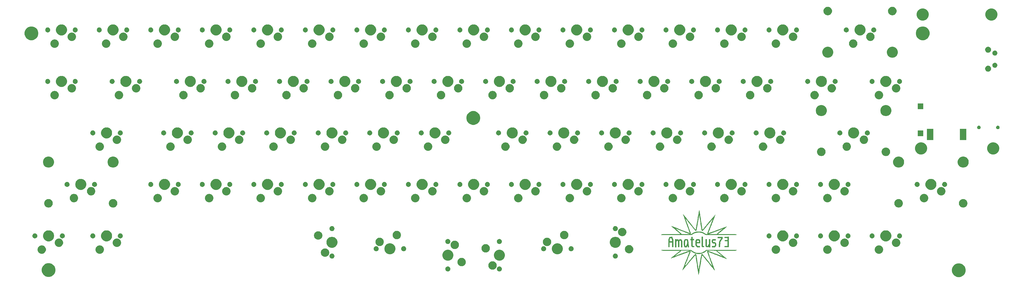
<source format=gts>
G04 #@! TF.GenerationSoftware,KiCad,Pcbnew,5.1.5+dfsg1-2build2*
G04 #@! TF.CreationDate,2021-01-12T18:32:37+09:00*
G04 #@! TF.ProjectId,amatelus73,616d6174-656c-4757-9337-332e6b696361,rev?*
G04 #@! TF.SameCoordinates,Original*
G04 #@! TF.FileFunction,Soldermask,Top*
G04 #@! TF.FilePolarity,Negative*
%FSLAX46Y46*%
G04 Gerber Fmt 4.6, Leading zero omitted, Abs format (unit mm)*
G04 Created by KiCad (PCBNEW 5.1.5+dfsg1-2build2) date 2021-01-12 18:32:37*
%MOMM*%
%LPD*%
G04 APERTURE LIST*
%ADD10C,0.010000*%
%ADD11C,0.100000*%
G04 APERTURE END LIST*
D10*
G36*
X269142570Y-100060591D02*
G01*
X269152182Y-100102554D01*
X269172529Y-100216025D01*
X269202521Y-100394024D01*
X269241071Y-100629572D01*
X269287089Y-100915688D01*
X269339487Y-101245390D01*
X269397175Y-101611699D01*
X269459064Y-102007635D01*
X269524066Y-102426216D01*
X269591091Y-102860463D01*
X269659051Y-103303395D01*
X269726857Y-103748031D01*
X269793420Y-104187391D01*
X269857650Y-104614495D01*
X269918459Y-105022361D01*
X269952305Y-105251250D01*
X270024005Y-105732247D01*
X270088494Y-106153451D01*
X270145272Y-106511880D01*
X270193840Y-106804557D01*
X270233699Y-107028500D01*
X270264349Y-107180731D01*
X270285290Y-107258270D01*
X270290146Y-107267125D01*
X270330983Y-107259527D01*
X270389264Y-107217296D01*
X270425747Y-107176912D01*
X270509249Y-107079955D01*
X270636030Y-106930875D01*
X270802351Y-106734124D01*
X271004473Y-106494151D01*
X271238656Y-106215408D01*
X271501161Y-105902346D01*
X271788248Y-105559416D01*
X272096178Y-105191068D01*
X272421213Y-104801754D01*
X272759611Y-104395925D01*
X272759943Y-104395527D01*
X273096515Y-103991856D01*
X273418404Y-103606220D01*
X273722015Y-103242901D01*
X274003754Y-102906183D01*
X274260025Y-102600347D01*
X274487234Y-102329676D01*
X274681785Y-102098453D01*
X274840084Y-101910959D01*
X274958536Y-101771477D01*
X275033545Y-101684289D01*
X275061518Y-101653678D01*
X275061604Y-101653687D01*
X275052620Y-101694974D01*
X275016410Y-101804522D01*
X274955050Y-101976821D01*
X274870615Y-102206363D01*
X274765182Y-102487641D01*
X274640826Y-102815146D01*
X274499622Y-103183369D01*
X274343647Y-103586802D01*
X274174975Y-104019936D01*
X274042443Y-104358281D01*
X273972280Y-104537255D01*
X273877696Y-104778950D01*
X273763080Y-105072126D01*
X273632817Y-105405540D01*
X273491296Y-105767952D01*
X273342904Y-106148119D01*
X273192027Y-106534802D01*
X273043054Y-106916758D01*
X272900370Y-107282746D01*
X272768364Y-107621525D01*
X272651423Y-107921853D01*
X272573847Y-108121264D01*
X272509634Y-108291278D01*
X272459876Y-108432480D01*
X272429690Y-108529657D01*
X272423794Y-108567335D01*
X272457636Y-108561986D01*
X272549239Y-108534505D01*
X272700266Y-108484296D01*
X272912380Y-108410761D01*
X273187245Y-108313302D01*
X273526524Y-108191321D01*
X273931881Y-108044220D01*
X274404978Y-107871403D01*
X274947480Y-107672270D01*
X275561049Y-107446225D01*
X276185313Y-107215613D01*
X276489024Y-107103461D01*
X276811560Y-106984643D01*
X277131528Y-106867021D01*
X277427534Y-106758456D01*
X277678188Y-106666808D01*
X277752969Y-106639555D01*
X278006025Y-106547022D01*
X278273289Y-106448585D01*
X278528748Y-106353871D01*
X278746385Y-106272504D01*
X278819559Y-106244891D01*
X278992850Y-106181426D01*
X279139782Y-106131709D01*
X279244154Y-106100952D01*
X279288869Y-106093946D01*
X279271371Y-106121540D01*
X279201113Y-106191256D01*
X279087117Y-106295379D01*
X278938404Y-106426196D01*
X278763996Y-106575992D01*
X278572915Y-106737054D01*
X278374181Y-106901669D01*
X278176817Y-107062123D01*
X277989843Y-107210702D01*
X277911778Y-107271416D01*
X277740083Y-107407724D01*
X277549075Y-107565199D01*
X277378008Y-107711438D01*
X277366636Y-107721438D01*
X277230301Y-107839563D01*
X277101698Y-107947425D01*
X277002944Y-108026580D01*
X276981260Y-108042834D01*
X276827308Y-108156722D01*
X276657309Y-108285883D01*
X276485105Y-108419403D01*
X276324538Y-108546363D01*
X276189450Y-108655847D01*
X276093681Y-108736938D01*
X276055917Y-108772632D01*
X276035554Y-108797589D01*
X276031165Y-108816855D01*
X276051610Y-108831534D01*
X276105744Y-108842734D01*
X276202427Y-108851561D01*
X276350514Y-108859122D01*
X276558865Y-108866523D01*
X276836336Y-108874871D01*
X276885847Y-108876314D01*
X277094742Y-108881171D01*
X277372375Y-108885737D01*
X277708108Y-108889926D01*
X278091303Y-108893655D01*
X278511324Y-108896839D01*
X278957532Y-108899395D01*
X279419290Y-108901238D01*
X279885962Y-108902286D01*
X280202135Y-108902500D01*
X280713592Y-108902562D01*
X281151729Y-108903013D01*
X281522600Y-108904248D01*
X281832257Y-108906664D01*
X282086757Y-108910658D01*
X282292152Y-108916625D01*
X282454497Y-108924963D01*
X282579847Y-108936067D01*
X282674255Y-108950333D01*
X282743775Y-108968159D01*
X282794462Y-108989940D01*
X282832370Y-109016072D01*
X282863554Y-109046953D01*
X282890328Y-109078477D01*
X282892286Y-109087058D01*
X282880743Y-109094819D01*
X282851992Y-109101801D01*
X282802329Y-109108043D01*
X282728048Y-109113588D01*
X282625443Y-109118475D01*
X282490807Y-109122745D01*
X282320436Y-109126438D01*
X282110623Y-109129595D01*
X281857663Y-109132257D01*
X281557851Y-109134465D01*
X281207479Y-109136258D01*
X280802843Y-109137677D01*
X280340237Y-109138764D01*
X279815955Y-109139558D01*
X279226291Y-109140101D01*
X278567539Y-109140432D01*
X277835995Y-109140592D01*
X277215731Y-109140625D01*
X271489556Y-109140625D01*
X271287513Y-108988138D01*
X270817788Y-108680101D01*
X270324580Y-108447666D01*
X269806635Y-108290452D01*
X269262701Y-108208081D01*
X268691522Y-108200172D01*
X268687672Y-108200365D01*
X268179891Y-108255262D01*
X267706925Y-108369697D01*
X267253721Y-108548939D01*
X266805229Y-108798257D01*
X266611978Y-108926996D01*
X266305674Y-109140625D01*
X255014236Y-109140625D01*
X255096439Y-109058422D01*
X255190289Y-108994740D01*
X255313751Y-108945359D01*
X255333462Y-108940306D01*
X255404591Y-108932856D01*
X255546291Y-108925885D01*
X255749761Y-108919558D01*
X256006197Y-108914041D01*
X256306796Y-108909500D01*
X256642756Y-108906100D01*
X257005274Y-108904007D01*
X257294063Y-108903393D01*
X257816193Y-108902455D01*
X258336120Y-108900290D01*
X258847875Y-108897001D01*
X259345489Y-108892694D01*
X259822994Y-108887471D01*
X260274422Y-108881439D01*
X260693804Y-108874700D01*
X261075173Y-108867359D01*
X261412560Y-108859520D01*
X261699996Y-108851288D01*
X261931515Y-108842767D01*
X262101146Y-108834061D01*
X262202923Y-108825275D01*
X262231446Y-108817121D01*
X262197267Y-108784865D01*
X262109130Y-108707797D01*
X261974073Y-108591901D01*
X261799130Y-108443162D01*
X261591338Y-108267564D01*
X261357732Y-108071092D01*
X261131746Y-107881795D01*
X260667303Y-107493196D01*
X260261346Y-107152903D01*
X259911196Y-106858628D01*
X259718318Y-106695931D01*
X260162090Y-106695931D01*
X260188021Y-106723901D01*
X260268595Y-106797080D01*
X260397401Y-106909952D01*
X260568031Y-107057004D01*
X260774072Y-107232720D01*
X261009115Y-107431585D01*
X261266750Y-107648085D01*
X261344853Y-107713447D01*
X261609853Y-107936421D01*
X261855491Y-108145820D01*
X262075081Y-108335736D01*
X262261932Y-108500265D01*
X262409356Y-108633500D01*
X262510666Y-108729537D01*
X262559172Y-108782470D01*
X262562298Y-108788399D01*
X262564896Y-108802889D01*
X262568230Y-108815387D01*
X262577818Y-108826103D01*
X262599177Y-108835246D01*
X262637821Y-108843024D01*
X262699269Y-108849647D01*
X262789036Y-108855323D01*
X262912640Y-108860263D01*
X263075595Y-108864673D01*
X263283420Y-108868765D01*
X263541630Y-108872746D01*
X263855742Y-108876826D01*
X264231272Y-108881213D01*
X264673737Y-108886117D01*
X265188654Y-108891747D01*
X265331631Y-108893317D01*
X266165918Y-108902500D01*
X266442881Y-108698907D01*
X266750587Y-108499225D01*
X267109069Y-108310512D01*
X267489781Y-108146656D01*
X267791406Y-108042733D01*
X267922318Y-108004588D01*
X268036400Y-107976638D01*
X268149847Y-107957309D01*
X268278857Y-107945026D01*
X268439625Y-107938216D01*
X268648347Y-107935304D01*
X268902656Y-107934713D01*
X269171456Y-107935410D01*
X269377105Y-107938547D01*
X269535821Y-107945691D01*
X269663825Y-107958410D01*
X269777335Y-107978272D01*
X269892571Y-108006844D01*
X270013906Y-108042126D01*
X270331268Y-108152914D01*
X270660639Y-108294749D01*
X270975060Y-108454623D01*
X271247568Y-108619529D01*
X271328576Y-108676410D01*
X271553654Y-108813442D01*
X271773319Y-108882129D01*
X272010031Y-108888445D01*
X272089399Y-108878821D01*
X272120891Y-108872734D01*
X272494663Y-108872734D01*
X272532877Y-108879266D01*
X272642012Y-108885302D01*
X272813618Y-108890681D01*
X273039242Y-108895245D01*
X273310432Y-108898832D01*
X273618736Y-108901281D01*
X273955703Y-108902432D01*
X274062031Y-108902500D01*
X274465190Y-108902101D01*
X274795613Y-108900751D01*
X275059934Y-108898220D01*
X275264790Y-108894281D01*
X275416815Y-108888704D01*
X275522644Y-108881260D01*
X275588914Y-108871720D01*
X275622258Y-108859854D01*
X275629688Y-108848400D01*
X275640959Y-108814275D01*
X275677920Y-108763822D01*
X275745288Y-108692903D01*
X275847783Y-108597381D01*
X275990125Y-108473121D01*
X276177031Y-108315986D01*
X276413222Y-108121838D01*
X276703415Y-107886541D01*
X276989879Y-107656059D01*
X277229048Y-107463367D01*
X277446362Y-107286855D01*
X277634576Y-107132521D01*
X277786442Y-107006365D01*
X277894714Y-106914387D01*
X277952145Y-106862585D01*
X277959436Y-106853395D01*
X277919597Y-106861840D01*
X277818327Y-106893966D01*
X277668454Y-106945414D01*
X277482804Y-107011826D01*
X277353307Y-107059364D01*
X276798784Y-107264738D01*
X276255610Y-107465686D01*
X275730043Y-107659904D01*
X275228343Y-107845087D01*
X274756769Y-108018932D01*
X274321580Y-108179134D01*
X273929034Y-108323390D01*
X273585393Y-108449396D01*
X273296913Y-108554847D01*
X273069856Y-108637440D01*
X272910479Y-108694871D01*
X272901460Y-108698088D01*
X272736817Y-108759324D01*
X272604129Y-108813538D01*
X272518706Y-108854159D01*
X272494663Y-108872734D01*
X272120891Y-108872734D01*
X272192844Y-108858827D01*
X272225413Y-108838210D01*
X272202127Y-108815836D01*
X272167059Y-108789684D01*
X272144196Y-108752207D01*
X272135402Y-108696798D01*
X272142540Y-108616847D01*
X272167475Y-108505746D01*
X272212071Y-108356887D01*
X272278191Y-108163660D01*
X272367700Y-107919457D01*
X272482461Y-107617670D01*
X272624340Y-107251689D01*
X272692608Y-107076875D01*
X272806162Y-106786189D01*
X272922517Y-106487766D01*
X273034587Y-106199822D01*
X273135284Y-105940576D01*
X273217520Y-105728245D01*
X273248438Y-105648125D01*
X273352485Y-105378572D01*
X273465638Y-105086404D01*
X273583809Y-104782085D01*
X273702912Y-104476076D01*
X273818860Y-104178837D01*
X273927565Y-103900831D01*
X274024942Y-103652519D01*
X274106903Y-103444363D01*
X274169361Y-103286825D01*
X274208231Y-103190366D01*
X274213548Y-103177578D01*
X274248824Y-103085325D01*
X274261805Y-103033126D01*
X274259657Y-103028750D01*
X274232107Y-103058417D01*
X274157835Y-103144167D01*
X274040957Y-103281122D01*
X273885585Y-103464404D01*
X273695835Y-103689135D01*
X273475821Y-103950436D01*
X273229655Y-104243432D01*
X272961454Y-104563242D01*
X272675329Y-104904990D01*
X272460483Y-105161953D01*
X272159431Y-105521946D01*
X271869884Y-105867651D01*
X271596395Y-106193663D01*
X271343521Y-106494575D01*
X271115816Y-106764984D01*
X270917837Y-106999482D01*
X270754137Y-107192666D01*
X270629272Y-107339129D01*
X270547797Y-107433465D01*
X270520678Y-107463828D01*
X270392861Y-107579846D01*
X270283919Y-107626296D01*
X270180936Y-107606344D01*
X270115684Y-107563047D01*
X270098454Y-107549888D01*
X270083288Y-107537001D01*
X270069238Y-107519055D01*
X270055353Y-107490721D01*
X270040685Y-107446666D01*
X270024285Y-107381560D01*
X270005204Y-107290073D01*
X269982493Y-107166873D01*
X269955202Y-107006631D01*
X269922383Y-106804015D01*
X269883086Y-106553695D01*
X269836363Y-106250339D01*
X269781263Y-105888618D01*
X269716840Y-105463200D01*
X269642142Y-104968755D01*
X269576911Y-104536875D01*
X269487372Y-103945571D01*
X269408778Y-103429528D01*
X269340606Y-102985463D01*
X269282331Y-102610097D01*
X269233430Y-102300146D01*
X269193380Y-102052330D01*
X269161657Y-101863368D01*
X269137737Y-101729977D01*
X269121097Y-101648876D01*
X269111212Y-101616784D01*
X269110881Y-101616402D01*
X269100460Y-101649379D01*
X269079115Y-101748873D01*
X269049125Y-101903132D01*
X269012770Y-102100404D01*
X268972329Y-102328936D01*
X268969388Y-102345891D01*
X268924438Y-102605081D01*
X268869785Y-102919713D01*
X268809386Y-103267036D01*
X268747199Y-103624302D01*
X268687180Y-103968760D01*
X268660777Y-104120156D01*
X268601451Y-104460295D01*
X268533078Y-104852437D01*
X268460224Y-105270386D01*
X268387456Y-105687947D01*
X268319338Y-106078922D01*
X268284059Y-106281468D01*
X268231396Y-106575359D01*
X268179888Y-106847116D01*
X268131809Y-107085902D01*
X268089436Y-107280881D01*
X268055045Y-107421217D01*
X268030911Y-107496073D01*
X268027765Y-107501859D01*
X267933989Y-107578956D01*
X267853025Y-107592813D01*
X267784088Y-107580520D01*
X267709653Y-107536329D01*
X267615311Y-107449265D01*
X267501243Y-107324922D01*
X267453677Y-107271119D01*
X267411075Y-107222766D01*
X267369697Y-107175240D01*
X267325802Y-107123913D01*
X267275649Y-107064161D01*
X267215496Y-106991357D01*
X267141604Y-106900876D01*
X267050230Y-106788093D01*
X266937635Y-106648381D01*
X266800077Y-106477115D01*
X266633815Y-106269670D01*
X266435109Y-106021419D01*
X266200217Y-105727738D01*
X265925399Y-105384000D01*
X265606913Y-104985580D01*
X265400879Y-104727833D01*
X265140717Y-104402940D01*
X264895477Y-104097778D01*
X264669592Y-103817789D01*
X264467492Y-103568410D01*
X264293607Y-103355081D01*
X264152367Y-103183242D01*
X264048204Y-103058332D01*
X263985548Y-102985790D01*
X263968312Y-102969084D01*
X263973742Y-103000654D01*
X264000156Y-103087265D01*
X264048354Y-103231155D01*
X264119133Y-103434563D01*
X264213292Y-103699726D01*
X264331630Y-104028885D01*
X264474945Y-104424277D01*
X264644035Y-104888141D01*
X264839699Y-105422716D01*
X264973379Y-105787031D01*
X265107548Y-106152557D01*
X265219581Y-106458299D01*
X265314793Y-106718951D01*
X265398497Y-106949206D01*
X265476010Y-107163760D01*
X265552644Y-107377304D01*
X265633715Y-107604534D01*
X265724538Y-107860142D01*
X265791586Y-108049219D01*
X265872766Y-108292608D01*
X265920055Y-108474950D01*
X265934031Y-108606697D01*
X265915272Y-108698300D01*
X265864357Y-108760211D01*
X265832071Y-108780657D01*
X265808056Y-108793262D01*
X265783367Y-108802339D01*
X265752202Y-108805898D01*
X265708760Y-108801950D01*
X265647238Y-108788504D01*
X265561837Y-108763572D01*
X265446755Y-108725165D01*
X265296189Y-108671292D01*
X265104340Y-108599964D01*
X264865405Y-108509192D01*
X264573583Y-108396986D01*
X264223073Y-108261357D01*
X263808074Y-108100315D01*
X263505156Y-107982685D01*
X263243877Y-107881033D01*
X262971907Y-107774891D01*
X262711863Y-107673107D01*
X262486364Y-107584532D01*
X262354219Y-107532371D01*
X261901139Y-107353455D01*
X261491074Y-107192599D01*
X261128196Y-107051396D01*
X260816678Y-106931437D01*
X260560694Y-106834315D01*
X260364416Y-106761623D01*
X260232018Y-106714952D01*
X260167672Y-106695895D01*
X260162090Y-106695931D01*
X259718318Y-106695931D01*
X259614175Y-106608084D01*
X259367606Y-106398986D01*
X259168813Y-106229045D01*
X259015116Y-106095976D01*
X258903840Y-105997491D01*
X258832306Y-105931303D01*
X258797836Y-105895126D01*
X258795339Y-105886250D01*
X258829665Y-105895333D01*
X258910808Y-105923150D01*
X259040979Y-105970553D01*
X259222385Y-106038394D01*
X259457236Y-106127525D01*
X259747742Y-106238797D01*
X260096111Y-106373064D01*
X260504552Y-106531175D01*
X260975275Y-106713984D01*
X261510489Y-106922343D01*
X262112403Y-107157103D01*
X262783226Y-107419116D01*
X263525167Y-107709235D01*
X263703594Y-107779045D01*
X264074393Y-107923738D01*
X264423724Y-108059291D01*
X264744625Y-108183054D01*
X265030132Y-108292381D01*
X265273282Y-108384622D01*
X265467111Y-108457130D01*
X265604658Y-108507256D01*
X265678959Y-108532352D01*
X265690301Y-108534617D01*
X265680447Y-108496094D01*
X265648085Y-108398513D01*
X265598450Y-108257182D01*
X265544631Y-108108750D01*
X265473509Y-107914853D01*
X265385221Y-107673751D01*
X265289782Y-107412815D01*
X265197208Y-107159416D01*
X265174324Y-107096719D01*
X265035690Y-106716913D01*
X264879523Y-106289244D01*
X264712747Y-105832667D01*
X264542290Y-105366136D01*
X264375077Y-104908606D01*
X264218033Y-104479031D01*
X264078085Y-104096366D01*
X264021449Y-103941563D01*
X263846688Y-103463789D01*
X263697405Y-103055250D01*
X263571699Y-102710681D01*
X263467666Y-102424812D01*
X263383403Y-102192378D01*
X263317009Y-102008111D01*
X263266579Y-101866745D01*
X263230211Y-101763011D01*
X263206003Y-101691644D01*
X263192052Y-101647375D01*
X263189879Y-101639688D01*
X263162837Y-101540469D01*
X263234778Y-101625247D01*
X263269785Y-101668179D01*
X263350782Y-101768505D01*
X263474119Y-101921678D01*
X263636146Y-102123155D01*
X263833213Y-102368391D01*
X264061670Y-102652841D01*
X264317866Y-102971960D01*
X264598153Y-103321205D01*
X264898880Y-103696030D01*
X265216396Y-104091890D01*
X265545729Y-104502591D01*
X265875109Y-104913100D01*
X266190607Y-105305716D01*
X266488662Y-105676040D01*
X266765711Y-106019675D01*
X267018194Y-106332221D01*
X267242547Y-106609281D01*
X267435209Y-106846454D01*
X267592618Y-107039343D01*
X267711212Y-107183550D01*
X267787429Y-107274676D01*
X267817708Y-107308322D01*
X267817838Y-107308385D01*
X267850317Y-107302049D01*
X267850937Y-107297686D01*
X267857584Y-107251932D01*
X267876646Y-107135610D01*
X267906810Y-106956331D01*
X267946759Y-106721706D01*
X267995179Y-106439346D01*
X268050755Y-106116860D01*
X268112171Y-105761860D01*
X268178112Y-105381956D01*
X268247263Y-104984760D01*
X268318310Y-104577880D01*
X268389936Y-104168930D01*
X268460827Y-103765518D01*
X268485747Y-103624063D01*
X268552767Y-103242650D01*
X268625343Y-102827441D01*
X268699696Y-102400212D01*
X268772044Y-101982743D01*
X268838605Y-101596809D01*
X268895600Y-101264190D01*
X268902625Y-101222969D01*
X268960358Y-100884959D01*
X269006609Y-100617430D01*
X269042992Y-100412574D01*
X269071116Y-100262584D01*
X269092595Y-100159654D01*
X269109038Y-100095977D01*
X269122059Y-100063744D01*
X269133269Y-100055149D01*
X269142570Y-100060591D01*
G37*
X269142570Y-100060591D02*
X269152182Y-100102554D01*
X269172529Y-100216025D01*
X269202521Y-100394024D01*
X269241071Y-100629572D01*
X269287089Y-100915688D01*
X269339487Y-101245390D01*
X269397175Y-101611699D01*
X269459064Y-102007635D01*
X269524066Y-102426216D01*
X269591091Y-102860463D01*
X269659051Y-103303395D01*
X269726857Y-103748031D01*
X269793420Y-104187391D01*
X269857650Y-104614495D01*
X269918459Y-105022361D01*
X269952305Y-105251250D01*
X270024005Y-105732247D01*
X270088494Y-106153451D01*
X270145272Y-106511880D01*
X270193840Y-106804557D01*
X270233699Y-107028500D01*
X270264349Y-107180731D01*
X270285290Y-107258270D01*
X270290146Y-107267125D01*
X270330983Y-107259527D01*
X270389264Y-107217296D01*
X270425747Y-107176912D01*
X270509249Y-107079955D01*
X270636030Y-106930875D01*
X270802351Y-106734124D01*
X271004473Y-106494151D01*
X271238656Y-106215408D01*
X271501161Y-105902346D01*
X271788248Y-105559416D01*
X272096178Y-105191068D01*
X272421213Y-104801754D01*
X272759611Y-104395925D01*
X272759943Y-104395527D01*
X273096515Y-103991856D01*
X273418404Y-103606220D01*
X273722015Y-103242901D01*
X274003754Y-102906183D01*
X274260025Y-102600347D01*
X274487234Y-102329676D01*
X274681785Y-102098453D01*
X274840084Y-101910959D01*
X274958536Y-101771477D01*
X275033545Y-101684289D01*
X275061518Y-101653678D01*
X275061604Y-101653687D01*
X275052620Y-101694974D01*
X275016410Y-101804522D01*
X274955050Y-101976821D01*
X274870615Y-102206363D01*
X274765182Y-102487641D01*
X274640826Y-102815146D01*
X274499622Y-103183369D01*
X274343647Y-103586802D01*
X274174975Y-104019936D01*
X274042443Y-104358281D01*
X273972280Y-104537255D01*
X273877696Y-104778950D01*
X273763080Y-105072126D01*
X273632817Y-105405540D01*
X273491296Y-105767952D01*
X273342904Y-106148119D01*
X273192027Y-106534802D01*
X273043054Y-106916758D01*
X272900370Y-107282746D01*
X272768364Y-107621525D01*
X272651423Y-107921853D01*
X272573847Y-108121264D01*
X272509634Y-108291278D01*
X272459876Y-108432480D01*
X272429690Y-108529657D01*
X272423794Y-108567335D01*
X272457636Y-108561986D01*
X272549239Y-108534505D01*
X272700266Y-108484296D01*
X272912380Y-108410761D01*
X273187245Y-108313302D01*
X273526524Y-108191321D01*
X273931881Y-108044220D01*
X274404978Y-107871403D01*
X274947480Y-107672270D01*
X275561049Y-107446225D01*
X276185313Y-107215613D01*
X276489024Y-107103461D01*
X276811560Y-106984643D01*
X277131528Y-106867021D01*
X277427534Y-106758456D01*
X277678188Y-106666808D01*
X277752969Y-106639555D01*
X278006025Y-106547022D01*
X278273289Y-106448585D01*
X278528748Y-106353871D01*
X278746385Y-106272504D01*
X278819559Y-106244891D01*
X278992850Y-106181426D01*
X279139782Y-106131709D01*
X279244154Y-106100952D01*
X279288869Y-106093946D01*
X279271371Y-106121540D01*
X279201113Y-106191256D01*
X279087117Y-106295379D01*
X278938404Y-106426196D01*
X278763996Y-106575992D01*
X278572915Y-106737054D01*
X278374181Y-106901669D01*
X278176817Y-107062123D01*
X277989843Y-107210702D01*
X277911778Y-107271416D01*
X277740083Y-107407724D01*
X277549075Y-107565199D01*
X277378008Y-107711438D01*
X277366636Y-107721438D01*
X277230301Y-107839563D01*
X277101698Y-107947425D01*
X277002944Y-108026580D01*
X276981260Y-108042834D01*
X276827308Y-108156722D01*
X276657309Y-108285883D01*
X276485105Y-108419403D01*
X276324538Y-108546363D01*
X276189450Y-108655847D01*
X276093681Y-108736938D01*
X276055917Y-108772632D01*
X276035554Y-108797589D01*
X276031165Y-108816855D01*
X276051610Y-108831534D01*
X276105744Y-108842734D01*
X276202427Y-108851561D01*
X276350514Y-108859122D01*
X276558865Y-108866523D01*
X276836336Y-108874871D01*
X276885847Y-108876314D01*
X277094742Y-108881171D01*
X277372375Y-108885737D01*
X277708108Y-108889926D01*
X278091303Y-108893655D01*
X278511324Y-108896839D01*
X278957532Y-108899395D01*
X279419290Y-108901238D01*
X279885962Y-108902286D01*
X280202135Y-108902500D01*
X280713592Y-108902562D01*
X281151729Y-108903013D01*
X281522600Y-108904248D01*
X281832257Y-108906664D01*
X282086757Y-108910658D01*
X282292152Y-108916625D01*
X282454497Y-108924963D01*
X282579847Y-108936067D01*
X282674255Y-108950333D01*
X282743775Y-108968159D01*
X282794462Y-108989940D01*
X282832370Y-109016072D01*
X282863554Y-109046953D01*
X282890328Y-109078477D01*
X282892286Y-109087058D01*
X282880743Y-109094819D01*
X282851992Y-109101801D01*
X282802329Y-109108043D01*
X282728048Y-109113588D01*
X282625443Y-109118475D01*
X282490807Y-109122745D01*
X282320436Y-109126438D01*
X282110623Y-109129595D01*
X281857663Y-109132257D01*
X281557851Y-109134465D01*
X281207479Y-109136258D01*
X280802843Y-109137677D01*
X280340237Y-109138764D01*
X279815955Y-109139558D01*
X279226291Y-109140101D01*
X278567539Y-109140432D01*
X277835995Y-109140592D01*
X277215731Y-109140625D01*
X271489556Y-109140625D01*
X271287513Y-108988138D01*
X270817788Y-108680101D01*
X270324580Y-108447666D01*
X269806635Y-108290452D01*
X269262701Y-108208081D01*
X268691522Y-108200172D01*
X268687672Y-108200365D01*
X268179891Y-108255262D01*
X267706925Y-108369697D01*
X267253721Y-108548939D01*
X266805229Y-108798257D01*
X266611978Y-108926996D01*
X266305674Y-109140625D01*
X255014236Y-109140625D01*
X255096439Y-109058422D01*
X255190289Y-108994740D01*
X255313751Y-108945359D01*
X255333462Y-108940306D01*
X255404591Y-108932856D01*
X255546291Y-108925885D01*
X255749761Y-108919558D01*
X256006197Y-108914041D01*
X256306796Y-108909500D01*
X256642756Y-108906100D01*
X257005274Y-108904007D01*
X257294063Y-108903393D01*
X257816193Y-108902455D01*
X258336120Y-108900290D01*
X258847875Y-108897001D01*
X259345489Y-108892694D01*
X259822994Y-108887471D01*
X260274422Y-108881439D01*
X260693804Y-108874700D01*
X261075173Y-108867359D01*
X261412560Y-108859520D01*
X261699996Y-108851288D01*
X261931515Y-108842767D01*
X262101146Y-108834061D01*
X262202923Y-108825275D01*
X262231446Y-108817121D01*
X262197267Y-108784865D01*
X262109130Y-108707797D01*
X261974073Y-108591901D01*
X261799130Y-108443162D01*
X261591338Y-108267564D01*
X261357732Y-108071092D01*
X261131746Y-107881795D01*
X260667303Y-107493196D01*
X260261346Y-107152903D01*
X259911196Y-106858628D01*
X259718318Y-106695931D01*
X260162090Y-106695931D01*
X260188021Y-106723901D01*
X260268595Y-106797080D01*
X260397401Y-106909952D01*
X260568031Y-107057004D01*
X260774072Y-107232720D01*
X261009115Y-107431585D01*
X261266750Y-107648085D01*
X261344853Y-107713447D01*
X261609853Y-107936421D01*
X261855491Y-108145820D01*
X262075081Y-108335736D01*
X262261932Y-108500265D01*
X262409356Y-108633500D01*
X262510666Y-108729537D01*
X262559172Y-108782470D01*
X262562298Y-108788399D01*
X262564896Y-108802889D01*
X262568230Y-108815387D01*
X262577818Y-108826103D01*
X262599177Y-108835246D01*
X262637821Y-108843024D01*
X262699269Y-108849647D01*
X262789036Y-108855323D01*
X262912640Y-108860263D01*
X263075595Y-108864673D01*
X263283420Y-108868765D01*
X263541630Y-108872746D01*
X263855742Y-108876826D01*
X264231272Y-108881213D01*
X264673737Y-108886117D01*
X265188654Y-108891747D01*
X265331631Y-108893317D01*
X266165918Y-108902500D01*
X266442881Y-108698907D01*
X266750587Y-108499225D01*
X267109069Y-108310512D01*
X267489781Y-108146656D01*
X267791406Y-108042733D01*
X267922318Y-108004588D01*
X268036400Y-107976638D01*
X268149847Y-107957309D01*
X268278857Y-107945026D01*
X268439625Y-107938216D01*
X268648347Y-107935304D01*
X268902656Y-107934713D01*
X269171456Y-107935410D01*
X269377105Y-107938547D01*
X269535821Y-107945691D01*
X269663825Y-107958410D01*
X269777335Y-107978272D01*
X269892571Y-108006844D01*
X270013906Y-108042126D01*
X270331268Y-108152914D01*
X270660639Y-108294749D01*
X270975060Y-108454623D01*
X271247568Y-108619529D01*
X271328576Y-108676410D01*
X271553654Y-108813442D01*
X271773319Y-108882129D01*
X272010031Y-108888445D01*
X272089399Y-108878821D01*
X272120891Y-108872734D01*
X272494663Y-108872734D01*
X272532877Y-108879266D01*
X272642012Y-108885302D01*
X272813618Y-108890681D01*
X273039242Y-108895245D01*
X273310432Y-108898832D01*
X273618736Y-108901281D01*
X273955703Y-108902432D01*
X274062031Y-108902500D01*
X274465190Y-108902101D01*
X274795613Y-108900751D01*
X275059934Y-108898220D01*
X275264790Y-108894281D01*
X275416815Y-108888704D01*
X275522644Y-108881260D01*
X275588914Y-108871720D01*
X275622258Y-108859854D01*
X275629688Y-108848400D01*
X275640959Y-108814275D01*
X275677920Y-108763822D01*
X275745288Y-108692903D01*
X275847783Y-108597381D01*
X275990125Y-108473121D01*
X276177031Y-108315986D01*
X276413222Y-108121838D01*
X276703415Y-107886541D01*
X276989879Y-107656059D01*
X277229048Y-107463367D01*
X277446362Y-107286855D01*
X277634576Y-107132521D01*
X277786442Y-107006365D01*
X277894714Y-106914387D01*
X277952145Y-106862585D01*
X277959436Y-106853395D01*
X277919597Y-106861840D01*
X277818327Y-106893966D01*
X277668454Y-106945414D01*
X277482804Y-107011826D01*
X277353307Y-107059364D01*
X276798784Y-107264738D01*
X276255610Y-107465686D01*
X275730043Y-107659904D01*
X275228343Y-107845087D01*
X274756769Y-108018932D01*
X274321580Y-108179134D01*
X273929034Y-108323390D01*
X273585393Y-108449396D01*
X273296913Y-108554847D01*
X273069856Y-108637440D01*
X272910479Y-108694871D01*
X272901460Y-108698088D01*
X272736817Y-108759324D01*
X272604129Y-108813538D01*
X272518706Y-108854159D01*
X272494663Y-108872734D01*
X272120891Y-108872734D01*
X272192844Y-108858827D01*
X272225413Y-108838210D01*
X272202127Y-108815836D01*
X272167059Y-108789684D01*
X272144196Y-108752207D01*
X272135402Y-108696798D01*
X272142540Y-108616847D01*
X272167475Y-108505746D01*
X272212071Y-108356887D01*
X272278191Y-108163660D01*
X272367700Y-107919457D01*
X272482461Y-107617670D01*
X272624340Y-107251689D01*
X272692608Y-107076875D01*
X272806162Y-106786189D01*
X272922517Y-106487766D01*
X273034587Y-106199822D01*
X273135284Y-105940576D01*
X273217520Y-105728245D01*
X273248438Y-105648125D01*
X273352485Y-105378572D01*
X273465638Y-105086404D01*
X273583809Y-104782085D01*
X273702912Y-104476076D01*
X273818860Y-104178837D01*
X273927565Y-103900831D01*
X274024942Y-103652519D01*
X274106903Y-103444363D01*
X274169361Y-103286825D01*
X274208231Y-103190366D01*
X274213548Y-103177578D01*
X274248824Y-103085325D01*
X274261805Y-103033126D01*
X274259657Y-103028750D01*
X274232107Y-103058417D01*
X274157835Y-103144167D01*
X274040957Y-103281122D01*
X273885585Y-103464404D01*
X273695835Y-103689135D01*
X273475821Y-103950436D01*
X273229655Y-104243432D01*
X272961454Y-104563242D01*
X272675329Y-104904990D01*
X272460483Y-105161953D01*
X272159431Y-105521946D01*
X271869884Y-105867651D01*
X271596395Y-106193663D01*
X271343521Y-106494575D01*
X271115816Y-106764984D01*
X270917837Y-106999482D01*
X270754137Y-107192666D01*
X270629272Y-107339129D01*
X270547797Y-107433465D01*
X270520678Y-107463828D01*
X270392861Y-107579846D01*
X270283919Y-107626296D01*
X270180936Y-107606344D01*
X270115684Y-107563047D01*
X270098454Y-107549888D01*
X270083288Y-107537001D01*
X270069238Y-107519055D01*
X270055353Y-107490721D01*
X270040685Y-107446666D01*
X270024285Y-107381560D01*
X270005204Y-107290073D01*
X269982493Y-107166873D01*
X269955202Y-107006631D01*
X269922383Y-106804015D01*
X269883086Y-106553695D01*
X269836363Y-106250339D01*
X269781263Y-105888618D01*
X269716840Y-105463200D01*
X269642142Y-104968755D01*
X269576911Y-104536875D01*
X269487372Y-103945571D01*
X269408778Y-103429528D01*
X269340606Y-102985463D01*
X269282331Y-102610097D01*
X269233430Y-102300146D01*
X269193380Y-102052330D01*
X269161657Y-101863368D01*
X269137737Y-101729977D01*
X269121097Y-101648876D01*
X269111212Y-101616784D01*
X269110881Y-101616402D01*
X269100460Y-101649379D01*
X269079115Y-101748873D01*
X269049125Y-101903132D01*
X269012770Y-102100404D01*
X268972329Y-102328936D01*
X268969388Y-102345891D01*
X268924438Y-102605081D01*
X268869785Y-102919713D01*
X268809386Y-103267036D01*
X268747199Y-103624302D01*
X268687180Y-103968760D01*
X268660777Y-104120156D01*
X268601451Y-104460295D01*
X268533078Y-104852437D01*
X268460224Y-105270386D01*
X268387456Y-105687947D01*
X268319338Y-106078922D01*
X268284059Y-106281468D01*
X268231396Y-106575359D01*
X268179888Y-106847116D01*
X268131809Y-107085902D01*
X268089436Y-107280881D01*
X268055045Y-107421217D01*
X268030911Y-107496073D01*
X268027765Y-107501859D01*
X267933989Y-107578956D01*
X267853025Y-107592813D01*
X267784088Y-107580520D01*
X267709653Y-107536329D01*
X267615311Y-107449265D01*
X267501243Y-107324922D01*
X267453677Y-107271119D01*
X267411075Y-107222766D01*
X267369697Y-107175240D01*
X267325802Y-107123913D01*
X267275649Y-107064161D01*
X267215496Y-106991357D01*
X267141604Y-106900876D01*
X267050230Y-106788093D01*
X266937635Y-106648381D01*
X266800077Y-106477115D01*
X266633815Y-106269670D01*
X266435109Y-106021419D01*
X266200217Y-105727738D01*
X265925399Y-105384000D01*
X265606913Y-104985580D01*
X265400879Y-104727833D01*
X265140717Y-104402940D01*
X264895477Y-104097778D01*
X264669592Y-103817789D01*
X264467492Y-103568410D01*
X264293607Y-103355081D01*
X264152367Y-103183242D01*
X264048204Y-103058332D01*
X263985548Y-102985790D01*
X263968312Y-102969084D01*
X263973742Y-103000654D01*
X264000156Y-103087265D01*
X264048354Y-103231155D01*
X264119133Y-103434563D01*
X264213292Y-103699726D01*
X264331630Y-104028885D01*
X264474945Y-104424277D01*
X264644035Y-104888141D01*
X264839699Y-105422716D01*
X264973379Y-105787031D01*
X265107548Y-106152557D01*
X265219581Y-106458299D01*
X265314793Y-106718951D01*
X265398497Y-106949206D01*
X265476010Y-107163760D01*
X265552644Y-107377304D01*
X265633715Y-107604534D01*
X265724538Y-107860142D01*
X265791586Y-108049219D01*
X265872766Y-108292608D01*
X265920055Y-108474950D01*
X265934031Y-108606697D01*
X265915272Y-108698300D01*
X265864357Y-108760211D01*
X265832071Y-108780657D01*
X265808056Y-108793262D01*
X265783367Y-108802339D01*
X265752202Y-108805898D01*
X265708760Y-108801950D01*
X265647238Y-108788504D01*
X265561837Y-108763572D01*
X265446755Y-108725165D01*
X265296189Y-108671292D01*
X265104340Y-108599964D01*
X264865405Y-108509192D01*
X264573583Y-108396986D01*
X264223073Y-108261357D01*
X263808074Y-108100315D01*
X263505156Y-107982685D01*
X263243877Y-107881033D01*
X262971907Y-107774891D01*
X262711863Y-107673107D01*
X262486364Y-107584532D01*
X262354219Y-107532371D01*
X261901139Y-107353455D01*
X261491074Y-107192599D01*
X261128196Y-107051396D01*
X260816678Y-106931437D01*
X260560694Y-106834315D01*
X260364416Y-106761623D01*
X260232018Y-106714952D01*
X260167672Y-106695895D01*
X260162090Y-106695931D01*
X259718318Y-106695931D01*
X259614175Y-106608084D01*
X259367606Y-106398986D01*
X259168813Y-106229045D01*
X259015116Y-106095976D01*
X258903840Y-105997491D01*
X258832306Y-105931303D01*
X258797836Y-105895126D01*
X258795339Y-105886250D01*
X258829665Y-105895333D01*
X258910808Y-105923150D01*
X259040979Y-105970553D01*
X259222385Y-106038394D01*
X259457236Y-106127525D01*
X259747742Y-106238797D01*
X260096111Y-106373064D01*
X260504552Y-106531175D01*
X260975275Y-106713984D01*
X261510489Y-106922343D01*
X262112403Y-107157103D01*
X262783226Y-107419116D01*
X263525167Y-107709235D01*
X263703594Y-107779045D01*
X264074393Y-107923738D01*
X264423724Y-108059291D01*
X264744625Y-108183054D01*
X265030132Y-108292381D01*
X265273282Y-108384622D01*
X265467111Y-108457130D01*
X265604658Y-108507256D01*
X265678959Y-108532352D01*
X265690301Y-108534617D01*
X265680447Y-108496094D01*
X265648085Y-108398513D01*
X265598450Y-108257182D01*
X265544631Y-108108750D01*
X265473509Y-107914853D01*
X265385221Y-107673751D01*
X265289782Y-107412815D01*
X265197208Y-107159416D01*
X265174324Y-107096719D01*
X265035690Y-106716913D01*
X264879523Y-106289244D01*
X264712747Y-105832667D01*
X264542290Y-105366136D01*
X264375077Y-104908606D01*
X264218033Y-104479031D01*
X264078085Y-104096366D01*
X264021449Y-103941563D01*
X263846688Y-103463789D01*
X263697405Y-103055250D01*
X263571699Y-102710681D01*
X263467666Y-102424812D01*
X263383403Y-102192378D01*
X263317009Y-102008111D01*
X263266579Y-101866745D01*
X263230211Y-101763011D01*
X263206003Y-101691644D01*
X263192052Y-101647375D01*
X263189879Y-101639688D01*
X263162837Y-101540469D01*
X263234778Y-101625247D01*
X263269785Y-101668179D01*
X263350782Y-101768505D01*
X263474119Y-101921678D01*
X263636146Y-102123155D01*
X263833213Y-102368391D01*
X264061670Y-102652841D01*
X264317866Y-102971960D01*
X264598153Y-103321205D01*
X264898880Y-103696030D01*
X265216396Y-104091890D01*
X265545729Y-104502591D01*
X265875109Y-104913100D01*
X266190607Y-105305716D01*
X266488662Y-105676040D01*
X266765711Y-106019675D01*
X267018194Y-106332221D01*
X267242547Y-106609281D01*
X267435209Y-106846454D01*
X267592618Y-107039343D01*
X267711212Y-107183550D01*
X267787429Y-107274676D01*
X267817708Y-107308322D01*
X267817838Y-107308385D01*
X267850317Y-107302049D01*
X267850937Y-107297686D01*
X267857584Y-107251932D01*
X267876646Y-107135610D01*
X267906810Y-106956331D01*
X267946759Y-106721706D01*
X267995179Y-106439346D01*
X268050755Y-106116860D01*
X268112171Y-105761860D01*
X268178112Y-105381956D01*
X268247263Y-104984760D01*
X268318310Y-104577880D01*
X268389936Y-104168930D01*
X268460827Y-103765518D01*
X268485747Y-103624063D01*
X268552767Y-103242650D01*
X268625343Y-102827441D01*
X268699696Y-102400212D01*
X268772044Y-101982743D01*
X268838605Y-101596809D01*
X268895600Y-101264190D01*
X268902625Y-101222969D01*
X268960358Y-100884959D01*
X269006609Y-100617430D01*
X269042992Y-100412574D01*
X269071116Y-100262584D01*
X269092595Y-100159654D01*
X269109038Y-100095977D01*
X269122059Y-100063744D01*
X269133269Y-100055149D01*
X269142570Y-100060591D01*
G36*
X280035000Y-110471947D02*
G01*
X280034533Y-110706722D01*
X280031823Y-110876375D01*
X280024909Y-110995158D01*
X280011828Y-111077325D01*
X279990618Y-111137128D01*
X279959317Y-111188820D01*
X279931071Y-111226867D01*
X279827142Y-111363125D01*
X280035000Y-111363125D01*
X280035000Y-113665000D01*
X278526875Y-113665000D01*
X278526875Y-113268125D01*
X279598438Y-113268125D01*
X279598438Y-111442500D01*
X278606250Y-111442500D01*
X278606250Y-111045625D01*
X279598438Y-111045625D01*
X279598438Y-110251875D01*
X278482838Y-110251875D01*
X278494935Y-110063359D01*
X278507031Y-109874844D01*
X279271016Y-109864065D01*
X280035000Y-109853286D01*
X280035000Y-110471947D01*
G37*
X280035000Y-110471947D02*
X280034533Y-110706722D01*
X280031823Y-110876375D01*
X280024909Y-110995158D01*
X280011828Y-111077325D01*
X279990618Y-111137128D01*
X279959317Y-111188820D01*
X279931071Y-111226867D01*
X279827142Y-111363125D01*
X280035000Y-111363125D01*
X280035000Y-113665000D01*
X278526875Y-113665000D01*
X278526875Y-113268125D01*
X279598438Y-113268125D01*
X279598438Y-111442500D01*
X278606250Y-111442500D01*
X278606250Y-111045625D01*
X279598438Y-111045625D01*
X279598438Y-110251875D01*
X278482838Y-110251875D01*
X278494935Y-110063359D01*
X278507031Y-109874844D01*
X279271016Y-109864065D01*
X280035000Y-109853286D01*
X280035000Y-110471947D01*
G36*
X277733125Y-110577573D02*
G01*
X277342703Y-111119177D01*
X277211643Y-111301483D01*
X277096450Y-111462655D01*
X277005348Y-111591112D01*
X276946561Y-111675272D01*
X276928794Y-111702055D01*
X276918613Y-111752701D01*
X276903943Y-111869828D01*
X276886094Y-112040753D01*
X276866374Y-112252795D01*
X276846093Y-112493271D01*
X276842730Y-112535493D01*
X276822181Y-112790131D01*
X276802139Y-113028552D01*
X276783965Y-113235310D01*
X276769019Y-113394958D01*
X276758661Y-113492051D01*
X276758113Y-113496328D01*
X276736074Y-113665000D01*
X276540068Y-113665000D01*
X276422971Y-113661436D01*
X276364884Y-113644338D01*
X276345540Y-113604099D01*
X276344063Y-113572081D01*
X276347386Y-113498504D01*
X276356596Y-113363475D01*
X276370550Y-113180200D01*
X276388107Y-112961881D01*
X276408123Y-112721722D01*
X276429458Y-112472928D01*
X276450968Y-112228703D01*
X276471512Y-112002249D01*
X276489948Y-111806771D01*
X276505134Y-111655473D01*
X276515928Y-111561559D01*
X276520034Y-111537581D01*
X276547670Y-111492031D01*
X276614062Y-111394328D01*
X276710958Y-111256278D01*
X276830104Y-111089686D01*
X276916066Y-110971011D01*
X277044771Y-110789548D01*
X277154861Y-110625476D01*
X277238330Y-110491443D01*
X277287173Y-110400097D01*
X277296563Y-110369914D01*
X277292738Y-110340993D01*
X277273769Y-110320223D01*
X277228415Y-110306261D01*
X277145432Y-110297760D01*
X277013580Y-110293375D01*
X276821616Y-110291763D01*
X276641719Y-110291563D01*
X275986875Y-110291563D01*
X275986875Y-109894688D01*
X277733125Y-109894688D01*
X277733125Y-110577573D01*
G37*
X277733125Y-110577573D02*
X277342703Y-111119177D01*
X277211643Y-111301483D01*
X277096450Y-111462655D01*
X277005348Y-111591112D01*
X276946561Y-111675272D01*
X276928794Y-111702055D01*
X276918613Y-111752701D01*
X276903943Y-111869828D01*
X276886094Y-112040753D01*
X276866374Y-112252795D01*
X276846093Y-112493271D01*
X276842730Y-112535493D01*
X276822181Y-112790131D01*
X276802139Y-113028552D01*
X276783965Y-113235310D01*
X276769019Y-113394958D01*
X276758661Y-113492051D01*
X276758113Y-113496328D01*
X276736074Y-113665000D01*
X276540068Y-113665000D01*
X276422971Y-113661436D01*
X276364884Y-113644338D01*
X276345540Y-113604099D01*
X276344063Y-113572081D01*
X276347386Y-113498504D01*
X276356596Y-113363475D01*
X276370550Y-113180200D01*
X276388107Y-112961881D01*
X276408123Y-112721722D01*
X276429458Y-112472928D01*
X276450968Y-112228703D01*
X276471512Y-112002249D01*
X276489948Y-111806771D01*
X276505134Y-111655473D01*
X276515928Y-111561559D01*
X276520034Y-111537581D01*
X276547670Y-111492031D01*
X276614062Y-111394328D01*
X276710958Y-111256278D01*
X276830104Y-111089686D01*
X276916066Y-110971011D01*
X277044771Y-110789548D01*
X277154861Y-110625476D01*
X277238330Y-110491443D01*
X277287173Y-110400097D01*
X277296563Y-110369914D01*
X277292738Y-110340993D01*
X277273769Y-110320223D01*
X277228415Y-110306261D01*
X277145432Y-110297760D01*
X277013580Y-110293375D01*
X276821616Y-110291763D01*
X276641719Y-110291563D01*
X275986875Y-110291563D01*
X275986875Y-109894688D01*
X277733125Y-109894688D01*
X277733125Y-110577573D01*
G36*
X270470313Y-113268125D02*
G01*
X270867188Y-113268125D01*
X270867188Y-113665000D01*
X270539766Y-113664509D01*
X270212344Y-113664017D01*
X270123047Y-113526159D01*
X270101920Y-113492380D01*
X270084420Y-113457317D01*
X270070205Y-113413614D01*
X270058933Y-113353910D01*
X270050263Y-113270849D01*
X270043854Y-113157073D01*
X270039363Y-113005223D01*
X270036451Y-112807941D01*
X270034774Y-112557869D01*
X270033992Y-112247650D01*
X270033764Y-111869924D01*
X270033750Y-111601807D01*
X270033750Y-109815313D01*
X270470313Y-109815313D01*
X270470313Y-113268125D01*
G37*
X270470313Y-113268125D02*
X270867188Y-113268125D01*
X270867188Y-113665000D01*
X270539766Y-113664509D01*
X270212344Y-113664017D01*
X270123047Y-113526159D01*
X270101920Y-113492380D01*
X270084420Y-113457317D01*
X270070205Y-113413614D01*
X270058933Y-113353910D01*
X270050263Y-113270849D01*
X270043854Y-113157073D01*
X270039363Y-113005223D01*
X270036451Y-112807941D01*
X270034774Y-112557869D01*
X270033992Y-112247650D01*
X270033764Y-111869924D01*
X270033750Y-111601807D01*
X270033750Y-109815313D01*
X270470313Y-109815313D01*
X270470313Y-113268125D01*
G36*
X266620625Y-110648750D02*
G01*
X267176250Y-110648750D01*
X267176250Y-111045625D01*
X266620625Y-111045625D01*
X266620625Y-112080109D01*
X266622234Y-112413870D01*
X266626898Y-112697030D01*
X266634373Y-112922990D01*
X266644416Y-113085151D01*
X266656782Y-113176915D01*
X266661709Y-113191359D01*
X266698222Y-113234353D01*
X266762974Y-113257885D01*
X266876228Y-113267181D01*
X266959365Y-113268125D01*
X267215938Y-113268125D01*
X267215938Y-113665000D01*
X266508323Y-113665000D01*
X266366036Y-113471167D01*
X266223750Y-113277334D01*
X266223750Y-111045625D01*
X265866563Y-111045625D01*
X265866563Y-110648750D01*
X266223750Y-110648750D01*
X266223750Y-109894688D01*
X266620625Y-109894688D01*
X266620625Y-110648750D01*
G37*
X266620625Y-110648750D02*
X267176250Y-110648750D01*
X267176250Y-111045625D01*
X266620625Y-111045625D01*
X266620625Y-112080109D01*
X266622234Y-112413870D01*
X266626898Y-112697030D01*
X266634373Y-112922990D01*
X266644416Y-113085151D01*
X266656782Y-113176915D01*
X266661709Y-113191359D01*
X266698222Y-113234353D01*
X266762974Y-113257885D01*
X266876228Y-113267181D01*
X266959365Y-113268125D01*
X267215938Y-113268125D01*
X267215938Y-113665000D01*
X266508323Y-113665000D01*
X266366036Y-113471167D01*
X266223750Y-113277334D01*
X266223750Y-111045625D01*
X265866563Y-111045625D01*
X265866563Y-110648750D01*
X266223750Y-110648750D01*
X266223750Y-109894688D01*
X266620625Y-109894688D01*
X266620625Y-110648750D01*
G36*
X259291725Y-110379664D02*
G01*
X259518294Y-110906719D01*
X259517428Y-112285859D01*
X259516563Y-113665000D01*
X259080000Y-113665000D01*
X259080000Y-111918750D01*
X258127500Y-111918750D01*
X258127500Y-113665000D01*
X257730625Y-113665000D01*
X257732152Y-111207682D01*
X258127177Y-111207682D01*
X258131091Y-111345087D01*
X258141009Y-111449083D01*
X258153958Y-111495417D01*
X258202036Y-111505967D01*
X258312439Y-111514520D01*
X258468126Y-111520128D01*
X258630208Y-111521875D01*
X259080000Y-111521875D01*
X259080000Y-111228051D01*
X259073819Y-111055071D01*
X259050055Y-110909218D01*
X259000870Y-110754754D01*
X258947312Y-110622816D01*
X258814624Y-110311406D01*
X258419498Y-110287906D01*
X258273176Y-110617156D01*
X258196740Y-110800791D01*
X258151925Y-110945456D01*
X258131286Y-111081276D01*
X258127177Y-111207682D01*
X257732152Y-111207682D01*
X257732389Y-110827344D01*
X258148535Y-109874844D01*
X258606846Y-109863727D01*
X259065157Y-109852609D01*
X259291725Y-110379664D01*
G37*
X259291725Y-110379664D02*
X259518294Y-110906719D01*
X259517428Y-112285859D01*
X259516563Y-113665000D01*
X259080000Y-113665000D01*
X259080000Y-111918750D01*
X258127500Y-111918750D01*
X258127500Y-113665000D01*
X257730625Y-113665000D01*
X257732152Y-111207682D01*
X258127177Y-111207682D01*
X258131091Y-111345087D01*
X258141009Y-111449083D01*
X258153958Y-111495417D01*
X258202036Y-111505967D01*
X258312439Y-111514520D01*
X258468126Y-111520128D01*
X258630208Y-111521875D01*
X259080000Y-111521875D01*
X259080000Y-111228051D01*
X259073819Y-111055071D01*
X259050055Y-110909218D01*
X259000870Y-110754754D01*
X258947312Y-110622816D01*
X258814624Y-110311406D01*
X258419498Y-110287906D01*
X258273176Y-110617156D01*
X258196740Y-110800791D01*
X258151925Y-110945456D01*
X258131286Y-111081276D01*
X258127177Y-111207682D01*
X257732152Y-111207682D01*
X257732389Y-110827344D01*
X258148535Y-109874844D01*
X258606846Y-109863727D01*
X259065157Y-109852609D01*
X259291725Y-110379664D01*
G36*
X275193125Y-111162244D02*
G01*
X274706953Y-111173388D01*
X274220781Y-111184531D01*
X274208965Y-111455994D01*
X274209252Y-111623394D01*
X274225149Y-111741027D01*
X274243590Y-111783416D01*
X274300080Y-111814666D01*
X274412931Y-111832772D01*
X274592678Y-111839296D01*
X274620714Y-111839375D01*
X274951396Y-111839375D01*
X275151636Y-112086848D01*
X275351875Y-112334320D01*
X275351875Y-113124077D01*
X275163359Y-113413870D01*
X274974844Y-113703662D01*
X273843750Y-113704688D01*
X273843750Y-113307813D01*
X274317750Y-113307813D01*
X274546889Y-113305803D01*
X274708422Y-113292478D01*
X274814115Y-113256895D01*
X274875734Y-113188112D01*
X274905047Y-113075185D01*
X274913821Y-112907173D01*
X274914050Y-112753279D01*
X274910589Y-112542698D01*
X274894670Y-112398777D01*
X274855507Y-112308818D01*
X274782314Y-112260121D01*
X274664304Y-112239991D01*
X274490690Y-112235728D01*
X274474375Y-112235692D01*
X274141406Y-112235134D01*
X273952891Y-112008365D01*
X273857174Y-111890366D01*
X273800999Y-111803062D01*
X273773828Y-111717054D01*
X273765123Y-111602942D01*
X273764375Y-111482381D01*
X273766111Y-111328482D01*
X273778088Y-111225629D01*
X273810458Y-111145495D01*
X273873375Y-111059753D01*
X273946046Y-110975490D01*
X274127718Y-110767813D01*
X275193125Y-110767813D01*
X275193125Y-111162244D01*
G37*
X275193125Y-111162244D02*
X274706953Y-111173388D01*
X274220781Y-111184531D01*
X274208965Y-111455994D01*
X274209252Y-111623394D01*
X274225149Y-111741027D01*
X274243590Y-111783416D01*
X274300080Y-111814666D01*
X274412931Y-111832772D01*
X274592678Y-111839296D01*
X274620714Y-111839375D01*
X274951396Y-111839375D01*
X275151636Y-112086848D01*
X275351875Y-112334320D01*
X275351875Y-113124077D01*
X275163359Y-113413870D01*
X274974844Y-113703662D01*
X273843750Y-113704688D01*
X273843750Y-113307813D01*
X274317750Y-113307813D01*
X274546889Y-113305803D01*
X274708422Y-113292478D01*
X274814115Y-113256895D01*
X274875734Y-113188112D01*
X274905047Y-113075185D01*
X274913821Y-112907173D01*
X274914050Y-112753279D01*
X274910589Y-112542698D01*
X274894670Y-112398777D01*
X274855507Y-112308818D01*
X274782314Y-112260121D01*
X274664304Y-112239991D01*
X274490690Y-112235728D01*
X274474375Y-112235692D01*
X274141406Y-112235134D01*
X273952891Y-112008365D01*
X273857174Y-111890366D01*
X273800999Y-111803062D01*
X273773828Y-111717054D01*
X273765123Y-111602942D01*
X273764375Y-111482381D01*
X273766111Y-111328482D01*
X273778088Y-111225629D01*
X273810458Y-111145495D01*
X273873375Y-111059753D01*
X273946046Y-110975490D01*
X274127718Y-110767813D01*
X275193125Y-110767813D01*
X275193125Y-111162244D01*
G36*
X271899670Y-111968359D02*
G01*
X271900882Y-112270977D01*
X271904019Y-112549039D01*
X271908806Y-112792318D01*
X271914967Y-112990585D01*
X271922228Y-113133612D01*
X271930314Y-113211171D01*
X271933369Y-113221090D01*
X272000285Y-113256087D01*
X272132607Y-113261350D01*
X272141121Y-113260778D01*
X272315781Y-113248281D01*
X272513242Y-112891094D01*
X272710702Y-112533906D01*
X272723711Y-111650859D01*
X272736721Y-110767813D01*
X273129375Y-110767813D01*
X273129375Y-113704688D01*
X272732500Y-113704688D01*
X272730652Y-113496328D01*
X272728804Y-113287969D01*
X272630673Y-113476484D01*
X272532541Y-113665000D01*
X272146349Y-113663452D01*
X271760156Y-113661904D01*
X271502188Y-113311150D01*
X271502188Y-110767813D01*
X271899063Y-110767813D01*
X271899670Y-111968359D01*
G37*
X271899670Y-111968359D02*
X271900882Y-112270977D01*
X271904019Y-112549039D01*
X271908806Y-112792318D01*
X271914967Y-112990585D01*
X271922228Y-113133612D01*
X271930314Y-113211171D01*
X271933369Y-113221090D01*
X272000285Y-113256087D01*
X272132607Y-113261350D01*
X272141121Y-113260778D01*
X272315781Y-113248281D01*
X272513242Y-112891094D01*
X272710702Y-112533906D01*
X272723711Y-111650859D01*
X272736721Y-110767813D01*
X273129375Y-110767813D01*
X273129375Y-113704688D01*
X272732500Y-113704688D01*
X272730652Y-113496328D01*
X272728804Y-113287969D01*
X272630673Y-113476484D01*
X272532541Y-113665000D01*
X272146349Y-113663452D01*
X271760156Y-113661904D01*
X271502188Y-113311150D01*
X271502188Y-110767813D01*
X271899063Y-110767813D01*
X271899670Y-111968359D01*
G36*
X269438438Y-111197191D02*
G01*
X269438438Y-112196563D01*
X268168438Y-112196563D01*
X268168438Y-112500966D01*
X268171471Y-112663134D01*
X268186415Y-112777521D01*
X268222034Y-112875659D01*
X268287093Y-112989080D01*
X268317266Y-113036401D01*
X268466094Y-113267431D01*
X268912578Y-113267778D01*
X269359063Y-113268125D01*
X269359063Y-113704688D01*
X268293632Y-113704688D01*
X268032597Y-113327675D01*
X267771563Y-112950662D01*
X267771563Y-111644506D01*
X268168438Y-111644506D01*
X268168438Y-111841975D01*
X269061406Y-111819531D01*
X269073440Y-111610077D01*
X269073351Y-111467435D01*
X269047267Y-111367528D01*
X268994065Y-111284851D01*
X268940085Y-111224093D01*
X268882781Y-111189142D01*
X268798843Y-111172670D01*
X268664956Y-111167347D01*
X268618842Y-111166883D01*
X268335028Y-111164688D01*
X268251733Y-111305862D01*
X268181403Y-111499515D01*
X268168438Y-111644506D01*
X267771563Y-111644506D01*
X267771563Y-111332412D01*
X267940234Y-111051519D01*
X268108906Y-110770625D01*
X269071608Y-110767813D01*
X269438438Y-111197191D01*
G37*
X269438438Y-111197191D02*
X269438438Y-112196563D01*
X268168438Y-112196563D01*
X268168438Y-112500966D01*
X268171471Y-112663134D01*
X268186415Y-112777521D01*
X268222034Y-112875659D01*
X268287093Y-112989080D01*
X268317266Y-113036401D01*
X268466094Y-113267431D01*
X268912578Y-113267778D01*
X269359063Y-113268125D01*
X269359063Y-113704688D01*
X268293632Y-113704688D01*
X268032597Y-113327675D01*
X267771563Y-112950662D01*
X267771563Y-111644506D01*
X268168438Y-111644506D01*
X268168438Y-111841975D01*
X269061406Y-111819531D01*
X269073440Y-111610077D01*
X269073351Y-111467435D01*
X269047267Y-111367528D01*
X268994065Y-111284851D01*
X268940085Y-111224093D01*
X268882781Y-111189142D01*
X268798843Y-111172670D01*
X268664956Y-111167347D01*
X268618842Y-111166883D01*
X268335028Y-111164688D01*
X268251733Y-111305862D01*
X268181403Y-111499515D01*
X268168438Y-111644506D01*
X267771563Y-111644506D01*
X267771563Y-111332412D01*
X267940234Y-111051519D01*
X268108906Y-110770625D01*
X269071608Y-110767813D01*
X269438438Y-111197191D01*
G36*
X264315315Y-110768046D02*
G01*
X264814844Y-110768279D01*
X264943828Y-111119724D01*
X265010312Y-111314066D01*
X265049615Y-111472772D01*
X265068386Y-111632012D01*
X265073271Y-111823944D01*
X265081473Y-112008436D01*
X265104137Y-112249915D01*
X265138933Y-112527789D01*
X265183527Y-112821467D01*
X265191875Y-112871250D01*
X265230283Y-113100674D01*
X265263527Y-113306191D01*
X265289413Y-113473670D01*
X265305746Y-113588979D01*
X265310479Y-113635234D01*
X265294799Y-113679700D01*
X265234596Y-113700346D01*
X265135930Y-113704688D01*
X264960922Y-113704688D01*
X264914917Y-113416953D01*
X264880086Y-113205969D01*
X264851582Y-113071203D01*
X264823554Y-113010440D01*
X264790154Y-113021463D01*
X264745530Y-113102054D01*
X264683833Y-113249999D01*
X264656436Y-113319015D01*
X264503790Y-113704688D01*
X264112632Y-113704688D01*
X263932902Y-113703556D01*
X263816651Y-113697934D01*
X263747992Y-113684482D01*
X263711039Y-113659859D01*
X263689903Y-113620727D01*
X263687860Y-113615391D01*
X263601947Y-113385912D01*
X263539201Y-113208415D01*
X263495972Y-113062577D01*
X263468614Y-112928080D01*
X263453476Y-112784602D01*
X263446912Y-112611824D01*
X263445272Y-112389425D01*
X263445165Y-112263650D01*
X263444760Y-111660298D01*
X263837611Y-111660298D01*
X263851158Y-112335227D01*
X263858119Y-112602263D01*
X263867660Y-112803064D01*
X263881105Y-112950763D01*
X263899780Y-113058491D01*
X263925007Y-113139378D01*
X263934474Y-113161291D01*
X263985777Y-113257247D01*
X264038941Y-113297751D01*
X264122968Y-113301941D01*
X264144979Y-113300197D01*
X264203513Y-113293012D01*
X264248734Y-113275189D01*
X264289058Y-113234601D01*
X264332903Y-113159122D01*
X264388683Y-113036624D01*
X264464817Y-112854981D01*
X264480826Y-112816290D01*
X264561176Y-112619658D01*
X264615754Y-112473386D01*
X264649548Y-112354663D01*
X264667549Y-112240679D01*
X264674746Y-112108622D01*
X264676127Y-111935680D01*
X264676134Y-111923321D01*
X264669279Y-111662292D01*
X264647290Y-111463921D01*
X264608763Y-111313516D01*
X264541195Y-111125000D01*
X264088107Y-111125000D01*
X263837611Y-111660298D01*
X263444760Y-111660298D01*
X263444706Y-111581406D01*
X263630246Y-111174609D01*
X263815787Y-110767813D01*
X264315315Y-110768046D01*
G37*
X264315315Y-110768046D02*
X264814844Y-110768279D01*
X264943828Y-111119724D01*
X265010312Y-111314066D01*
X265049615Y-111472772D01*
X265068386Y-111632012D01*
X265073271Y-111823944D01*
X265081473Y-112008436D01*
X265104137Y-112249915D01*
X265138933Y-112527789D01*
X265183527Y-112821467D01*
X265191875Y-112871250D01*
X265230283Y-113100674D01*
X265263527Y-113306191D01*
X265289413Y-113473670D01*
X265305746Y-113588979D01*
X265310479Y-113635234D01*
X265294799Y-113679700D01*
X265234596Y-113700346D01*
X265135930Y-113704688D01*
X264960922Y-113704688D01*
X264914917Y-113416953D01*
X264880086Y-113205969D01*
X264851582Y-113071203D01*
X264823554Y-113010440D01*
X264790154Y-113021463D01*
X264745530Y-113102054D01*
X264683833Y-113249999D01*
X264656436Y-113319015D01*
X264503790Y-113704688D01*
X264112632Y-113704688D01*
X263932902Y-113703556D01*
X263816651Y-113697934D01*
X263747992Y-113684482D01*
X263711039Y-113659859D01*
X263689903Y-113620727D01*
X263687860Y-113615391D01*
X263601947Y-113385912D01*
X263539201Y-113208415D01*
X263495972Y-113062577D01*
X263468614Y-112928080D01*
X263453476Y-112784602D01*
X263446912Y-112611824D01*
X263445272Y-112389425D01*
X263445165Y-112263650D01*
X263444760Y-111660298D01*
X263837611Y-111660298D01*
X263851158Y-112335227D01*
X263858119Y-112602263D01*
X263867660Y-112803064D01*
X263881105Y-112950763D01*
X263899780Y-113058491D01*
X263925007Y-113139378D01*
X263934474Y-113161291D01*
X263985777Y-113257247D01*
X264038941Y-113297751D01*
X264122968Y-113301941D01*
X264144979Y-113300197D01*
X264203513Y-113293012D01*
X264248734Y-113275189D01*
X264289058Y-113234601D01*
X264332903Y-113159122D01*
X264388683Y-113036624D01*
X264464817Y-112854981D01*
X264480826Y-112816290D01*
X264561176Y-112619658D01*
X264615754Y-112473386D01*
X264649548Y-112354663D01*
X264667549Y-112240679D01*
X264674746Y-112108622D01*
X264676127Y-111935680D01*
X264676134Y-111923321D01*
X264669279Y-111662292D01*
X264647290Y-111463921D01*
X264608763Y-111313516D01*
X264541195Y-111125000D01*
X264088107Y-111125000D01*
X263837611Y-111660298D01*
X263444760Y-111660298D01*
X263444706Y-111581406D01*
X263630246Y-111174609D01*
X263815787Y-110767813D01*
X264315315Y-110768046D01*
G36*
X260419453Y-110735872D02*
G01*
X260607969Y-110747969D01*
X260603198Y-110906719D01*
X260602694Y-111000843D01*
X260611927Y-111024094D01*
X260635085Y-110984780D01*
X260638638Y-110977045D01*
X260694598Y-110900567D01*
X260742628Y-110870167D01*
X260839678Y-110846409D01*
X260967247Y-110820607D01*
X261101994Y-110796726D01*
X261220576Y-110778731D01*
X261299653Y-110770583D01*
X261318717Y-110772332D01*
X261342777Y-110813484D01*
X261390211Y-110903341D01*
X261431466Y-110984267D01*
X261530422Y-111180878D01*
X261610872Y-111023955D01*
X261652501Y-110948351D01*
X261695899Y-110898486D01*
X261759911Y-110864589D01*
X261863383Y-110836888D01*
X262025162Y-110805613D01*
X262035763Y-110803662D01*
X262176775Y-110775901D01*
X262275888Y-110759864D01*
X262347102Y-110764447D01*
X262404421Y-110798550D01*
X262461846Y-110871071D01*
X262533378Y-110990908D01*
X262633021Y-111166959D01*
X262647676Y-111192536D01*
X262811887Y-111478354D01*
X262790781Y-113684844D01*
X262602266Y-113696940D01*
X262413750Y-113709037D01*
X262413750Y-112653824D01*
X262413574Y-112336952D01*
X262412491Y-112088903D01*
X262409670Y-111899124D01*
X262404279Y-111757065D01*
X262395487Y-111652173D01*
X262382462Y-111573896D01*
X262364373Y-111511682D01*
X262340388Y-111454979D01*
X262315286Y-111404302D01*
X262249033Y-111278795D01*
X262198300Y-111210388D01*
X262143725Y-111184879D01*
X262065949Y-111188065D01*
X262028035Y-111193580D01*
X261933095Y-111225281D01*
X261855065Y-111299732D01*
X261799832Y-111384437D01*
X261769201Y-111438238D01*
X261745531Y-111489274D01*
X261727925Y-111548139D01*
X261715484Y-111625428D01*
X261707313Y-111731736D01*
X261702513Y-111877656D01*
X261700188Y-112073785D01*
X261699440Y-112330715D01*
X261699375Y-112570739D01*
X261699375Y-113585625D01*
X261302500Y-113585625D01*
X261302500Y-112592118D01*
X261302302Y-112285643D01*
X261301093Y-112047533D01*
X261297948Y-111866776D01*
X261291945Y-111732362D01*
X261282159Y-111633282D01*
X261267667Y-111558523D01*
X261247544Y-111497076D01*
X261220868Y-111437929D01*
X261202613Y-111401493D01*
X261134026Y-111281859D01*
X261074221Y-111221514D01*
X261007053Y-111204389D01*
X261004570Y-111204375D01*
X260947235Y-111215917D01*
X260895785Y-111260266D01*
X260837833Y-111352004D01*
X260777042Y-111472266D01*
X260647670Y-111740156D01*
X260627819Y-112712500D01*
X260607969Y-113684844D01*
X260419453Y-113696940D01*
X260230938Y-113709037D01*
X260230938Y-110723776D01*
X260419453Y-110735872D01*
G37*
X260419453Y-110735872D02*
X260607969Y-110747969D01*
X260603198Y-110906719D01*
X260602694Y-111000843D01*
X260611927Y-111024094D01*
X260635085Y-110984780D01*
X260638638Y-110977045D01*
X260694598Y-110900567D01*
X260742628Y-110870167D01*
X260839678Y-110846409D01*
X260967247Y-110820607D01*
X261101994Y-110796726D01*
X261220576Y-110778731D01*
X261299653Y-110770583D01*
X261318717Y-110772332D01*
X261342777Y-110813484D01*
X261390211Y-110903341D01*
X261431466Y-110984267D01*
X261530422Y-111180878D01*
X261610872Y-111023955D01*
X261652501Y-110948351D01*
X261695899Y-110898486D01*
X261759911Y-110864589D01*
X261863383Y-110836888D01*
X262025162Y-110805613D01*
X262035763Y-110803662D01*
X262176775Y-110775901D01*
X262275888Y-110759864D01*
X262347102Y-110764447D01*
X262404421Y-110798550D01*
X262461846Y-110871071D01*
X262533378Y-110990908D01*
X262633021Y-111166959D01*
X262647676Y-111192536D01*
X262811887Y-111478354D01*
X262790781Y-113684844D01*
X262602266Y-113696940D01*
X262413750Y-113709037D01*
X262413750Y-112653824D01*
X262413574Y-112336952D01*
X262412491Y-112088903D01*
X262409670Y-111899124D01*
X262404279Y-111757065D01*
X262395487Y-111652173D01*
X262382462Y-111573896D01*
X262364373Y-111511682D01*
X262340388Y-111454979D01*
X262315286Y-111404302D01*
X262249033Y-111278795D01*
X262198300Y-111210388D01*
X262143725Y-111184879D01*
X262065949Y-111188065D01*
X262028035Y-111193580D01*
X261933095Y-111225281D01*
X261855065Y-111299732D01*
X261799832Y-111384437D01*
X261769201Y-111438238D01*
X261745531Y-111489274D01*
X261727925Y-111548139D01*
X261715484Y-111625428D01*
X261707313Y-111731736D01*
X261702513Y-111877656D01*
X261700188Y-112073785D01*
X261699440Y-112330715D01*
X261699375Y-112570739D01*
X261699375Y-113585625D01*
X261302500Y-113585625D01*
X261302500Y-112592118D01*
X261302302Y-112285643D01*
X261301093Y-112047533D01*
X261297948Y-111866776D01*
X261291945Y-111732362D01*
X261282159Y-111633282D01*
X261267667Y-111558523D01*
X261247544Y-111497076D01*
X261220868Y-111437929D01*
X261202613Y-111401493D01*
X261134026Y-111281859D01*
X261074221Y-111221514D01*
X261007053Y-111204389D01*
X261004570Y-111204375D01*
X260947235Y-111215917D01*
X260895785Y-111260266D01*
X260837833Y-111352004D01*
X260777042Y-111472266D01*
X260647670Y-111740156D01*
X260627819Y-112712500D01*
X260607969Y-113684844D01*
X260419453Y-113696940D01*
X260230938Y-113709037D01*
X260230938Y-110723776D01*
X260419453Y-110735872D01*
G36*
X277364441Y-114706660D02*
G01*
X282991719Y-114716719D01*
X282793281Y-114835781D01*
X282594844Y-114954844D01*
X279148538Y-114974688D01*
X275702231Y-114994531D01*
X276154383Y-115371563D01*
X276485632Y-115647981D01*
X276822006Y-115929055D01*
X277157335Y-116209600D01*
X277485450Y-116484434D01*
X277800180Y-116748371D01*
X278095354Y-116996229D01*
X278364804Y-117222823D01*
X278602358Y-117422971D01*
X278801847Y-117591489D01*
X278957100Y-117723193D01*
X279061947Y-117812899D01*
X279102344Y-117848197D01*
X279261094Y-117990585D01*
X278943594Y-117876097D01*
X278824676Y-117832472D01*
X278665087Y-117772625D01*
X278460705Y-117694969D01*
X278207412Y-117597915D01*
X277901089Y-117479876D01*
X277537615Y-117339264D01*
X277112871Y-117174493D01*
X276622738Y-116983973D01*
X276063096Y-116766119D01*
X276026563Y-116751888D01*
X275406733Y-116510540D01*
X274857015Y-116296700D01*
X274373617Y-116108920D01*
X273952746Y-115945751D01*
X273590609Y-115805743D01*
X273283415Y-115687447D01*
X273027370Y-115589414D01*
X272818683Y-115510195D01*
X272653561Y-115448339D01*
X272528212Y-115402400D01*
X272438843Y-115370926D01*
X272381662Y-115352469D01*
X272352877Y-115345579D01*
X272347862Y-115346097D01*
X272357682Y-115386601D01*
X272394027Y-115498449D01*
X272455797Y-115678574D01*
X272541889Y-115923906D01*
X272651203Y-116231379D01*
X272782637Y-116597924D01*
X272935090Y-117020473D01*
X273107461Y-117495958D01*
X273298648Y-118021311D01*
X273507550Y-118593465D01*
X273733067Y-119209350D01*
X273802938Y-119399844D01*
X274024799Y-120005621D01*
X274219827Y-120540517D01*
X274387866Y-121004097D01*
X274528762Y-121395928D01*
X274642361Y-121715577D01*
X274728509Y-121962610D01*
X274787051Y-122136593D01*
X274817833Y-122237092D01*
X274822430Y-122264237D01*
X274812201Y-122257699D01*
X274785702Y-122230226D01*
X274740464Y-122178774D01*
X274674017Y-122100302D01*
X274583892Y-121991770D01*
X274467618Y-121850134D01*
X274322727Y-121672355D01*
X274146749Y-121455389D01*
X273937214Y-121196197D01*
X273691652Y-120891735D01*
X273407595Y-120538963D01*
X273082572Y-120134839D01*
X272714114Y-119676322D01*
X272299752Y-119160370D01*
X272077797Y-118883906D01*
X271710470Y-118426774D01*
X271389880Y-118028812D01*
X271113494Y-117686954D01*
X270878781Y-117398138D01*
X270683210Y-117159297D01*
X270524250Y-116967367D01*
X270399369Y-116819285D01*
X270306036Y-116711985D01*
X270241718Y-116642403D01*
X270203886Y-116607474D01*
X270192761Y-116601875D01*
X270184532Y-116609031D01*
X270174208Y-116634356D01*
X270160698Y-116683639D01*
X270142913Y-116762667D01*
X270119763Y-116877227D01*
X270090158Y-117033107D01*
X270053008Y-117236095D01*
X270007224Y-117491977D01*
X269951715Y-117806542D01*
X269885392Y-118185576D01*
X269807164Y-118634868D01*
X269774237Y-118824375D01*
X269669413Y-119427840D01*
X269576999Y-119959646D01*
X269495849Y-120426343D01*
X269424816Y-120834479D01*
X269362755Y-121190606D01*
X269308520Y-121501272D01*
X269260965Y-121773028D01*
X269218944Y-122012423D01*
X269181311Y-122226007D01*
X269146921Y-122420329D01*
X269114626Y-122601940D01*
X269083281Y-122777389D01*
X269055548Y-122932031D01*
X268997922Y-123243575D01*
X268948285Y-123492836D01*
X268907401Y-123676702D01*
X268876039Y-123792061D01*
X268854964Y-123835802D01*
X268844943Y-123804813D01*
X268844332Y-123789306D01*
X268838215Y-123739357D01*
X268821229Y-123619370D01*
X268794628Y-123437750D01*
X268759668Y-123202904D01*
X268717605Y-122923237D01*
X268669694Y-122607154D01*
X268617190Y-122263061D01*
X268586500Y-122062900D01*
X268520154Y-121630413D01*
X268447511Y-121155983D01*
X268371734Y-120660319D01*
X268295983Y-120164129D01*
X268223422Y-119688121D01*
X268157211Y-119253004D01*
X268110207Y-118943438D01*
X268023855Y-118377623D01*
X267948007Y-117888309D01*
X267882715Y-117475812D01*
X267828032Y-117140454D01*
X267784010Y-116882552D01*
X267750702Y-116702425D01*
X267728161Y-116600393D01*
X267719052Y-116575823D01*
X267705026Y-116579924D01*
X267673393Y-116606651D01*
X267621397Y-116659225D01*
X267546284Y-116740863D01*
X267445299Y-116854784D01*
X267315688Y-117004207D01*
X267154696Y-117192350D01*
X266959568Y-117422433D01*
X266727550Y-117697674D01*
X266455887Y-118021292D01*
X266141824Y-118396505D01*
X265782607Y-118826533D01*
X265387128Y-119300625D01*
X264977636Y-119791681D01*
X264615987Y-120225146D01*
X264299271Y-120604461D01*
X264024575Y-120933063D01*
X263788992Y-121214392D01*
X263589608Y-121451887D01*
X263423516Y-121648986D01*
X263287803Y-121809128D01*
X263179559Y-121935753D01*
X263095874Y-122032299D01*
X263033837Y-122102204D01*
X262990539Y-122148909D01*
X262963068Y-122175851D01*
X262948514Y-122186470D01*
X262944756Y-122186423D01*
X262944073Y-122179372D01*
X262948480Y-122160385D01*
X262959763Y-122124808D01*
X262979709Y-122067990D01*
X263010103Y-121985277D01*
X263052732Y-121872018D01*
X263109380Y-121723558D01*
X263181835Y-121535247D01*
X263271881Y-121302430D01*
X263381305Y-121020456D01*
X263511893Y-120684672D01*
X263665431Y-120290424D01*
X263843704Y-119833062D01*
X264048498Y-119307931D01*
X264121012Y-119122031D01*
X264361498Y-118505417D01*
X264574669Y-117958546D01*
X264762126Y-117477244D01*
X264925470Y-117057332D01*
X265066302Y-116694636D01*
X265186223Y-116384977D01*
X265286833Y-116124181D01*
X265369733Y-115908070D01*
X265436524Y-115732468D01*
X265488808Y-115593198D01*
X265528184Y-115486084D01*
X265556255Y-115406949D01*
X265574620Y-115351617D01*
X265584880Y-115315912D01*
X265588637Y-115295657D01*
X265588750Y-115292862D01*
X265555163Y-115288736D01*
X265467023Y-115310019D01*
X265343263Y-115352115D01*
X265340703Y-115353082D01*
X265242063Y-115389970D01*
X265080206Y-115449999D01*
X264866443Y-115528996D01*
X264612085Y-115622787D01*
X264328442Y-115727200D01*
X264026825Y-115838063D01*
X263882188Y-115891167D01*
X263523489Y-116022909D01*
X263130477Y-116167411D01*
X262725030Y-116316618D01*
X262329022Y-116462478D01*
X261964329Y-116596937D01*
X261659688Y-116709405D01*
X261236217Y-116865549D01*
X260814079Y-117020567D01*
X260404050Y-117170541D01*
X260016910Y-117311552D01*
X259663436Y-117439681D01*
X259354405Y-117551008D01*
X259100597Y-117641616D01*
X258948174Y-117695289D01*
X258819255Y-117736291D01*
X258727445Y-117757856D01*
X258690040Y-117756080D01*
X258690206Y-117753516D01*
X258723183Y-117720686D01*
X258810718Y-117644523D01*
X258945344Y-117531227D01*
X259119594Y-117386998D01*
X259326001Y-117218033D01*
X259557099Y-117030531D01*
X259615251Y-116983648D01*
X260083544Y-116983648D01*
X260125965Y-116979049D01*
X260217858Y-116950194D01*
X260294164Y-116921255D01*
X260376165Y-116889606D01*
X260522849Y-116834375D01*
X260724347Y-116759223D01*
X260970788Y-116667812D01*
X261252303Y-116563803D01*
X261559021Y-116450857D01*
X261858125Y-116341049D01*
X262222234Y-116207486D01*
X262607783Y-116065904D01*
X262997319Y-115922723D01*
X263373394Y-115784361D01*
X263718556Y-115657237D01*
X264015355Y-115547770D01*
X264140156Y-115501666D01*
X264524614Y-115359820D01*
X264841817Y-115244057D01*
X265098885Y-115152741D01*
X265302941Y-115084231D01*
X265461104Y-115036889D01*
X265580497Y-115009077D01*
X265668239Y-114999156D01*
X265731452Y-115005486D01*
X265777257Y-115026430D01*
X265812775Y-115060348D01*
X265845127Y-115105602D01*
X265847239Y-115108817D01*
X265870743Y-115149696D01*
X265883002Y-115193560D01*
X265881233Y-115251368D01*
X265862652Y-115334077D01*
X265824477Y-115452647D01*
X265763926Y-115618035D01*
X265678216Y-115841199D01*
X265629340Y-115966875D01*
X265548013Y-116175774D01*
X265446591Y-116436454D01*
X265333710Y-116726707D01*
X265218008Y-117024323D01*
X265108123Y-117307091D01*
X265104564Y-117316250D01*
X264986744Y-117619295D01*
X264851224Y-117967508D01*
X264709203Y-118332133D01*
X264571884Y-118684411D01*
X264455331Y-118983125D01*
X264295563Y-119392526D01*
X264162468Y-119734127D01*
X264053744Y-120014027D01*
X263967089Y-120238323D01*
X263900199Y-120413113D01*
X263850771Y-120544495D01*
X263816504Y-120638566D01*
X263795094Y-120701424D01*
X263784239Y-120739168D01*
X263781635Y-120757894D01*
X263783279Y-120762758D01*
X263791977Y-120763971D01*
X263809508Y-120752421D01*
X263840466Y-120722769D01*
X263889447Y-120669673D01*
X263961045Y-120587793D01*
X264059856Y-120471787D01*
X264190474Y-120316315D01*
X264357494Y-120116037D01*
X264565511Y-119865611D01*
X264819121Y-119559696D01*
X264839569Y-119535017D01*
X265275734Y-119008898D01*
X265664401Y-118540844D01*
X266008438Y-118127573D01*
X266310709Y-117765800D01*
X266574083Y-117452242D01*
X266801426Y-117183613D01*
X266995604Y-116956631D01*
X267159485Y-116768012D01*
X267295934Y-116614470D01*
X267407818Y-116492724D01*
X267498003Y-116399487D01*
X267569358Y-116331477D01*
X267624747Y-116285410D01*
X267667038Y-116258001D01*
X267699097Y-116245967D01*
X267711731Y-116244688D01*
X267789487Y-116247686D01*
X267851096Y-116262809D01*
X267900368Y-116299247D01*
X267941111Y-116366191D01*
X267977136Y-116472832D01*
X268012251Y-116628361D01*
X268050267Y-116841968D01*
X268094991Y-117122845D01*
X268106512Y-117197188D01*
X268227055Y-117977974D01*
X268335680Y-118684417D01*
X268433003Y-119320554D01*
X268519637Y-119890421D01*
X268596197Y-120398055D01*
X268663297Y-120847493D01*
X268707385Y-121146094D01*
X268747395Y-121414435D01*
X268784933Y-121658459D01*
X268818125Y-121866576D01*
X268845093Y-122027195D01*
X268863962Y-122128727D01*
X268871217Y-122158125D01*
X268882262Y-122165304D01*
X268897454Y-122137192D01*
X268917820Y-122068693D01*
X268944384Y-121954713D01*
X268978173Y-121790156D01*
X269020213Y-121569928D01*
X269071527Y-121288933D01*
X269133144Y-120942078D01*
X269206087Y-120524266D01*
X269242723Y-120312656D01*
X269360187Y-119634872D01*
X269465512Y-119031799D01*
X269559397Y-118499818D01*
X269642541Y-118035309D01*
X269715642Y-117634655D01*
X269779400Y-117294235D01*
X269834513Y-117010430D01*
X269881680Y-116779623D01*
X269921600Y-116598192D01*
X269954972Y-116462521D01*
X269982495Y-116368989D01*
X270004868Y-116313977D01*
X270018371Y-116296046D01*
X270059642Y-116267086D01*
X270098674Y-116246946D01*
X270139534Y-116239769D01*
X270186292Y-116249699D01*
X270243017Y-116280880D01*
X270313777Y-116337454D01*
X270402643Y-116423565D01*
X270513682Y-116543357D01*
X270650963Y-116700972D01*
X270818556Y-116900555D01*
X271020530Y-117146248D01*
X271260954Y-117442196D01*
X271543896Y-117792541D01*
X271799844Y-118110110D01*
X272196472Y-118602201D01*
X272546026Y-119035551D01*
X272851097Y-119413335D01*
X273114276Y-119738729D01*
X273338155Y-120014907D01*
X273525325Y-120245046D01*
X273678378Y-120432321D01*
X273799904Y-120579908D01*
X273892496Y-120690981D01*
X273958744Y-120768716D01*
X274001240Y-120816290D01*
X274022576Y-120836876D01*
X274026069Y-120838097D01*
X274015651Y-120799359D01*
X273980663Y-120693987D01*
X273923891Y-120529859D01*
X273848118Y-120314854D01*
X273756130Y-120056850D01*
X273650710Y-119763725D01*
X273534644Y-119443358D01*
X273482118Y-119299084D01*
X273250379Y-118663174D01*
X273044576Y-118097707D01*
X272863265Y-117598622D01*
X272705004Y-117161858D01*
X272568349Y-116783355D01*
X272451858Y-116459052D01*
X272354088Y-116184888D01*
X272273594Y-115956801D01*
X272208935Y-115770733D01*
X272158668Y-115622621D01*
X272121348Y-115508405D01*
X272095534Y-115424024D01*
X272079781Y-115365418D01*
X272073659Y-115335668D01*
X272076027Y-115189686D01*
X272136621Y-115097304D01*
X272253164Y-115060880D01*
X272335124Y-115064837D01*
X272401083Y-115082975D01*
X272532763Y-115127237D01*
X272722047Y-115194622D01*
X272960817Y-115282129D01*
X273240957Y-115386758D01*
X273554348Y-115505509D01*
X273892873Y-115635380D01*
X274183407Y-115748023D01*
X274790006Y-115984269D01*
X275326808Y-116193215D01*
X275797950Y-116376446D01*
X276207569Y-116535549D01*
X276559801Y-116672107D01*
X276858784Y-116787707D01*
X277108653Y-116883934D01*
X277313545Y-116962373D01*
X277477596Y-117024609D01*
X277604944Y-117072227D01*
X277699724Y-117106813D01*
X277766074Y-117129951D01*
X277808129Y-117143228D01*
X277830027Y-117148228D01*
X277835591Y-117147638D01*
X277813282Y-117118035D01*
X277741705Y-117049584D01*
X277633104Y-116953603D01*
X277543469Y-116877645D01*
X277335290Y-116703288D01*
X277104698Y-116509027D01*
X276860923Y-116302747D01*
X276613195Y-116092328D01*
X276370742Y-115885652D01*
X276142795Y-115690604D01*
X275938583Y-115515063D01*
X275767335Y-115366914D01*
X275638283Y-115254038D01*
X275560654Y-115184317D01*
X275560234Y-115183925D01*
X275468834Y-115091301D01*
X275407580Y-115015144D01*
X275391563Y-114980784D01*
X275369392Y-114969113D01*
X275299845Y-114959378D01*
X275178366Y-114951459D01*
X275000399Y-114945240D01*
X274761389Y-114940602D01*
X274456782Y-114937429D01*
X274082022Y-114935600D01*
X273632554Y-114935000D01*
X271851194Y-114935000D01*
X271646925Y-115118764D01*
X271213588Y-115457066D01*
X270745015Y-115728615D01*
X270248921Y-115933412D01*
X269733019Y-116071458D01*
X269205022Y-116142751D01*
X268672644Y-116147292D01*
X268143597Y-116085082D01*
X267625596Y-115956119D01*
X267126353Y-115760405D01*
X266653583Y-115497938D01*
X266214998Y-115168719D01*
X266158387Y-115118764D01*
X265954119Y-114935000D01*
X264193856Y-114935251D01*
X262433594Y-114935502D01*
X262371232Y-115044392D01*
X262321152Y-115103106D01*
X262219477Y-115200741D01*
X262077245Y-115327460D01*
X261905496Y-115473427D01*
X261716389Y-115627908D01*
X261342155Y-115928575D01*
X261010876Y-116196526D01*
X260725418Y-116429383D01*
X260488644Y-116624766D01*
X260303421Y-116780297D01*
X260172614Y-116893597D01*
X260099088Y-116962285D01*
X260083544Y-116983648D01*
X259615251Y-116983648D01*
X259695156Y-116919229D01*
X260134855Y-116565442D01*
X260516565Y-116258060D01*
X260844231Y-115993844D01*
X261121800Y-115769558D01*
X261353219Y-115581964D01*
X261542435Y-115427825D01*
X261693393Y-115303903D01*
X261810040Y-115206962D01*
X261896323Y-115133763D01*
X261956189Y-115081070D01*
X261993583Y-115045645D01*
X262012453Y-115024251D01*
X262016875Y-115014708D01*
X261978158Y-115009543D01*
X261865890Y-115004295D01*
X261685894Y-114999047D01*
X261443993Y-114993882D01*
X261146011Y-114988883D01*
X260797772Y-114984131D01*
X260405098Y-114979710D01*
X259973813Y-114975703D01*
X259509741Y-114972192D01*
X259018705Y-114969259D01*
X258712891Y-114967809D01*
X258119773Y-114965159D01*
X257600887Y-114962546D01*
X257151089Y-114959848D01*
X256765234Y-114956945D01*
X256438181Y-114953715D01*
X256164784Y-114950039D01*
X255939901Y-114945795D01*
X255758388Y-114940863D01*
X255615101Y-114935122D01*
X255504897Y-114928451D01*
X255422632Y-114920730D01*
X255363162Y-114911838D01*
X255321345Y-114901654D01*
X255292037Y-114890058D01*
X255286953Y-114887412D01*
X255187512Y-114823730D01*
X255115132Y-114761042D01*
X255113422Y-114759023D01*
X255111344Y-114750281D01*
X255122871Y-114742390D01*
X255151780Y-114735309D01*
X255201849Y-114728993D01*
X255276855Y-114723400D01*
X255380575Y-114718487D01*
X255516787Y-114714211D01*
X255689268Y-114710528D01*
X255901796Y-114707396D01*
X256158148Y-114704771D01*
X256462101Y-114702611D01*
X256817434Y-114700873D01*
X257227922Y-114699513D01*
X257697345Y-114698489D01*
X258229478Y-114697756D01*
X258828100Y-114697274D01*
X259496988Y-114696997D01*
X260239920Y-114696884D01*
X260567955Y-114696875D01*
X266074066Y-114696875D01*
X266297736Y-114890089D01*
X266761779Y-115239746D01*
X267262865Y-115519884D01*
X267797146Y-115728503D01*
X268039957Y-115796674D01*
X268235428Y-115830671D01*
X268486702Y-115853027D01*
X268771064Y-115863754D01*
X269065803Y-115862866D01*
X269348206Y-115850374D01*
X269595558Y-115826291D01*
X269765356Y-115795727D01*
X270260451Y-115641984D01*
X270724602Y-115428752D01*
X271171717Y-115148829D01*
X271490691Y-114902118D01*
X271737163Y-114696602D01*
X277364441Y-114706660D01*
G37*
X277364441Y-114706660D02*
X282991719Y-114716719D01*
X282793281Y-114835781D01*
X282594844Y-114954844D01*
X279148538Y-114974688D01*
X275702231Y-114994531D01*
X276154383Y-115371563D01*
X276485632Y-115647981D01*
X276822006Y-115929055D01*
X277157335Y-116209600D01*
X277485450Y-116484434D01*
X277800180Y-116748371D01*
X278095354Y-116996229D01*
X278364804Y-117222823D01*
X278602358Y-117422971D01*
X278801847Y-117591489D01*
X278957100Y-117723193D01*
X279061947Y-117812899D01*
X279102344Y-117848197D01*
X279261094Y-117990585D01*
X278943594Y-117876097D01*
X278824676Y-117832472D01*
X278665087Y-117772625D01*
X278460705Y-117694969D01*
X278207412Y-117597915D01*
X277901089Y-117479876D01*
X277537615Y-117339264D01*
X277112871Y-117174493D01*
X276622738Y-116983973D01*
X276063096Y-116766119D01*
X276026563Y-116751888D01*
X275406733Y-116510540D01*
X274857015Y-116296700D01*
X274373617Y-116108920D01*
X273952746Y-115945751D01*
X273590609Y-115805743D01*
X273283415Y-115687447D01*
X273027370Y-115589414D01*
X272818683Y-115510195D01*
X272653561Y-115448339D01*
X272528212Y-115402400D01*
X272438843Y-115370926D01*
X272381662Y-115352469D01*
X272352877Y-115345579D01*
X272347862Y-115346097D01*
X272357682Y-115386601D01*
X272394027Y-115498449D01*
X272455797Y-115678574D01*
X272541889Y-115923906D01*
X272651203Y-116231379D01*
X272782637Y-116597924D01*
X272935090Y-117020473D01*
X273107461Y-117495958D01*
X273298648Y-118021311D01*
X273507550Y-118593465D01*
X273733067Y-119209350D01*
X273802938Y-119399844D01*
X274024799Y-120005621D01*
X274219827Y-120540517D01*
X274387866Y-121004097D01*
X274528762Y-121395928D01*
X274642361Y-121715577D01*
X274728509Y-121962610D01*
X274787051Y-122136593D01*
X274817833Y-122237092D01*
X274822430Y-122264237D01*
X274812201Y-122257699D01*
X274785702Y-122230226D01*
X274740464Y-122178774D01*
X274674017Y-122100302D01*
X274583892Y-121991770D01*
X274467618Y-121850134D01*
X274322727Y-121672355D01*
X274146749Y-121455389D01*
X273937214Y-121196197D01*
X273691652Y-120891735D01*
X273407595Y-120538963D01*
X273082572Y-120134839D01*
X272714114Y-119676322D01*
X272299752Y-119160370D01*
X272077797Y-118883906D01*
X271710470Y-118426774D01*
X271389880Y-118028812D01*
X271113494Y-117686954D01*
X270878781Y-117398138D01*
X270683210Y-117159297D01*
X270524250Y-116967367D01*
X270399369Y-116819285D01*
X270306036Y-116711985D01*
X270241718Y-116642403D01*
X270203886Y-116607474D01*
X270192761Y-116601875D01*
X270184532Y-116609031D01*
X270174208Y-116634356D01*
X270160698Y-116683639D01*
X270142913Y-116762667D01*
X270119763Y-116877227D01*
X270090158Y-117033107D01*
X270053008Y-117236095D01*
X270007224Y-117491977D01*
X269951715Y-117806542D01*
X269885392Y-118185576D01*
X269807164Y-118634868D01*
X269774237Y-118824375D01*
X269669413Y-119427840D01*
X269576999Y-119959646D01*
X269495849Y-120426343D01*
X269424816Y-120834479D01*
X269362755Y-121190606D01*
X269308520Y-121501272D01*
X269260965Y-121773028D01*
X269218944Y-122012423D01*
X269181311Y-122226007D01*
X269146921Y-122420329D01*
X269114626Y-122601940D01*
X269083281Y-122777389D01*
X269055548Y-122932031D01*
X268997922Y-123243575D01*
X268948285Y-123492836D01*
X268907401Y-123676702D01*
X268876039Y-123792061D01*
X268854964Y-123835802D01*
X268844943Y-123804813D01*
X268844332Y-123789306D01*
X268838215Y-123739357D01*
X268821229Y-123619370D01*
X268794628Y-123437750D01*
X268759668Y-123202904D01*
X268717605Y-122923237D01*
X268669694Y-122607154D01*
X268617190Y-122263061D01*
X268586500Y-122062900D01*
X268520154Y-121630413D01*
X268447511Y-121155983D01*
X268371734Y-120660319D01*
X268295983Y-120164129D01*
X268223422Y-119688121D01*
X268157211Y-119253004D01*
X268110207Y-118943438D01*
X268023855Y-118377623D01*
X267948007Y-117888309D01*
X267882715Y-117475812D01*
X267828032Y-117140454D01*
X267784010Y-116882552D01*
X267750702Y-116702425D01*
X267728161Y-116600393D01*
X267719052Y-116575823D01*
X267705026Y-116579924D01*
X267673393Y-116606651D01*
X267621397Y-116659225D01*
X267546284Y-116740863D01*
X267445299Y-116854784D01*
X267315688Y-117004207D01*
X267154696Y-117192350D01*
X266959568Y-117422433D01*
X266727550Y-117697674D01*
X266455887Y-118021292D01*
X266141824Y-118396505D01*
X265782607Y-118826533D01*
X265387128Y-119300625D01*
X264977636Y-119791681D01*
X264615987Y-120225146D01*
X264299271Y-120604461D01*
X264024575Y-120933063D01*
X263788992Y-121214392D01*
X263589608Y-121451887D01*
X263423516Y-121648986D01*
X263287803Y-121809128D01*
X263179559Y-121935753D01*
X263095874Y-122032299D01*
X263033837Y-122102204D01*
X262990539Y-122148909D01*
X262963068Y-122175851D01*
X262948514Y-122186470D01*
X262944756Y-122186423D01*
X262944073Y-122179372D01*
X262948480Y-122160385D01*
X262959763Y-122124808D01*
X262979709Y-122067990D01*
X263010103Y-121985277D01*
X263052732Y-121872018D01*
X263109380Y-121723558D01*
X263181835Y-121535247D01*
X263271881Y-121302430D01*
X263381305Y-121020456D01*
X263511893Y-120684672D01*
X263665431Y-120290424D01*
X263843704Y-119833062D01*
X264048498Y-119307931D01*
X264121012Y-119122031D01*
X264361498Y-118505417D01*
X264574669Y-117958546D01*
X264762126Y-117477244D01*
X264925470Y-117057332D01*
X265066302Y-116694636D01*
X265186223Y-116384977D01*
X265286833Y-116124181D01*
X265369733Y-115908070D01*
X265436524Y-115732468D01*
X265488808Y-115593198D01*
X265528184Y-115486084D01*
X265556255Y-115406949D01*
X265574620Y-115351617D01*
X265584880Y-115315912D01*
X265588637Y-115295657D01*
X265588750Y-115292862D01*
X265555163Y-115288736D01*
X265467023Y-115310019D01*
X265343263Y-115352115D01*
X265340703Y-115353082D01*
X265242063Y-115389970D01*
X265080206Y-115449999D01*
X264866443Y-115528996D01*
X264612085Y-115622787D01*
X264328442Y-115727200D01*
X264026825Y-115838063D01*
X263882188Y-115891167D01*
X263523489Y-116022909D01*
X263130477Y-116167411D01*
X262725030Y-116316618D01*
X262329022Y-116462478D01*
X261964329Y-116596937D01*
X261659688Y-116709405D01*
X261236217Y-116865549D01*
X260814079Y-117020567D01*
X260404050Y-117170541D01*
X260016910Y-117311552D01*
X259663436Y-117439681D01*
X259354405Y-117551008D01*
X259100597Y-117641616D01*
X258948174Y-117695289D01*
X258819255Y-117736291D01*
X258727445Y-117757856D01*
X258690040Y-117756080D01*
X258690206Y-117753516D01*
X258723183Y-117720686D01*
X258810718Y-117644523D01*
X258945344Y-117531227D01*
X259119594Y-117386998D01*
X259326001Y-117218033D01*
X259557099Y-117030531D01*
X259615251Y-116983648D01*
X260083544Y-116983648D01*
X260125965Y-116979049D01*
X260217858Y-116950194D01*
X260294164Y-116921255D01*
X260376165Y-116889606D01*
X260522849Y-116834375D01*
X260724347Y-116759223D01*
X260970788Y-116667812D01*
X261252303Y-116563803D01*
X261559021Y-116450857D01*
X261858125Y-116341049D01*
X262222234Y-116207486D01*
X262607783Y-116065904D01*
X262997319Y-115922723D01*
X263373394Y-115784361D01*
X263718556Y-115657237D01*
X264015355Y-115547770D01*
X264140156Y-115501666D01*
X264524614Y-115359820D01*
X264841817Y-115244057D01*
X265098885Y-115152741D01*
X265302941Y-115084231D01*
X265461104Y-115036889D01*
X265580497Y-115009077D01*
X265668239Y-114999156D01*
X265731452Y-115005486D01*
X265777257Y-115026430D01*
X265812775Y-115060348D01*
X265845127Y-115105602D01*
X265847239Y-115108817D01*
X265870743Y-115149696D01*
X265883002Y-115193560D01*
X265881233Y-115251368D01*
X265862652Y-115334077D01*
X265824477Y-115452647D01*
X265763926Y-115618035D01*
X265678216Y-115841199D01*
X265629340Y-115966875D01*
X265548013Y-116175774D01*
X265446591Y-116436454D01*
X265333710Y-116726707D01*
X265218008Y-117024323D01*
X265108123Y-117307091D01*
X265104564Y-117316250D01*
X264986744Y-117619295D01*
X264851224Y-117967508D01*
X264709203Y-118332133D01*
X264571884Y-118684411D01*
X264455331Y-118983125D01*
X264295563Y-119392526D01*
X264162468Y-119734127D01*
X264053744Y-120014027D01*
X263967089Y-120238323D01*
X263900199Y-120413113D01*
X263850771Y-120544495D01*
X263816504Y-120638566D01*
X263795094Y-120701424D01*
X263784239Y-120739168D01*
X263781635Y-120757894D01*
X263783279Y-120762758D01*
X263791977Y-120763971D01*
X263809508Y-120752421D01*
X263840466Y-120722769D01*
X263889447Y-120669673D01*
X263961045Y-120587793D01*
X264059856Y-120471787D01*
X264190474Y-120316315D01*
X264357494Y-120116037D01*
X264565511Y-119865611D01*
X264819121Y-119559696D01*
X264839569Y-119535017D01*
X265275734Y-119008898D01*
X265664401Y-118540844D01*
X266008438Y-118127573D01*
X266310709Y-117765800D01*
X266574083Y-117452242D01*
X266801426Y-117183613D01*
X266995604Y-116956631D01*
X267159485Y-116768012D01*
X267295934Y-116614470D01*
X267407818Y-116492724D01*
X267498003Y-116399487D01*
X267569358Y-116331477D01*
X267624747Y-116285410D01*
X267667038Y-116258001D01*
X267699097Y-116245967D01*
X267711731Y-116244688D01*
X267789487Y-116247686D01*
X267851096Y-116262809D01*
X267900368Y-116299247D01*
X267941111Y-116366191D01*
X267977136Y-116472832D01*
X268012251Y-116628361D01*
X268050267Y-116841968D01*
X268094991Y-117122845D01*
X268106512Y-117197188D01*
X268227055Y-117977974D01*
X268335680Y-118684417D01*
X268433003Y-119320554D01*
X268519637Y-119890421D01*
X268596197Y-120398055D01*
X268663297Y-120847493D01*
X268707385Y-121146094D01*
X268747395Y-121414435D01*
X268784933Y-121658459D01*
X268818125Y-121866576D01*
X268845093Y-122027195D01*
X268863962Y-122128727D01*
X268871217Y-122158125D01*
X268882262Y-122165304D01*
X268897454Y-122137192D01*
X268917820Y-122068693D01*
X268944384Y-121954713D01*
X268978173Y-121790156D01*
X269020213Y-121569928D01*
X269071527Y-121288933D01*
X269133144Y-120942078D01*
X269206087Y-120524266D01*
X269242723Y-120312656D01*
X269360187Y-119634872D01*
X269465512Y-119031799D01*
X269559397Y-118499818D01*
X269642541Y-118035309D01*
X269715642Y-117634655D01*
X269779400Y-117294235D01*
X269834513Y-117010430D01*
X269881680Y-116779623D01*
X269921600Y-116598192D01*
X269954972Y-116462521D01*
X269982495Y-116368989D01*
X270004868Y-116313977D01*
X270018371Y-116296046D01*
X270059642Y-116267086D01*
X270098674Y-116246946D01*
X270139534Y-116239769D01*
X270186292Y-116249699D01*
X270243017Y-116280880D01*
X270313777Y-116337454D01*
X270402643Y-116423565D01*
X270513682Y-116543357D01*
X270650963Y-116700972D01*
X270818556Y-116900555D01*
X271020530Y-117146248D01*
X271260954Y-117442196D01*
X271543896Y-117792541D01*
X271799844Y-118110110D01*
X272196472Y-118602201D01*
X272546026Y-119035551D01*
X272851097Y-119413335D01*
X273114276Y-119738729D01*
X273338155Y-120014907D01*
X273525325Y-120245046D01*
X273678378Y-120432321D01*
X273799904Y-120579908D01*
X273892496Y-120690981D01*
X273958744Y-120768716D01*
X274001240Y-120816290D01*
X274022576Y-120836876D01*
X274026069Y-120838097D01*
X274015651Y-120799359D01*
X273980663Y-120693987D01*
X273923891Y-120529859D01*
X273848118Y-120314854D01*
X273756130Y-120056850D01*
X273650710Y-119763725D01*
X273534644Y-119443358D01*
X273482118Y-119299084D01*
X273250379Y-118663174D01*
X273044576Y-118097707D01*
X272863265Y-117598622D01*
X272705004Y-117161858D01*
X272568349Y-116783355D01*
X272451858Y-116459052D01*
X272354088Y-116184888D01*
X272273594Y-115956801D01*
X272208935Y-115770733D01*
X272158668Y-115622621D01*
X272121348Y-115508405D01*
X272095534Y-115424024D01*
X272079781Y-115365418D01*
X272073659Y-115335668D01*
X272076027Y-115189686D01*
X272136621Y-115097304D01*
X272253164Y-115060880D01*
X272335124Y-115064837D01*
X272401083Y-115082975D01*
X272532763Y-115127237D01*
X272722047Y-115194622D01*
X272960817Y-115282129D01*
X273240957Y-115386758D01*
X273554348Y-115505509D01*
X273892873Y-115635380D01*
X274183407Y-115748023D01*
X274790006Y-115984269D01*
X275326808Y-116193215D01*
X275797950Y-116376446D01*
X276207569Y-116535549D01*
X276559801Y-116672107D01*
X276858784Y-116787707D01*
X277108653Y-116883934D01*
X277313545Y-116962373D01*
X277477596Y-117024609D01*
X277604944Y-117072227D01*
X277699724Y-117106813D01*
X277766074Y-117129951D01*
X277808129Y-117143228D01*
X277830027Y-117148228D01*
X277835591Y-117147638D01*
X277813282Y-117118035D01*
X277741705Y-117049584D01*
X277633104Y-116953603D01*
X277543469Y-116877645D01*
X277335290Y-116703288D01*
X277104698Y-116509027D01*
X276860923Y-116302747D01*
X276613195Y-116092328D01*
X276370742Y-115885652D01*
X276142795Y-115690604D01*
X275938583Y-115515063D01*
X275767335Y-115366914D01*
X275638283Y-115254038D01*
X275560654Y-115184317D01*
X275560234Y-115183925D01*
X275468834Y-115091301D01*
X275407580Y-115015144D01*
X275391563Y-114980784D01*
X275369392Y-114969113D01*
X275299845Y-114959378D01*
X275178366Y-114951459D01*
X275000399Y-114945240D01*
X274761389Y-114940602D01*
X274456782Y-114937429D01*
X274082022Y-114935600D01*
X273632554Y-114935000D01*
X271851194Y-114935000D01*
X271646925Y-115118764D01*
X271213588Y-115457066D01*
X270745015Y-115728615D01*
X270248921Y-115933412D01*
X269733019Y-116071458D01*
X269205022Y-116142751D01*
X268672644Y-116147292D01*
X268143597Y-116085082D01*
X267625596Y-115956119D01*
X267126353Y-115760405D01*
X266653583Y-115497938D01*
X266214998Y-115168719D01*
X266158387Y-115118764D01*
X265954119Y-114935000D01*
X264193856Y-114935251D01*
X262433594Y-114935502D01*
X262371232Y-115044392D01*
X262321152Y-115103106D01*
X262219477Y-115200741D01*
X262077245Y-115327460D01*
X261905496Y-115473427D01*
X261716389Y-115627908D01*
X261342155Y-115928575D01*
X261010876Y-116196526D01*
X260725418Y-116429383D01*
X260488644Y-116624766D01*
X260303421Y-116780297D01*
X260172614Y-116893597D01*
X260099088Y-116962285D01*
X260083544Y-116983648D01*
X259615251Y-116983648D01*
X259695156Y-116919229D01*
X260134855Y-116565442D01*
X260516565Y-116258060D01*
X260844231Y-115993844D01*
X261121800Y-115769558D01*
X261353219Y-115581964D01*
X261542435Y-115427825D01*
X261693393Y-115303903D01*
X261810040Y-115206962D01*
X261896323Y-115133763D01*
X261956189Y-115081070D01*
X261993583Y-115045645D01*
X262012453Y-115024251D01*
X262016875Y-115014708D01*
X261978158Y-115009543D01*
X261865890Y-115004295D01*
X261685894Y-114999047D01*
X261443993Y-114993882D01*
X261146011Y-114988883D01*
X260797772Y-114984131D01*
X260405098Y-114979710D01*
X259973813Y-114975703D01*
X259509741Y-114972192D01*
X259018705Y-114969259D01*
X258712891Y-114967809D01*
X258119773Y-114965159D01*
X257600887Y-114962546D01*
X257151089Y-114959848D01*
X256765234Y-114956945D01*
X256438181Y-114953715D01*
X256164784Y-114950039D01*
X255939901Y-114945795D01*
X255758388Y-114940863D01*
X255615101Y-114935122D01*
X255504897Y-114928451D01*
X255422632Y-114920730D01*
X255363162Y-114911838D01*
X255321345Y-114901654D01*
X255292037Y-114890058D01*
X255286953Y-114887412D01*
X255187512Y-114823730D01*
X255115132Y-114761042D01*
X255113422Y-114759023D01*
X255111344Y-114750281D01*
X255122871Y-114742390D01*
X255151780Y-114735309D01*
X255201849Y-114728993D01*
X255276855Y-114723400D01*
X255380575Y-114718487D01*
X255516787Y-114714211D01*
X255689268Y-114710528D01*
X255901796Y-114707396D01*
X256158148Y-114704771D01*
X256462101Y-114702611D01*
X256817434Y-114700873D01*
X257227922Y-114699513D01*
X257697345Y-114698489D01*
X258229478Y-114697756D01*
X258828100Y-114697274D01*
X259496988Y-114696997D01*
X260239920Y-114696884D01*
X260567955Y-114696875D01*
X266074066Y-114696875D01*
X266297736Y-114890089D01*
X266761779Y-115239746D01*
X267262865Y-115519884D01*
X267797146Y-115728503D01*
X268039957Y-115796674D01*
X268235428Y-115830671D01*
X268486702Y-115853027D01*
X268771064Y-115863754D01*
X269065803Y-115862866D01*
X269348206Y-115850374D01*
X269595558Y-115826291D01*
X269765356Y-115795727D01*
X270260451Y-115641984D01*
X270724602Y-115428752D01*
X271171717Y-115148829D01*
X271490691Y-114902118D01*
X271737163Y-114696602D01*
X277364441Y-114706660D01*
D11*
G36*
X365869098Y-119785033D02*
G01*
X366333350Y-119977332D01*
X366333352Y-119977333D01*
X366751168Y-120256509D01*
X367106491Y-120611832D01*
X367385667Y-121029648D01*
X367385668Y-121029650D01*
X367577967Y-121493902D01*
X367676000Y-121986747D01*
X367676000Y-122489253D01*
X367577967Y-122982098D01*
X367412177Y-123382352D01*
X367385667Y-123446352D01*
X367106491Y-123864168D01*
X366751168Y-124219491D01*
X366333352Y-124498667D01*
X366333351Y-124498668D01*
X366333350Y-124498668D01*
X365869098Y-124690967D01*
X365376253Y-124789000D01*
X364873747Y-124789000D01*
X364380902Y-124690967D01*
X363916650Y-124498668D01*
X363916649Y-124498668D01*
X363916648Y-124498667D01*
X363498832Y-124219491D01*
X363143509Y-123864168D01*
X362864333Y-123446352D01*
X362837823Y-123382352D01*
X362672033Y-122982098D01*
X362574000Y-122489253D01*
X362574000Y-121986747D01*
X362672033Y-121493902D01*
X362864332Y-121029650D01*
X362864333Y-121029648D01*
X363143509Y-120611832D01*
X363498832Y-120256509D01*
X363916648Y-119977333D01*
X363916650Y-119977332D01*
X364380902Y-119785033D01*
X364873747Y-119687000D01*
X365376253Y-119687000D01*
X365869098Y-119785033D01*
G37*
G36*
X29319098Y-119721033D02*
G01*
X29783350Y-119913332D01*
X29783352Y-119913333D01*
X30201168Y-120192509D01*
X30556491Y-120547832D01*
X30818789Y-120940389D01*
X30835668Y-120965650D01*
X31027967Y-121429902D01*
X31126000Y-121922747D01*
X31126000Y-122425253D01*
X31027967Y-122918098D01*
X30835668Y-123382350D01*
X30835667Y-123382352D01*
X30556491Y-123800168D01*
X30201168Y-124155491D01*
X29783352Y-124434667D01*
X29783351Y-124434668D01*
X29783350Y-124434668D01*
X29319098Y-124626967D01*
X28826253Y-124725000D01*
X28323747Y-124725000D01*
X27830902Y-124626967D01*
X27366650Y-124434668D01*
X27366649Y-124434668D01*
X27366648Y-124434667D01*
X26948832Y-124155491D01*
X26593509Y-123800168D01*
X26314333Y-123382352D01*
X26314332Y-123382350D01*
X26122033Y-122918098D01*
X26024000Y-122425253D01*
X26024000Y-121922747D01*
X26122033Y-121429902D01*
X26314332Y-120965650D01*
X26331211Y-120940389D01*
X26593509Y-120547832D01*
X26948832Y-120192509D01*
X27366648Y-119913333D01*
X27366650Y-119913332D01*
X27830902Y-119721033D01*
X28323747Y-119623000D01*
X28826253Y-119623000D01*
X29319098Y-119721033D01*
G37*
G36*
X176482104Y-120870585D02*
G01*
X176650626Y-120940389D01*
X176802291Y-121041728D01*
X176931272Y-121170709D01*
X177032611Y-121322374D01*
X177102415Y-121490896D01*
X177138000Y-121669797D01*
X177138000Y-121852203D01*
X177102415Y-122031104D01*
X177032611Y-122199626D01*
X176931272Y-122351291D01*
X176802291Y-122480272D01*
X176650626Y-122581611D01*
X176482104Y-122651415D01*
X176303203Y-122687000D01*
X176120797Y-122687000D01*
X175941896Y-122651415D01*
X175773374Y-122581611D01*
X175621709Y-122480272D01*
X175492728Y-122351291D01*
X175391389Y-122199626D01*
X175321585Y-122031104D01*
X175286000Y-121852203D01*
X175286000Y-121669797D01*
X175321585Y-121490896D01*
X175391389Y-121322374D01*
X175492728Y-121170709D01*
X175621709Y-121041728D01*
X175773374Y-120940389D01*
X175941896Y-120870585D01*
X176120797Y-120835000D01*
X176303203Y-120835000D01*
X176482104Y-120870585D01*
G37*
G36*
X195532104Y-120870585D02*
G01*
X195700626Y-120940389D01*
X195852291Y-121041728D01*
X195981272Y-121170709D01*
X196082611Y-121322374D01*
X196152415Y-121490896D01*
X196188000Y-121669797D01*
X196188000Y-121852203D01*
X196152415Y-122031104D01*
X196082611Y-122199626D01*
X195981272Y-122351291D01*
X195852291Y-122480272D01*
X195700626Y-122581611D01*
X195532104Y-122651415D01*
X195353203Y-122687000D01*
X195170797Y-122687000D01*
X194991896Y-122651415D01*
X194823374Y-122581611D01*
X194671709Y-122480272D01*
X194542728Y-122351291D01*
X194441389Y-122199626D01*
X194371585Y-122031104D01*
X194336000Y-121852203D01*
X194336000Y-121669797D01*
X194371585Y-121490896D01*
X194441389Y-121322374D01*
X194542728Y-121170709D01*
X194671709Y-121041728D01*
X194823374Y-120940389D01*
X194991896Y-120870585D01*
X195170797Y-120835000D01*
X195353203Y-120835000D01*
X195532104Y-120870585D01*
G37*
G36*
X193024585Y-118969802D02*
G01*
X193174410Y-118999604D01*
X193456674Y-119116521D01*
X193710705Y-119286259D01*
X193926741Y-119502295D01*
X194096479Y-119756326D01*
X194213396Y-120038590D01*
X194213396Y-120038591D01*
X194273000Y-120338239D01*
X194273000Y-120643761D01*
X194247492Y-120772000D01*
X194213396Y-120943410D01*
X194096479Y-121225674D01*
X193926741Y-121479705D01*
X193710705Y-121695741D01*
X193456674Y-121865479D01*
X193174410Y-121982396D01*
X193024585Y-122012198D01*
X192874761Y-122042000D01*
X192569239Y-122042000D01*
X192419415Y-122012198D01*
X192269590Y-121982396D01*
X191987326Y-121865479D01*
X191733295Y-121695741D01*
X191517259Y-121479705D01*
X191347521Y-121225674D01*
X191230604Y-120943410D01*
X191196508Y-120772000D01*
X191171000Y-120643761D01*
X191171000Y-120338239D01*
X191230604Y-120038591D01*
X191230604Y-120038590D01*
X191347521Y-119756326D01*
X191517259Y-119502295D01*
X191733295Y-119286259D01*
X191987326Y-119116521D01*
X192269590Y-118999604D01*
X192419415Y-118969802D01*
X192569239Y-118940000D01*
X192874761Y-118940000D01*
X193024585Y-118969802D01*
G37*
G36*
X181594585Y-117699802D02*
G01*
X181744410Y-117729604D01*
X182026674Y-117846521D01*
X182280705Y-118016259D01*
X182496741Y-118232295D01*
X182666479Y-118486326D01*
X182765713Y-118725900D01*
X182783396Y-118768591D01*
X182829348Y-118999604D01*
X182843000Y-119068240D01*
X182843000Y-119373760D01*
X182783396Y-119673410D01*
X182666479Y-119955674D01*
X182496741Y-120209705D01*
X182280705Y-120425741D01*
X182026674Y-120595479D01*
X181744410Y-120712396D01*
X181594585Y-120742198D01*
X181444761Y-120772000D01*
X181139239Y-120772000D01*
X180989415Y-120742198D01*
X180839590Y-120712396D01*
X180557326Y-120595479D01*
X180303295Y-120425741D01*
X180087259Y-120209705D01*
X179917521Y-119955674D01*
X179800604Y-119673410D01*
X179741000Y-119373760D01*
X179741000Y-119068240D01*
X179754653Y-118999604D01*
X179800604Y-118768591D01*
X179818287Y-118725900D01*
X179917521Y-118486326D01*
X180087259Y-118232295D01*
X180303295Y-118016259D01*
X180557326Y-117846521D01*
X180839590Y-117729604D01*
X180989415Y-117699802D01*
X181139239Y-117670000D01*
X181444761Y-117670000D01*
X181594585Y-117699802D01*
G37*
G36*
X195858474Y-114714684D02*
G01*
X196076474Y-114804983D01*
X196230623Y-114868833D01*
X196565548Y-115092623D01*
X196850377Y-115377452D01*
X197074167Y-115712377D01*
X197074167Y-115712378D01*
X197228316Y-116084526D01*
X197306900Y-116479594D01*
X197306900Y-116882406D01*
X197228316Y-117277474D01*
X197161979Y-117437625D01*
X197074167Y-117649623D01*
X196850377Y-117984548D01*
X196565548Y-118269377D01*
X196230623Y-118493167D01*
X196076474Y-118557017D01*
X195858474Y-118647316D01*
X195463406Y-118725900D01*
X195060594Y-118725900D01*
X194665526Y-118647316D01*
X194447526Y-118557017D01*
X194293377Y-118493167D01*
X193958452Y-118269377D01*
X193673623Y-117984548D01*
X193449833Y-117649623D01*
X193362021Y-117437625D01*
X193295684Y-117277474D01*
X193217100Y-116882406D01*
X193217100Y-116479594D01*
X193295684Y-116084526D01*
X193449833Y-115712378D01*
X193449833Y-115712377D01*
X193673623Y-115377452D01*
X193958452Y-115092623D01*
X194293377Y-114868833D01*
X194447526Y-114804983D01*
X194665526Y-114714684D01*
X195060594Y-114636100D01*
X195463406Y-114636100D01*
X195858474Y-114714684D01*
G37*
G36*
X176808474Y-114714684D02*
G01*
X177026474Y-114804983D01*
X177180623Y-114868833D01*
X177515548Y-115092623D01*
X177800377Y-115377452D01*
X178024167Y-115712377D01*
X178024167Y-115712378D01*
X178178316Y-116084526D01*
X178256900Y-116479594D01*
X178256900Y-116882406D01*
X178178316Y-117277474D01*
X178111979Y-117437625D01*
X178024167Y-117649623D01*
X177800377Y-117984548D01*
X177515548Y-118269377D01*
X177180623Y-118493167D01*
X177026474Y-118557017D01*
X176808474Y-118647316D01*
X176413406Y-118725900D01*
X176010594Y-118725900D01*
X175615526Y-118647316D01*
X175397526Y-118557017D01*
X175243377Y-118493167D01*
X174908452Y-118269377D01*
X174623623Y-117984548D01*
X174399833Y-117649623D01*
X174312021Y-117437625D01*
X174245684Y-117277474D01*
X174167100Y-116882406D01*
X174167100Y-116479594D01*
X174245684Y-116084526D01*
X174399833Y-115712378D01*
X174399833Y-115712377D01*
X174623623Y-115377452D01*
X174908452Y-115092623D01*
X175243377Y-114868833D01*
X175397526Y-114804983D01*
X175615526Y-114714684D01*
X176010594Y-114636100D01*
X176413406Y-114636100D01*
X176808474Y-114714684D01*
G37*
G36*
X238395104Y-116108585D02*
G01*
X238563626Y-116178389D01*
X238715291Y-116279728D01*
X238844272Y-116408709D01*
X238945611Y-116560374D01*
X239015415Y-116728896D01*
X239051000Y-116907797D01*
X239051000Y-117090203D01*
X239015415Y-117269104D01*
X238945611Y-117437626D01*
X238844272Y-117589291D01*
X238715291Y-117718272D01*
X238563626Y-117819611D01*
X238395104Y-117889415D01*
X238216203Y-117925000D01*
X238033797Y-117925000D01*
X237854896Y-117889415D01*
X237686374Y-117819611D01*
X237534709Y-117718272D01*
X237405728Y-117589291D01*
X237304389Y-117437626D01*
X237234585Y-117269104D01*
X237199000Y-117090203D01*
X237199000Y-116907797D01*
X237234585Y-116728896D01*
X237304389Y-116560374D01*
X237405728Y-116408709D01*
X237534709Y-116279728D01*
X237686374Y-116178389D01*
X237854896Y-116108585D01*
X238033797Y-116073000D01*
X238216203Y-116073000D01*
X238395104Y-116108585D01*
G37*
G36*
X133620104Y-116108585D02*
G01*
X133788626Y-116178389D01*
X133940291Y-116279728D01*
X134069272Y-116408709D01*
X134170611Y-116560374D01*
X134240415Y-116728896D01*
X134276000Y-116907797D01*
X134276000Y-117090203D01*
X134240415Y-117269104D01*
X134170611Y-117437626D01*
X134069272Y-117589291D01*
X133940291Y-117718272D01*
X133788626Y-117819611D01*
X133620104Y-117889415D01*
X133441203Y-117925000D01*
X133258797Y-117925000D01*
X133079896Y-117889415D01*
X132911374Y-117819611D01*
X132759709Y-117718272D01*
X132630728Y-117589291D01*
X132529389Y-117437626D01*
X132459585Y-117269104D01*
X132424000Y-117090203D01*
X132424000Y-116907797D01*
X132459585Y-116728896D01*
X132529389Y-116560374D01*
X132630728Y-116408709D01*
X132759709Y-116279728D01*
X132911374Y-116178389D01*
X133079896Y-116108585D01*
X133258797Y-116073000D01*
X133441203Y-116073000D01*
X133620104Y-116108585D01*
G37*
G36*
X131112585Y-114207802D02*
G01*
X131262410Y-114237604D01*
X131544674Y-114354521D01*
X131798705Y-114524259D01*
X132014741Y-114740295D01*
X132184479Y-114994326D01*
X132298096Y-115268623D01*
X132301396Y-115276591D01*
X132361000Y-115576239D01*
X132361000Y-115881761D01*
X132338977Y-115992479D01*
X132301396Y-116181410D01*
X132184479Y-116463674D01*
X132014741Y-116717705D01*
X131798705Y-116933741D01*
X131544674Y-117103479D01*
X131262410Y-117220396D01*
X131112585Y-117250198D01*
X130962761Y-117280000D01*
X130657239Y-117280000D01*
X130507415Y-117250198D01*
X130357590Y-117220396D01*
X130075326Y-117103479D01*
X129821295Y-116933741D01*
X129605259Y-116717705D01*
X129435521Y-116463674D01*
X129318604Y-116181410D01*
X129281023Y-115992479D01*
X129259000Y-115881761D01*
X129259000Y-115576239D01*
X129318604Y-115276591D01*
X129321904Y-115268623D01*
X129435521Y-114994326D01*
X129605259Y-114740295D01*
X129821295Y-114524259D01*
X130075326Y-114354521D01*
X130357590Y-114237604D01*
X130507415Y-114207802D01*
X130657239Y-114178000D01*
X130962761Y-114178000D01*
X131112585Y-114207802D01*
G37*
G36*
X217290474Y-112333684D02*
G01*
X217495455Y-112418590D01*
X217662623Y-112487833D01*
X217997548Y-112711623D01*
X218282377Y-112996452D01*
X218506167Y-113331377D01*
X218538562Y-113409586D01*
X218660316Y-113703526D01*
X218738900Y-114098594D01*
X218738900Y-114501406D01*
X218660316Y-114896474D01*
X218609451Y-115019272D01*
X218506167Y-115268623D01*
X218282377Y-115603548D01*
X217997548Y-115888377D01*
X217662623Y-116112167D01*
X217525415Y-116169000D01*
X217290474Y-116266316D01*
X216895406Y-116344900D01*
X216492594Y-116344900D01*
X216097526Y-116266316D01*
X215862585Y-116169000D01*
X215725377Y-116112167D01*
X215390452Y-115888377D01*
X215105623Y-115603548D01*
X214881833Y-115268623D01*
X214778549Y-115019272D01*
X214727684Y-114896474D01*
X214649100Y-114501406D01*
X214649100Y-114098594D01*
X214727684Y-113703526D01*
X214849438Y-113409586D01*
X214881833Y-113331377D01*
X215105623Y-112996452D01*
X215390452Y-112711623D01*
X215725377Y-112487833D01*
X215892545Y-112418590D01*
X216097526Y-112333684D01*
X216492594Y-112255100D01*
X216895406Y-112255100D01*
X217290474Y-112333684D01*
G37*
G36*
X155377474Y-112333684D02*
G01*
X155582455Y-112418590D01*
X155749623Y-112487833D01*
X156084548Y-112711623D01*
X156369377Y-112996452D01*
X156593167Y-113331377D01*
X156625562Y-113409586D01*
X156747316Y-113703526D01*
X156825900Y-114098594D01*
X156825900Y-114501406D01*
X156747316Y-114896474D01*
X156696451Y-115019272D01*
X156593167Y-115268623D01*
X156369377Y-115603548D01*
X156084548Y-115888377D01*
X155749623Y-116112167D01*
X155612415Y-116169000D01*
X155377474Y-116266316D01*
X154982406Y-116344900D01*
X154579594Y-116344900D01*
X154184526Y-116266316D01*
X153949585Y-116169000D01*
X153812377Y-116112167D01*
X153477452Y-115888377D01*
X153192623Y-115603548D01*
X152968833Y-115268623D01*
X152865549Y-115019272D01*
X152814684Y-114896474D01*
X152736100Y-114501406D01*
X152736100Y-114098594D01*
X152814684Y-113703526D01*
X152936438Y-113409586D01*
X152968833Y-113331377D01*
X153192623Y-112996452D01*
X153477452Y-112711623D01*
X153812377Y-112487833D01*
X153979545Y-112418590D01*
X154184526Y-112333684D01*
X154579594Y-112255100D01*
X154982406Y-112255100D01*
X155377474Y-112333684D01*
G37*
G36*
X47768785Y-113096802D02*
G01*
X47918610Y-113126604D01*
X48200874Y-113243521D01*
X48454905Y-113413259D01*
X48670941Y-113629295D01*
X48840679Y-113883326D01*
X48957596Y-114165590D01*
X49017200Y-114465240D01*
X49017200Y-114770760D01*
X48957596Y-115070410D01*
X48840679Y-115352674D01*
X48670941Y-115606705D01*
X48454905Y-115822741D01*
X48200874Y-115992479D01*
X47918610Y-116109396D01*
X47768785Y-116139198D01*
X47618961Y-116169000D01*
X47313439Y-116169000D01*
X47163615Y-116139198D01*
X47013790Y-116109396D01*
X46731526Y-115992479D01*
X46477495Y-115822741D01*
X46261459Y-115606705D01*
X46091721Y-115352674D01*
X45974804Y-115070410D01*
X45915200Y-114770760D01*
X45915200Y-114465240D01*
X45974804Y-114165590D01*
X46091721Y-113883326D01*
X46261459Y-113629295D01*
X46477495Y-113413259D01*
X46731526Y-113243521D01*
X47013790Y-113126604D01*
X47163615Y-113096802D01*
X47313439Y-113067000D01*
X47618961Y-113067000D01*
X47768785Y-113096802D01*
G37*
G36*
X335900585Y-113096802D02*
G01*
X336050410Y-113126604D01*
X336332674Y-113243521D01*
X336586705Y-113413259D01*
X336802741Y-113629295D01*
X336972479Y-113883326D01*
X337089396Y-114165590D01*
X337149000Y-114465240D01*
X337149000Y-114770760D01*
X337089396Y-115070410D01*
X336972479Y-115352674D01*
X336802741Y-115606705D01*
X336586705Y-115822741D01*
X336332674Y-115992479D01*
X336050410Y-116109396D01*
X335900585Y-116139198D01*
X335750761Y-116169000D01*
X335445239Y-116169000D01*
X335295415Y-116139198D01*
X335145590Y-116109396D01*
X334863326Y-115992479D01*
X334609295Y-115822741D01*
X334393259Y-115606705D01*
X334223521Y-115352674D01*
X334106604Y-115070410D01*
X334047000Y-114770760D01*
X334047000Y-114465240D01*
X334106604Y-114165590D01*
X334223521Y-113883326D01*
X334393259Y-113629295D01*
X334609295Y-113413259D01*
X334863326Y-113243521D01*
X335145590Y-113126604D01*
X335295415Y-113096802D01*
X335445239Y-113067000D01*
X335750761Y-113067000D01*
X335900585Y-113096802D01*
G37*
G36*
X316850585Y-113096802D02*
G01*
X317000410Y-113126604D01*
X317282674Y-113243521D01*
X317536705Y-113413259D01*
X317752741Y-113629295D01*
X317922479Y-113883326D01*
X318039396Y-114165590D01*
X318099000Y-114465240D01*
X318099000Y-114770760D01*
X318039396Y-115070410D01*
X317922479Y-115352674D01*
X317752741Y-115606705D01*
X317536705Y-115822741D01*
X317282674Y-115992479D01*
X317000410Y-116109396D01*
X316850585Y-116139198D01*
X316700761Y-116169000D01*
X316395239Y-116169000D01*
X316245415Y-116139198D01*
X316095590Y-116109396D01*
X315813326Y-115992479D01*
X315559295Y-115822741D01*
X315343259Y-115606705D01*
X315173521Y-115352674D01*
X315056604Y-115070410D01*
X314997000Y-114770760D01*
X314997000Y-114465240D01*
X315056604Y-114165590D01*
X315173521Y-113883326D01*
X315343259Y-113629295D01*
X315559295Y-113413259D01*
X315813326Y-113243521D01*
X316095590Y-113126604D01*
X316245415Y-113096802D01*
X316395239Y-113067000D01*
X316700761Y-113067000D01*
X316850585Y-113096802D01*
G37*
G36*
X297800585Y-113096802D02*
G01*
X297950410Y-113126604D01*
X298232674Y-113243521D01*
X298486705Y-113413259D01*
X298702741Y-113629295D01*
X298872479Y-113883326D01*
X298989396Y-114165590D01*
X299049000Y-114465240D01*
X299049000Y-114770760D01*
X298989396Y-115070410D01*
X298872479Y-115352674D01*
X298702741Y-115606705D01*
X298486705Y-115822741D01*
X298232674Y-115992479D01*
X297950410Y-116109396D01*
X297800585Y-116139198D01*
X297650761Y-116169000D01*
X297345239Y-116169000D01*
X297195415Y-116139198D01*
X297045590Y-116109396D01*
X296763326Y-115992479D01*
X296509295Y-115822741D01*
X296293259Y-115606705D01*
X296123521Y-115352674D01*
X296006604Y-115070410D01*
X295947000Y-114770760D01*
X295947000Y-114465240D01*
X296006604Y-114165590D01*
X296123521Y-113883326D01*
X296293259Y-113629295D01*
X296509295Y-113413259D01*
X296763326Y-113243521D01*
X297045590Y-113126604D01*
X297195415Y-113096802D01*
X297345239Y-113067000D01*
X297650761Y-113067000D01*
X297800585Y-113096802D01*
G37*
G36*
X26337585Y-113096802D02*
G01*
X26487410Y-113126604D01*
X26769674Y-113243521D01*
X27023705Y-113413259D01*
X27239741Y-113629295D01*
X27409479Y-113883326D01*
X27526396Y-114165590D01*
X27586000Y-114465240D01*
X27586000Y-114770760D01*
X27526396Y-115070410D01*
X27409479Y-115352674D01*
X27239741Y-115606705D01*
X27023705Y-115822741D01*
X26769674Y-115992479D01*
X26487410Y-116109396D01*
X26337585Y-116139198D01*
X26187761Y-116169000D01*
X25882239Y-116169000D01*
X25732415Y-116139198D01*
X25582590Y-116109396D01*
X25300326Y-115992479D01*
X25046295Y-115822741D01*
X24830259Y-115606705D01*
X24660521Y-115352674D01*
X24543604Y-115070410D01*
X24484000Y-114770760D01*
X24484000Y-114465240D01*
X24543604Y-114165590D01*
X24660521Y-113883326D01*
X24830259Y-113629295D01*
X25046295Y-113413259D01*
X25300326Y-113243521D01*
X25582590Y-113126604D01*
X25732415Y-113096802D01*
X25882239Y-113067000D01*
X26187761Y-113067000D01*
X26337585Y-113096802D01*
G37*
G36*
X243499828Y-112936259D02*
G01*
X243657410Y-112967604D01*
X243939674Y-113084521D01*
X244193705Y-113254259D01*
X244409741Y-113470295D01*
X244579479Y-113724326D01*
X244688795Y-113988240D01*
X244696396Y-114006591D01*
X244756000Y-114306239D01*
X244756000Y-114611761D01*
X244735527Y-114714684D01*
X244696396Y-114911410D01*
X244579479Y-115193674D01*
X244409741Y-115447705D01*
X244193705Y-115663741D01*
X243939674Y-115833479D01*
X243657410Y-115950396D01*
X243507585Y-115980198D01*
X243357761Y-116010000D01*
X243052239Y-116010000D01*
X242902415Y-115980198D01*
X242752590Y-115950396D01*
X242470326Y-115833479D01*
X242216295Y-115663741D01*
X242000259Y-115447705D01*
X241830521Y-115193674D01*
X241713604Y-114911410D01*
X241674473Y-114714684D01*
X241654000Y-114611761D01*
X241654000Y-114306239D01*
X241713604Y-114006591D01*
X241721205Y-113988240D01*
X241830521Y-113724326D01*
X242000259Y-113470295D01*
X242216295Y-113254259D01*
X242470326Y-113084521D01*
X242752590Y-112967604D01*
X242910172Y-112936259D01*
X243052239Y-112908000D01*
X243357761Y-112908000D01*
X243499828Y-112936259D01*
G37*
G36*
X190484585Y-112619802D02*
G01*
X190634410Y-112649604D01*
X190916674Y-112766521D01*
X191170705Y-112936259D01*
X191386741Y-113152295D01*
X191556479Y-113406326D01*
X191673396Y-113688590D01*
X191673396Y-113688591D01*
X191733000Y-113988239D01*
X191733000Y-114293761D01*
X191713617Y-114391203D01*
X191673396Y-114593410D01*
X191556479Y-114875674D01*
X191386741Y-115129705D01*
X191170705Y-115345741D01*
X190916674Y-115515479D01*
X190634410Y-115632396D01*
X190484585Y-115662198D01*
X190334761Y-115692000D01*
X190029239Y-115692000D01*
X189879415Y-115662198D01*
X189729590Y-115632396D01*
X189447326Y-115515479D01*
X189193295Y-115345741D01*
X188977259Y-115129705D01*
X188807521Y-114875674D01*
X188690604Y-114593410D01*
X188650383Y-114391203D01*
X188631000Y-114293761D01*
X188631000Y-113988239D01*
X188690604Y-113688591D01*
X188690604Y-113688590D01*
X188807521Y-113406326D01*
X188977259Y-113152295D01*
X189193295Y-112936259D01*
X189447326Y-112766521D01*
X189729590Y-112649604D01*
X189879415Y-112619802D01*
X190029239Y-112590000D01*
X190334761Y-112590000D01*
X190484585Y-112619802D01*
G37*
G36*
X160131104Y-113409585D02*
G01*
X160299626Y-113479389D01*
X160451291Y-113580728D01*
X160580272Y-113709709D01*
X160681611Y-113861374D01*
X160751415Y-114029896D01*
X160787000Y-114208797D01*
X160787000Y-114391203D01*
X160751415Y-114570104D01*
X160681611Y-114738626D01*
X160580272Y-114890291D01*
X160451291Y-115019272D01*
X160299626Y-115120611D01*
X160131104Y-115190415D01*
X159952203Y-115226000D01*
X159769797Y-115226000D01*
X159590896Y-115190415D01*
X159422374Y-115120611D01*
X159270709Y-115019272D01*
X159141728Y-114890291D01*
X159040389Y-114738626D01*
X158970585Y-114570104D01*
X158935000Y-114391203D01*
X158935000Y-114208797D01*
X158970585Y-114029896D01*
X159040389Y-113861374D01*
X159141728Y-113709709D01*
X159270709Y-113580728D01*
X159422374Y-113479389D01*
X159590896Y-113409585D01*
X159769797Y-113374000D01*
X159952203Y-113374000D01*
X160131104Y-113409585D01*
G37*
G36*
X149971104Y-113409585D02*
G01*
X150139626Y-113479389D01*
X150291291Y-113580728D01*
X150420272Y-113709709D01*
X150521611Y-113861374D01*
X150591415Y-114029896D01*
X150627000Y-114208797D01*
X150627000Y-114391203D01*
X150591415Y-114570104D01*
X150521611Y-114738626D01*
X150420272Y-114890291D01*
X150291291Y-115019272D01*
X150139626Y-115120611D01*
X149971104Y-115190415D01*
X149792203Y-115226000D01*
X149609797Y-115226000D01*
X149430896Y-115190415D01*
X149262374Y-115120611D01*
X149110709Y-115019272D01*
X148981728Y-114890291D01*
X148880389Y-114738626D01*
X148810585Y-114570104D01*
X148775000Y-114391203D01*
X148775000Y-114208797D01*
X148810585Y-114029896D01*
X148880389Y-113861374D01*
X148981728Y-113709709D01*
X149110709Y-113580728D01*
X149262374Y-113479389D01*
X149430896Y-113409585D01*
X149609797Y-113374000D01*
X149792203Y-113374000D01*
X149971104Y-113409585D01*
G37*
G36*
X211884104Y-113409585D02*
G01*
X212052626Y-113479389D01*
X212204291Y-113580728D01*
X212333272Y-113709709D01*
X212434611Y-113861374D01*
X212504415Y-114029896D01*
X212540000Y-114208797D01*
X212540000Y-114391203D01*
X212504415Y-114570104D01*
X212434611Y-114738626D01*
X212333272Y-114890291D01*
X212204291Y-115019272D01*
X212052626Y-115120611D01*
X211884104Y-115190415D01*
X211705203Y-115226000D01*
X211522797Y-115226000D01*
X211343896Y-115190415D01*
X211175374Y-115120611D01*
X211023709Y-115019272D01*
X210894728Y-114890291D01*
X210793389Y-114738626D01*
X210723585Y-114570104D01*
X210688000Y-114391203D01*
X210688000Y-114208797D01*
X210723585Y-114029896D01*
X210793389Y-113861374D01*
X210894728Y-113709709D01*
X211023709Y-113580728D01*
X211175374Y-113479389D01*
X211343896Y-113409585D01*
X211522797Y-113374000D01*
X211705203Y-113374000D01*
X211884104Y-113409585D01*
G37*
G36*
X222044104Y-113409585D02*
G01*
X222212626Y-113479389D01*
X222364291Y-113580728D01*
X222493272Y-113709709D01*
X222594611Y-113861374D01*
X222664415Y-114029896D01*
X222700000Y-114208797D01*
X222700000Y-114391203D01*
X222664415Y-114570104D01*
X222594611Y-114738626D01*
X222493272Y-114890291D01*
X222364291Y-115019272D01*
X222212626Y-115120611D01*
X222044104Y-115190415D01*
X221865203Y-115226000D01*
X221682797Y-115226000D01*
X221503896Y-115190415D01*
X221335374Y-115120611D01*
X221183709Y-115019272D01*
X221054728Y-114890291D01*
X220953389Y-114738626D01*
X220883585Y-114570104D01*
X220848000Y-114391203D01*
X220848000Y-114208797D01*
X220883585Y-114029896D01*
X220953389Y-113861374D01*
X221054728Y-113709709D01*
X221183709Y-113580728D01*
X221335374Y-113479389D01*
X221503896Y-113409585D01*
X221682797Y-113374000D01*
X221865203Y-113374000D01*
X222044104Y-113409585D01*
G37*
G36*
X179022028Y-111343326D02*
G01*
X179204410Y-111379604D01*
X179486674Y-111496521D01*
X179740705Y-111666259D01*
X179956741Y-111882295D01*
X180126479Y-112136326D01*
X180243396Y-112418590D01*
X180257882Y-112491415D01*
X180289348Y-112649604D01*
X180303000Y-112718240D01*
X180303000Y-113023760D01*
X180243396Y-113323410D01*
X180126479Y-113605674D01*
X179956741Y-113859705D01*
X179740705Y-114075741D01*
X179486674Y-114245479D01*
X179204410Y-114362396D01*
X179059587Y-114391203D01*
X178904761Y-114422000D01*
X178599239Y-114422000D01*
X178444413Y-114391203D01*
X178299590Y-114362396D01*
X178017326Y-114245479D01*
X177763295Y-114075741D01*
X177547259Y-113859705D01*
X177377521Y-113605674D01*
X177260604Y-113323410D01*
X177201000Y-113023760D01*
X177201000Y-112718240D01*
X177214653Y-112649604D01*
X177246118Y-112491415D01*
X177260604Y-112418590D01*
X177377521Y-112136326D01*
X177547259Y-111882295D01*
X177763295Y-111666259D01*
X178017326Y-111496521D01*
X178299590Y-111379604D01*
X178481972Y-111343326D01*
X178599239Y-111320000D01*
X178904761Y-111320000D01*
X179022028Y-111343326D01*
G37*
G36*
X238721474Y-109952684D02*
G01*
X238939474Y-110042983D01*
X239093623Y-110106833D01*
X239428548Y-110330623D01*
X239713377Y-110615452D01*
X239937167Y-110950377D01*
X239994708Y-111089295D01*
X240091316Y-111322526D01*
X240169900Y-111717594D01*
X240169900Y-112120406D01*
X240091316Y-112515474D01*
X240085129Y-112530410D01*
X239937167Y-112887623D01*
X239713377Y-113222548D01*
X239428548Y-113507377D01*
X239093623Y-113731167D01*
X238939474Y-113795017D01*
X238721474Y-113885316D01*
X238326406Y-113963900D01*
X237923594Y-113963900D01*
X237528526Y-113885316D01*
X237310526Y-113795017D01*
X237156377Y-113731167D01*
X236821452Y-113507377D01*
X236536623Y-113222548D01*
X236312833Y-112887623D01*
X236164871Y-112530410D01*
X236158684Y-112515474D01*
X236080100Y-112120406D01*
X236080100Y-111717594D01*
X236158684Y-111322526D01*
X236255292Y-111089295D01*
X236312833Y-110950377D01*
X236536623Y-110615452D01*
X236821452Y-110330623D01*
X237156377Y-110106833D01*
X237310526Y-110042983D01*
X237528526Y-109952684D01*
X237923594Y-109874100D01*
X238326406Y-109874100D01*
X238721474Y-109952684D01*
G37*
G36*
X133946474Y-109952684D02*
G01*
X134164474Y-110042983D01*
X134318623Y-110106833D01*
X134653548Y-110330623D01*
X134938377Y-110615452D01*
X135162167Y-110950377D01*
X135219708Y-111089295D01*
X135316316Y-111322526D01*
X135394900Y-111717594D01*
X135394900Y-112120406D01*
X135316316Y-112515474D01*
X135310129Y-112530410D01*
X135162167Y-112887623D01*
X134938377Y-113222548D01*
X134653548Y-113507377D01*
X134318623Y-113731167D01*
X134164474Y-113795017D01*
X133946474Y-113885316D01*
X133551406Y-113963900D01*
X133148594Y-113963900D01*
X132753526Y-113885316D01*
X132535526Y-113795017D01*
X132381377Y-113731167D01*
X132046452Y-113507377D01*
X131761623Y-113222548D01*
X131537833Y-112887623D01*
X131389871Y-112530410D01*
X131383684Y-112515474D01*
X131305100Y-112120406D01*
X131305100Y-111717594D01*
X131383684Y-111322526D01*
X131480292Y-111089295D01*
X131537833Y-110950377D01*
X131761623Y-110615452D01*
X132046452Y-110330623D01*
X132381377Y-110106833D01*
X132535526Y-110042983D01*
X132753526Y-109952684D01*
X133148594Y-109874100D01*
X133551406Y-109874100D01*
X133946474Y-109952684D01*
G37*
G36*
X54111028Y-110555259D02*
G01*
X54268610Y-110586604D01*
X54550874Y-110703521D01*
X54804905Y-110873259D01*
X55020941Y-111089295D01*
X55190679Y-111343326D01*
X55307596Y-111625590D01*
X55315686Y-111666260D01*
X55367200Y-111925239D01*
X55367200Y-112230761D01*
X55349395Y-112320271D01*
X55307596Y-112530410D01*
X55190679Y-112812674D01*
X55020941Y-113066705D01*
X54804905Y-113282741D01*
X54550874Y-113452479D01*
X54268610Y-113569396D01*
X54118785Y-113599198D01*
X53968961Y-113629000D01*
X53663439Y-113629000D01*
X53513615Y-113599198D01*
X53363790Y-113569396D01*
X53081526Y-113452479D01*
X52827495Y-113282741D01*
X52611459Y-113066705D01*
X52441721Y-112812674D01*
X52324804Y-112530410D01*
X52283005Y-112320271D01*
X52265200Y-112230761D01*
X52265200Y-111925239D01*
X52316714Y-111666260D01*
X52324804Y-111625590D01*
X52441721Y-111343326D01*
X52611459Y-111089295D01*
X52827495Y-110873259D01*
X53081526Y-110703521D01*
X53363790Y-110586604D01*
X53521372Y-110555259D01*
X53663439Y-110527000D01*
X53968961Y-110527000D01*
X54111028Y-110555259D01*
G37*
G36*
X32679828Y-110555259D02*
G01*
X32837410Y-110586604D01*
X33119674Y-110703521D01*
X33373705Y-110873259D01*
X33589741Y-111089295D01*
X33759479Y-111343326D01*
X33876396Y-111625590D01*
X33884486Y-111666260D01*
X33936000Y-111925239D01*
X33936000Y-112230761D01*
X33918195Y-112320271D01*
X33876396Y-112530410D01*
X33759479Y-112812674D01*
X33589741Y-113066705D01*
X33373705Y-113282741D01*
X33119674Y-113452479D01*
X32837410Y-113569396D01*
X32687585Y-113599198D01*
X32537761Y-113629000D01*
X32232239Y-113629000D01*
X32082415Y-113599198D01*
X31932590Y-113569396D01*
X31650326Y-113452479D01*
X31396295Y-113282741D01*
X31180259Y-113066705D01*
X31010521Y-112812674D01*
X30893604Y-112530410D01*
X30851805Y-112320271D01*
X30834000Y-112230761D01*
X30834000Y-111925239D01*
X30885514Y-111666260D01*
X30893604Y-111625590D01*
X31010521Y-111343326D01*
X31180259Y-111089295D01*
X31396295Y-110873259D01*
X31650326Y-110703521D01*
X31932590Y-110586604D01*
X32090172Y-110555259D01*
X32232239Y-110527000D01*
X32537761Y-110527000D01*
X32679828Y-110555259D01*
G37*
G36*
X342242828Y-110555259D02*
G01*
X342400410Y-110586604D01*
X342682674Y-110703521D01*
X342936705Y-110873259D01*
X343152741Y-111089295D01*
X343322479Y-111343326D01*
X343439396Y-111625590D01*
X343447486Y-111666260D01*
X343499000Y-111925239D01*
X343499000Y-112230761D01*
X343481195Y-112320271D01*
X343439396Y-112530410D01*
X343322479Y-112812674D01*
X343152741Y-113066705D01*
X342936705Y-113282741D01*
X342682674Y-113452479D01*
X342400410Y-113569396D01*
X342250585Y-113599198D01*
X342100761Y-113629000D01*
X341795239Y-113629000D01*
X341645415Y-113599198D01*
X341495590Y-113569396D01*
X341213326Y-113452479D01*
X340959295Y-113282741D01*
X340743259Y-113066705D01*
X340573521Y-112812674D01*
X340456604Y-112530410D01*
X340414805Y-112320271D01*
X340397000Y-112230761D01*
X340397000Y-111925239D01*
X340448514Y-111666260D01*
X340456604Y-111625590D01*
X340573521Y-111343326D01*
X340743259Y-111089295D01*
X340959295Y-110873259D01*
X341213326Y-110703521D01*
X341495590Y-110586604D01*
X341653172Y-110555259D01*
X341795239Y-110527000D01*
X342100761Y-110527000D01*
X342242828Y-110555259D01*
G37*
G36*
X304142828Y-110555259D02*
G01*
X304300410Y-110586604D01*
X304582674Y-110703521D01*
X304836705Y-110873259D01*
X305052741Y-111089295D01*
X305222479Y-111343326D01*
X305339396Y-111625590D01*
X305347486Y-111666260D01*
X305399000Y-111925239D01*
X305399000Y-112230761D01*
X305381195Y-112320271D01*
X305339396Y-112530410D01*
X305222479Y-112812674D01*
X305052741Y-113066705D01*
X304836705Y-113282741D01*
X304582674Y-113452479D01*
X304300410Y-113569396D01*
X304150585Y-113599198D01*
X304000761Y-113629000D01*
X303695239Y-113629000D01*
X303545415Y-113599198D01*
X303395590Y-113569396D01*
X303113326Y-113452479D01*
X302859295Y-113282741D01*
X302643259Y-113066705D01*
X302473521Y-112812674D01*
X302356604Y-112530410D01*
X302314805Y-112320271D01*
X302297000Y-112230761D01*
X302297000Y-111925239D01*
X302348514Y-111666260D01*
X302356604Y-111625590D01*
X302473521Y-111343326D01*
X302643259Y-111089295D01*
X302859295Y-110873259D01*
X303113326Y-110703521D01*
X303395590Y-110586604D01*
X303553172Y-110555259D01*
X303695239Y-110527000D01*
X304000761Y-110527000D01*
X304142828Y-110555259D01*
G37*
G36*
X323192828Y-110555259D02*
G01*
X323350410Y-110586604D01*
X323632674Y-110703521D01*
X323886705Y-110873259D01*
X324102741Y-111089295D01*
X324272479Y-111343326D01*
X324389396Y-111625590D01*
X324397486Y-111666260D01*
X324449000Y-111925239D01*
X324449000Y-112230761D01*
X324431195Y-112320271D01*
X324389396Y-112530410D01*
X324272479Y-112812674D01*
X324102741Y-113066705D01*
X323886705Y-113282741D01*
X323632674Y-113452479D01*
X323350410Y-113569396D01*
X323200585Y-113599198D01*
X323050761Y-113629000D01*
X322745239Y-113629000D01*
X322595415Y-113599198D01*
X322445590Y-113569396D01*
X322163326Y-113452479D01*
X321909295Y-113282741D01*
X321693259Y-113066705D01*
X321523521Y-112812674D01*
X321406604Y-112530410D01*
X321364805Y-112320271D01*
X321347000Y-112230761D01*
X321347000Y-111925239D01*
X321398514Y-111666260D01*
X321406604Y-111625590D01*
X321523521Y-111343326D01*
X321693259Y-111089295D01*
X321909295Y-110873259D01*
X322163326Y-110703521D01*
X322445590Y-110586604D01*
X322603172Y-110555259D01*
X322745239Y-110527000D01*
X323050761Y-110527000D01*
X323192828Y-110555259D01*
G37*
G36*
X151273585Y-110238802D02*
G01*
X151423410Y-110268604D01*
X151705674Y-110385521D01*
X151959705Y-110555259D01*
X152175741Y-110771295D01*
X152345479Y-111025326D01*
X152402246Y-111162375D01*
X152462396Y-111307591D01*
X152517159Y-111582900D01*
X152522000Y-111607240D01*
X152522000Y-111912760D01*
X152462396Y-112212410D01*
X152345479Y-112494674D01*
X152175741Y-112748705D01*
X151959705Y-112964741D01*
X151705674Y-113134479D01*
X151423410Y-113251396D01*
X151273585Y-113281198D01*
X151123761Y-113311000D01*
X150818239Y-113311000D01*
X150668415Y-113281198D01*
X150518590Y-113251396D01*
X150236326Y-113134479D01*
X149982295Y-112964741D01*
X149766259Y-112748705D01*
X149596521Y-112494674D01*
X149479604Y-112212410D01*
X149420000Y-111912760D01*
X149420000Y-111607240D01*
X149424842Y-111582900D01*
X149479604Y-111307591D01*
X149539754Y-111162375D01*
X149596521Y-111025326D01*
X149766259Y-110771295D01*
X149982295Y-110555259D01*
X150236326Y-110385521D01*
X150518590Y-110268604D01*
X150668415Y-110238802D01*
X150818239Y-110209000D01*
X151123761Y-110209000D01*
X151273585Y-110238802D01*
G37*
G36*
X213186585Y-110238802D02*
G01*
X213336410Y-110268604D01*
X213618674Y-110385521D01*
X213872705Y-110555259D01*
X214088741Y-110771295D01*
X214258479Y-111025326D01*
X214315246Y-111162375D01*
X214375396Y-111307591D01*
X214430159Y-111582900D01*
X214435000Y-111607240D01*
X214435000Y-111912760D01*
X214375396Y-112212410D01*
X214258479Y-112494674D01*
X214088741Y-112748705D01*
X213872705Y-112964741D01*
X213618674Y-113134479D01*
X213336410Y-113251396D01*
X213186585Y-113281198D01*
X213036761Y-113311000D01*
X212731239Y-113311000D01*
X212581415Y-113281198D01*
X212431590Y-113251396D01*
X212149326Y-113134479D01*
X211895295Y-112964741D01*
X211679259Y-112748705D01*
X211509521Y-112494674D01*
X211392604Y-112212410D01*
X211333000Y-111912760D01*
X211333000Y-111607240D01*
X211337842Y-111582900D01*
X211392604Y-111307591D01*
X211452754Y-111162375D01*
X211509521Y-111025326D01*
X211679259Y-110771295D01*
X211895295Y-110555259D01*
X212149326Y-110385521D01*
X212431590Y-110268604D01*
X212581415Y-110238802D01*
X212731239Y-110209000D01*
X213036761Y-110209000D01*
X213186585Y-110238802D01*
G37*
G36*
X176482104Y-110710585D02*
G01*
X176650626Y-110780389D01*
X176802291Y-110881728D01*
X176931272Y-111010709D01*
X177032611Y-111162374D01*
X177102415Y-111330896D01*
X177138000Y-111509797D01*
X177138000Y-111692203D01*
X177102415Y-111871104D01*
X177032611Y-112039626D01*
X176931272Y-112191291D01*
X176802291Y-112320272D01*
X176650626Y-112421611D01*
X176482104Y-112491415D01*
X176303203Y-112527000D01*
X176120797Y-112527000D01*
X175941896Y-112491415D01*
X175773374Y-112421611D01*
X175621709Y-112320272D01*
X175492728Y-112191291D01*
X175391389Y-112039626D01*
X175321585Y-111871104D01*
X175286000Y-111692203D01*
X175286000Y-111509797D01*
X175321585Y-111330896D01*
X175391389Y-111162374D01*
X175492728Y-111010709D01*
X175621709Y-110881728D01*
X175773374Y-110780389D01*
X175941896Y-110710585D01*
X176120797Y-110675000D01*
X176303203Y-110675000D01*
X176482104Y-110710585D01*
G37*
G36*
X195532104Y-110710585D02*
G01*
X195700626Y-110780389D01*
X195852291Y-110881728D01*
X195981272Y-111010709D01*
X196082611Y-111162374D01*
X196152415Y-111330896D01*
X196188000Y-111509797D01*
X196188000Y-111692203D01*
X196152415Y-111871104D01*
X196082611Y-112039626D01*
X195981272Y-112191291D01*
X195852291Y-112320272D01*
X195700626Y-112421611D01*
X195532104Y-112491415D01*
X195353203Y-112527000D01*
X195170797Y-112527000D01*
X194991896Y-112491415D01*
X194823374Y-112421611D01*
X194671709Y-112320272D01*
X194542728Y-112191291D01*
X194441389Y-112039626D01*
X194371585Y-111871104D01*
X194336000Y-111692203D01*
X194336000Y-111509797D01*
X194371585Y-111330896D01*
X194441389Y-111162374D01*
X194542728Y-111010709D01*
X194671709Y-110881728D01*
X194823374Y-110780389D01*
X194991896Y-110710585D01*
X195170797Y-110675000D01*
X195353203Y-110675000D01*
X195532104Y-110710585D01*
G37*
G36*
X319684474Y-107571684D02*
G01*
X319889455Y-107656590D01*
X320056623Y-107725833D01*
X320391548Y-107949623D01*
X320676377Y-108234452D01*
X320900167Y-108569377D01*
X320932562Y-108647586D01*
X321054316Y-108941526D01*
X321132900Y-109336594D01*
X321132900Y-109739406D01*
X321054316Y-110134474D01*
X321003451Y-110257272D01*
X320900167Y-110506623D01*
X320676377Y-110841548D01*
X320391548Y-111126377D01*
X320056623Y-111350167D01*
X319985555Y-111379604D01*
X319684474Y-111504316D01*
X319289406Y-111582900D01*
X318886594Y-111582900D01*
X318491526Y-111504316D01*
X318190445Y-111379604D01*
X318119377Y-111350167D01*
X317784452Y-111126377D01*
X317499623Y-110841548D01*
X317275833Y-110506623D01*
X317172549Y-110257272D01*
X317121684Y-110134474D01*
X317043100Y-109739406D01*
X317043100Y-109336594D01*
X317121684Y-108941526D01*
X317243438Y-108647586D01*
X317275833Y-108569377D01*
X317499623Y-108234452D01*
X317784452Y-107949623D01*
X318119377Y-107725833D01*
X318286545Y-107656590D01*
X318491526Y-107571684D01*
X318886594Y-107493100D01*
X319289406Y-107493100D01*
X319684474Y-107571684D01*
G37*
G36*
X50602674Y-107571684D02*
G01*
X50807655Y-107656590D01*
X50974823Y-107725833D01*
X51309748Y-107949623D01*
X51594577Y-108234452D01*
X51818367Y-108569377D01*
X51850762Y-108647586D01*
X51972516Y-108941526D01*
X52051100Y-109336594D01*
X52051100Y-109739406D01*
X51972516Y-110134474D01*
X51921651Y-110257272D01*
X51818367Y-110506623D01*
X51594577Y-110841548D01*
X51309748Y-111126377D01*
X50974823Y-111350167D01*
X50903755Y-111379604D01*
X50602674Y-111504316D01*
X50207606Y-111582900D01*
X49804794Y-111582900D01*
X49409726Y-111504316D01*
X49108645Y-111379604D01*
X49037577Y-111350167D01*
X48702652Y-111126377D01*
X48417823Y-110841548D01*
X48194033Y-110506623D01*
X48090749Y-110257272D01*
X48039884Y-110134474D01*
X47961300Y-109739406D01*
X47961300Y-109336594D01*
X48039884Y-108941526D01*
X48161638Y-108647586D01*
X48194033Y-108569377D01*
X48417823Y-108234452D01*
X48702652Y-107949623D01*
X49037577Y-107725833D01*
X49204745Y-107656590D01*
X49409726Y-107571684D01*
X49804794Y-107493100D01*
X50207606Y-107493100D01*
X50602674Y-107571684D01*
G37*
G36*
X338734474Y-107571684D02*
G01*
X338939455Y-107656590D01*
X339106623Y-107725833D01*
X339441548Y-107949623D01*
X339726377Y-108234452D01*
X339950167Y-108569377D01*
X339982562Y-108647586D01*
X340104316Y-108941526D01*
X340182900Y-109336594D01*
X340182900Y-109739406D01*
X340104316Y-110134474D01*
X340053451Y-110257272D01*
X339950167Y-110506623D01*
X339726377Y-110841548D01*
X339441548Y-111126377D01*
X339106623Y-111350167D01*
X339035555Y-111379604D01*
X338734474Y-111504316D01*
X338339406Y-111582900D01*
X337936594Y-111582900D01*
X337541526Y-111504316D01*
X337240445Y-111379604D01*
X337169377Y-111350167D01*
X336834452Y-111126377D01*
X336549623Y-110841548D01*
X336325833Y-110506623D01*
X336222549Y-110257272D01*
X336171684Y-110134474D01*
X336093100Y-109739406D01*
X336093100Y-109336594D01*
X336171684Y-108941526D01*
X336293438Y-108647586D01*
X336325833Y-108569377D01*
X336549623Y-108234452D01*
X336834452Y-107949623D01*
X337169377Y-107725833D01*
X337336545Y-107656590D01*
X337541526Y-107571684D01*
X337936594Y-107493100D01*
X338339406Y-107493100D01*
X338734474Y-107571684D01*
G37*
G36*
X29171474Y-107571684D02*
G01*
X29376455Y-107656590D01*
X29543623Y-107725833D01*
X29878548Y-107949623D01*
X30163377Y-108234452D01*
X30387167Y-108569377D01*
X30419562Y-108647586D01*
X30541316Y-108941526D01*
X30619900Y-109336594D01*
X30619900Y-109739406D01*
X30541316Y-110134474D01*
X30490451Y-110257272D01*
X30387167Y-110506623D01*
X30163377Y-110841548D01*
X29878548Y-111126377D01*
X29543623Y-111350167D01*
X29472555Y-111379604D01*
X29171474Y-111504316D01*
X28776406Y-111582900D01*
X28373594Y-111582900D01*
X27978526Y-111504316D01*
X27677445Y-111379604D01*
X27606377Y-111350167D01*
X27271452Y-111126377D01*
X26986623Y-110841548D01*
X26762833Y-110506623D01*
X26659549Y-110257272D01*
X26608684Y-110134474D01*
X26530100Y-109739406D01*
X26530100Y-109336594D01*
X26608684Y-108941526D01*
X26730438Y-108647586D01*
X26762833Y-108569377D01*
X26986623Y-108234452D01*
X27271452Y-107949623D01*
X27606377Y-107725833D01*
X27773545Y-107656590D01*
X27978526Y-107571684D01*
X28373594Y-107493100D01*
X28776406Y-107493100D01*
X29171474Y-107571684D01*
G37*
G36*
X300634474Y-107571684D02*
G01*
X300839455Y-107656590D01*
X301006623Y-107725833D01*
X301341548Y-107949623D01*
X301626377Y-108234452D01*
X301850167Y-108569377D01*
X301882562Y-108647586D01*
X302004316Y-108941526D01*
X302082900Y-109336594D01*
X302082900Y-109739406D01*
X302004316Y-110134474D01*
X301953451Y-110257272D01*
X301850167Y-110506623D01*
X301626377Y-110841548D01*
X301341548Y-111126377D01*
X301006623Y-111350167D01*
X300935555Y-111379604D01*
X300634474Y-111504316D01*
X300239406Y-111582900D01*
X299836594Y-111582900D01*
X299441526Y-111504316D01*
X299140445Y-111379604D01*
X299069377Y-111350167D01*
X298734452Y-111126377D01*
X298449623Y-110841548D01*
X298225833Y-110506623D01*
X298122549Y-110257272D01*
X298071684Y-110134474D01*
X297993100Y-109739406D01*
X297993100Y-109336594D01*
X298071684Y-108941526D01*
X298193438Y-108647586D01*
X298225833Y-108569377D01*
X298449623Y-108234452D01*
X298734452Y-107949623D01*
X299069377Y-107725833D01*
X299236545Y-107656590D01*
X299441526Y-107571684D01*
X299836594Y-107493100D01*
X300239406Y-107493100D01*
X300634474Y-107571684D01*
G37*
G36*
X128572585Y-107857802D02*
G01*
X128722410Y-107887604D01*
X129004674Y-108004521D01*
X129258705Y-108174259D01*
X129474741Y-108390295D01*
X129644479Y-108644326D01*
X129727050Y-108843672D01*
X129761396Y-108926591D01*
X129821000Y-109226239D01*
X129821000Y-109531761D01*
X129801617Y-109629203D01*
X129761396Y-109831410D01*
X129644479Y-110113674D01*
X129474741Y-110367705D01*
X129258705Y-110583741D01*
X129004674Y-110753479D01*
X128722410Y-110870396D01*
X128572585Y-110900198D01*
X128422761Y-110930000D01*
X128117239Y-110930000D01*
X127967415Y-110900198D01*
X127817590Y-110870396D01*
X127535326Y-110753479D01*
X127281295Y-110583741D01*
X127065259Y-110367705D01*
X126895521Y-110113674D01*
X126778604Y-109831410D01*
X126738383Y-109629203D01*
X126719000Y-109531761D01*
X126719000Y-109226239D01*
X126778604Y-108926591D01*
X126812950Y-108843672D01*
X126895521Y-108644326D01*
X127065259Y-108390295D01*
X127281295Y-108174259D01*
X127535326Y-108004521D01*
X127817590Y-107887604D01*
X127967415Y-107857802D01*
X128117239Y-107828000D01*
X128422761Y-107828000D01*
X128572585Y-107857802D01*
G37*
G36*
X157623585Y-107698802D02*
G01*
X157773410Y-107728604D01*
X158055674Y-107845521D01*
X158309705Y-108015259D01*
X158525741Y-108231295D01*
X158695479Y-108485326D01*
X158812396Y-108767590D01*
X158872000Y-109067240D01*
X158872000Y-109372760D01*
X158812396Y-109672410D01*
X158695479Y-109954674D01*
X158525741Y-110208705D01*
X158309705Y-110424741D01*
X158055674Y-110594479D01*
X157773410Y-110711396D01*
X157623585Y-110741198D01*
X157473761Y-110771000D01*
X157168239Y-110771000D01*
X157018415Y-110741198D01*
X156868590Y-110711396D01*
X156586326Y-110594479D01*
X156332295Y-110424741D01*
X156116259Y-110208705D01*
X155946521Y-109954674D01*
X155829604Y-109672410D01*
X155770000Y-109372760D01*
X155770000Y-109067240D01*
X155829604Y-108767590D01*
X155946521Y-108485326D01*
X156116259Y-108231295D01*
X156332295Y-108015259D01*
X156586326Y-107845521D01*
X156868590Y-107728604D01*
X157018415Y-107698802D01*
X157168239Y-107669000D01*
X157473761Y-107669000D01*
X157623585Y-107698802D01*
G37*
G36*
X219536585Y-107698802D02*
G01*
X219686410Y-107728604D01*
X219968674Y-107845521D01*
X220222705Y-108015259D01*
X220438741Y-108231295D01*
X220608479Y-108485326D01*
X220725396Y-108767590D01*
X220785000Y-109067240D01*
X220785000Y-109372760D01*
X220725396Y-109672410D01*
X220608479Y-109954674D01*
X220438741Y-110208705D01*
X220222705Y-110424741D01*
X219968674Y-110594479D01*
X219686410Y-110711396D01*
X219536585Y-110741198D01*
X219386761Y-110771000D01*
X219081239Y-110771000D01*
X218931415Y-110741198D01*
X218781590Y-110711396D01*
X218499326Y-110594479D01*
X218245295Y-110424741D01*
X218029259Y-110208705D01*
X217859521Y-109954674D01*
X217742604Y-109672410D01*
X217683000Y-109372760D01*
X217683000Y-109067240D01*
X217742604Y-108767590D01*
X217859521Y-108485326D01*
X218029259Y-108231295D01*
X218245295Y-108015259D01*
X218499326Y-107845521D01*
X218781590Y-107728604D01*
X218931415Y-107698802D01*
X219081239Y-107669000D01*
X219386761Y-107669000D01*
X219536585Y-107698802D01*
G37*
G36*
X305388104Y-108647585D02*
G01*
X305556626Y-108717389D01*
X305708291Y-108818728D01*
X305837272Y-108947709D01*
X305938611Y-109099374D01*
X306008415Y-109267896D01*
X306044000Y-109446797D01*
X306044000Y-109629203D01*
X306008415Y-109808104D01*
X305938611Y-109976626D01*
X305837272Y-110128291D01*
X305708291Y-110257272D01*
X305556626Y-110358611D01*
X305388104Y-110428415D01*
X305209203Y-110464000D01*
X305026797Y-110464000D01*
X304847896Y-110428415D01*
X304679374Y-110358611D01*
X304527709Y-110257272D01*
X304398728Y-110128291D01*
X304297389Y-109976626D01*
X304227585Y-109808104D01*
X304192000Y-109629203D01*
X304192000Y-109446797D01*
X304227585Y-109267896D01*
X304297389Y-109099374D01*
X304398728Y-108947709D01*
X304527709Y-108818728D01*
X304679374Y-108717389D01*
X304847896Y-108647585D01*
X305026797Y-108612000D01*
X305209203Y-108612000D01*
X305388104Y-108647585D01*
G37*
G36*
X23765104Y-108647585D02*
G01*
X23933626Y-108717389D01*
X24085291Y-108818728D01*
X24214272Y-108947709D01*
X24315611Y-109099374D01*
X24385415Y-109267896D01*
X24421000Y-109446797D01*
X24421000Y-109629203D01*
X24385415Y-109808104D01*
X24315611Y-109976626D01*
X24214272Y-110128291D01*
X24085291Y-110257272D01*
X23933626Y-110358611D01*
X23765104Y-110428415D01*
X23586203Y-110464000D01*
X23403797Y-110464000D01*
X23224896Y-110428415D01*
X23056374Y-110358611D01*
X22904709Y-110257272D01*
X22775728Y-110128291D01*
X22674389Y-109976626D01*
X22604585Y-109808104D01*
X22569000Y-109629203D01*
X22569000Y-109446797D01*
X22604585Y-109267896D01*
X22674389Y-109099374D01*
X22775728Y-108947709D01*
X22904709Y-108818728D01*
X23056374Y-108717389D01*
X23224896Y-108647585D01*
X23403797Y-108612000D01*
X23586203Y-108612000D01*
X23765104Y-108647585D01*
G37*
G36*
X55356304Y-108647585D02*
G01*
X55524826Y-108717389D01*
X55676491Y-108818728D01*
X55805472Y-108947709D01*
X55906811Y-109099374D01*
X55976615Y-109267896D01*
X56012200Y-109446797D01*
X56012200Y-109629203D01*
X55976615Y-109808104D01*
X55906811Y-109976626D01*
X55805472Y-110128291D01*
X55676491Y-110257272D01*
X55524826Y-110358611D01*
X55356304Y-110428415D01*
X55177403Y-110464000D01*
X54994997Y-110464000D01*
X54816096Y-110428415D01*
X54647574Y-110358611D01*
X54495909Y-110257272D01*
X54366928Y-110128291D01*
X54265589Y-109976626D01*
X54195785Y-109808104D01*
X54160200Y-109629203D01*
X54160200Y-109446797D01*
X54195785Y-109267896D01*
X54265589Y-109099374D01*
X54366928Y-108947709D01*
X54495909Y-108818728D01*
X54647574Y-108717389D01*
X54816096Y-108647585D01*
X54994997Y-108612000D01*
X55177403Y-108612000D01*
X55356304Y-108647585D01*
G37*
G36*
X33925104Y-108647585D02*
G01*
X34093626Y-108717389D01*
X34245291Y-108818728D01*
X34374272Y-108947709D01*
X34475611Y-109099374D01*
X34545415Y-109267896D01*
X34581000Y-109446797D01*
X34581000Y-109629203D01*
X34545415Y-109808104D01*
X34475611Y-109976626D01*
X34374272Y-110128291D01*
X34245291Y-110257272D01*
X34093626Y-110358611D01*
X33925104Y-110428415D01*
X33746203Y-110464000D01*
X33563797Y-110464000D01*
X33384896Y-110428415D01*
X33216374Y-110358611D01*
X33064709Y-110257272D01*
X32935728Y-110128291D01*
X32834389Y-109976626D01*
X32764585Y-109808104D01*
X32729000Y-109629203D01*
X32729000Y-109446797D01*
X32764585Y-109267896D01*
X32834389Y-109099374D01*
X32935728Y-108947709D01*
X33064709Y-108818728D01*
X33216374Y-108717389D01*
X33384896Y-108647585D01*
X33563797Y-108612000D01*
X33746203Y-108612000D01*
X33925104Y-108647585D01*
G37*
G36*
X295228104Y-108647585D02*
G01*
X295396626Y-108717389D01*
X295548291Y-108818728D01*
X295677272Y-108947709D01*
X295778611Y-109099374D01*
X295848415Y-109267896D01*
X295884000Y-109446797D01*
X295884000Y-109629203D01*
X295848415Y-109808104D01*
X295778611Y-109976626D01*
X295677272Y-110128291D01*
X295548291Y-110257272D01*
X295396626Y-110358611D01*
X295228104Y-110428415D01*
X295049203Y-110464000D01*
X294866797Y-110464000D01*
X294687896Y-110428415D01*
X294519374Y-110358611D01*
X294367709Y-110257272D01*
X294238728Y-110128291D01*
X294137389Y-109976626D01*
X294067585Y-109808104D01*
X294032000Y-109629203D01*
X294032000Y-109446797D01*
X294067585Y-109267896D01*
X294137389Y-109099374D01*
X294238728Y-108947709D01*
X294367709Y-108818728D01*
X294519374Y-108717389D01*
X294687896Y-108647585D01*
X294866797Y-108612000D01*
X295049203Y-108612000D01*
X295228104Y-108647585D01*
G37*
G36*
X333328104Y-108647585D02*
G01*
X333496626Y-108717389D01*
X333648291Y-108818728D01*
X333777272Y-108947709D01*
X333878611Y-109099374D01*
X333948415Y-109267896D01*
X333984000Y-109446797D01*
X333984000Y-109629203D01*
X333948415Y-109808104D01*
X333878611Y-109976626D01*
X333777272Y-110128291D01*
X333648291Y-110257272D01*
X333496626Y-110358611D01*
X333328104Y-110428415D01*
X333149203Y-110464000D01*
X332966797Y-110464000D01*
X332787896Y-110428415D01*
X332619374Y-110358611D01*
X332467709Y-110257272D01*
X332338728Y-110128291D01*
X332237389Y-109976626D01*
X332167585Y-109808104D01*
X332132000Y-109629203D01*
X332132000Y-109446797D01*
X332167585Y-109267896D01*
X332237389Y-109099374D01*
X332338728Y-108947709D01*
X332467709Y-108818728D01*
X332619374Y-108717389D01*
X332787896Y-108647585D01*
X332966797Y-108612000D01*
X333149203Y-108612000D01*
X333328104Y-108647585D01*
G37*
G36*
X324438104Y-108647585D02*
G01*
X324606626Y-108717389D01*
X324758291Y-108818728D01*
X324887272Y-108947709D01*
X324988611Y-109099374D01*
X325058415Y-109267896D01*
X325094000Y-109446797D01*
X325094000Y-109629203D01*
X325058415Y-109808104D01*
X324988611Y-109976626D01*
X324887272Y-110128291D01*
X324758291Y-110257272D01*
X324606626Y-110358611D01*
X324438104Y-110428415D01*
X324259203Y-110464000D01*
X324076797Y-110464000D01*
X323897896Y-110428415D01*
X323729374Y-110358611D01*
X323577709Y-110257272D01*
X323448728Y-110128291D01*
X323347389Y-109976626D01*
X323277585Y-109808104D01*
X323242000Y-109629203D01*
X323242000Y-109446797D01*
X323277585Y-109267896D01*
X323347389Y-109099374D01*
X323448728Y-108947709D01*
X323577709Y-108818728D01*
X323729374Y-108717389D01*
X323897896Y-108647585D01*
X324076797Y-108612000D01*
X324259203Y-108612000D01*
X324438104Y-108647585D01*
G37*
G36*
X314278104Y-108647585D02*
G01*
X314446626Y-108717389D01*
X314598291Y-108818728D01*
X314727272Y-108947709D01*
X314828611Y-109099374D01*
X314898415Y-109267896D01*
X314934000Y-109446797D01*
X314934000Y-109629203D01*
X314898415Y-109808104D01*
X314828611Y-109976626D01*
X314727272Y-110128291D01*
X314598291Y-110257272D01*
X314446626Y-110358611D01*
X314278104Y-110428415D01*
X314099203Y-110464000D01*
X313916797Y-110464000D01*
X313737896Y-110428415D01*
X313569374Y-110358611D01*
X313417709Y-110257272D01*
X313288728Y-110128291D01*
X313187389Y-109976626D01*
X313117585Y-109808104D01*
X313082000Y-109629203D01*
X313082000Y-109446797D01*
X313117585Y-109267896D01*
X313187389Y-109099374D01*
X313288728Y-108947709D01*
X313417709Y-108818728D01*
X313569374Y-108717389D01*
X313737896Y-108647585D01*
X313916797Y-108612000D01*
X314099203Y-108612000D01*
X314278104Y-108647585D01*
G37*
G36*
X343488104Y-108647585D02*
G01*
X343656626Y-108717389D01*
X343808291Y-108818728D01*
X343937272Y-108947709D01*
X344038611Y-109099374D01*
X344108415Y-109267896D01*
X344144000Y-109446797D01*
X344144000Y-109629203D01*
X344108415Y-109808104D01*
X344038611Y-109976626D01*
X343937272Y-110128291D01*
X343808291Y-110257272D01*
X343656626Y-110358611D01*
X343488104Y-110428415D01*
X343309203Y-110464000D01*
X343126797Y-110464000D01*
X342947896Y-110428415D01*
X342779374Y-110358611D01*
X342627709Y-110257272D01*
X342498728Y-110128291D01*
X342397389Y-109976626D01*
X342327585Y-109808104D01*
X342292000Y-109629203D01*
X342292000Y-109446797D01*
X342327585Y-109267896D01*
X342397389Y-109099374D01*
X342498728Y-108947709D01*
X342627709Y-108818728D01*
X342779374Y-108717389D01*
X342947896Y-108647585D01*
X343126797Y-108612000D01*
X343309203Y-108612000D01*
X343488104Y-108647585D01*
G37*
G36*
X45196304Y-108647585D02*
G01*
X45364826Y-108717389D01*
X45516491Y-108818728D01*
X45645472Y-108947709D01*
X45746811Y-109099374D01*
X45816615Y-109267896D01*
X45852200Y-109446797D01*
X45852200Y-109629203D01*
X45816615Y-109808104D01*
X45746811Y-109976626D01*
X45645472Y-110128291D01*
X45516491Y-110257272D01*
X45364826Y-110358611D01*
X45196304Y-110428415D01*
X45017403Y-110464000D01*
X44834997Y-110464000D01*
X44656096Y-110428415D01*
X44487574Y-110358611D01*
X44335909Y-110257272D01*
X44206928Y-110128291D01*
X44105589Y-109976626D01*
X44035785Y-109808104D01*
X44000200Y-109629203D01*
X44000200Y-109446797D01*
X44035785Y-109267896D01*
X44105589Y-109099374D01*
X44206928Y-108947709D01*
X44335909Y-108818728D01*
X44487574Y-108717389D01*
X44656096Y-108647585D01*
X44834997Y-108612000D01*
X45017403Y-108612000D01*
X45196304Y-108647585D01*
G37*
G36*
X240967585Y-106587802D02*
G01*
X241117410Y-106617604D01*
X241399674Y-106734521D01*
X241653705Y-106904259D01*
X241869741Y-107120295D01*
X242039479Y-107374326D01*
X242156396Y-107656590D01*
X242170882Y-107729415D01*
X242202348Y-107887604D01*
X242216000Y-107956240D01*
X242216000Y-108261760D01*
X242156396Y-108561410D01*
X242039479Y-108843674D01*
X241869741Y-109097705D01*
X241653705Y-109313741D01*
X241399674Y-109483479D01*
X241117410Y-109600396D01*
X240972587Y-109629203D01*
X240817761Y-109660000D01*
X240512239Y-109660000D01*
X240357413Y-109629203D01*
X240212590Y-109600396D01*
X239930326Y-109483479D01*
X239676295Y-109313741D01*
X239460259Y-109097705D01*
X239290521Y-108843674D01*
X239173604Y-108561410D01*
X239114000Y-108261760D01*
X239114000Y-107956240D01*
X239127653Y-107887604D01*
X239159118Y-107729415D01*
X239173604Y-107656590D01*
X239290521Y-107374326D01*
X239460259Y-107120295D01*
X239676295Y-106904259D01*
X239930326Y-106734521D01*
X240212590Y-106617604D01*
X240362415Y-106587802D01*
X240512239Y-106558000D01*
X240817761Y-106558000D01*
X240967585Y-106587802D01*
G37*
G36*
X238395104Y-105948585D02*
G01*
X238563626Y-106018389D01*
X238715291Y-106119728D01*
X238844272Y-106248709D01*
X238945611Y-106400374D01*
X239015415Y-106568896D01*
X239051000Y-106747797D01*
X239051000Y-106930203D01*
X239015415Y-107109104D01*
X238945611Y-107277626D01*
X238844272Y-107429291D01*
X238715291Y-107558272D01*
X238563626Y-107659611D01*
X238395104Y-107729415D01*
X238216203Y-107765000D01*
X238033797Y-107765000D01*
X237854896Y-107729415D01*
X237686374Y-107659611D01*
X237534709Y-107558272D01*
X237405728Y-107429291D01*
X237304389Y-107277626D01*
X237234585Y-107109104D01*
X237199000Y-106930203D01*
X237199000Y-106747797D01*
X237234585Y-106568896D01*
X237304389Y-106400374D01*
X237405728Y-106248709D01*
X237534709Y-106119728D01*
X237686374Y-106018389D01*
X237854896Y-105948585D01*
X238033797Y-105913000D01*
X238216203Y-105913000D01*
X238395104Y-105948585D01*
G37*
G36*
X133620104Y-105948585D02*
G01*
X133788626Y-106018389D01*
X133940291Y-106119728D01*
X134069272Y-106248709D01*
X134170611Y-106400374D01*
X134240415Y-106568896D01*
X134276000Y-106747797D01*
X134276000Y-106930203D01*
X134240415Y-107109104D01*
X134170611Y-107277626D01*
X134069272Y-107429291D01*
X133940291Y-107558272D01*
X133788626Y-107659611D01*
X133620104Y-107729415D01*
X133441203Y-107765000D01*
X133258797Y-107765000D01*
X133079896Y-107729415D01*
X132911374Y-107659611D01*
X132759709Y-107558272D01*
X132630728Y-107429291D01*
X132529389Y-107277626D01*
X132459585Y-107109104D01*
X132424000Y-106930203D01*
X132424000Y-106747797D01*
X132459585Y-106568896D01*
X132529389Y-106400374D01*
X132630728Y-106248709D01*
X132759709Y-106119728D01*
X132911374Y-106018389D01*
X133079896Y-105948585D01*
X133258797Y-105913000D01*
X133441203Y-105913000D01*
X133620104Y-105948585D01*
G37*
G36*
X367203411Y-95958026D02*
G01*
X367322137Y-96007204D01*
X367490041Y-96076752D01*
X367490042Y-96076753D01*
X367748004Y-96249117D01*
X367967383Y-96468496D01*
X368025987Y-96556204D01*
X368139748Y-96726459D01*
X368158711Y-96772240D01*
X368258474Y-97013089D01*
X368279441Y-97118500D01*
X368319000Y-97317375D01*
X368319000Y-97627625D01*
X368258474Y-97931910D01*
X368139748Y-98218541D01*
X368139747Y-98218542D01*
X367967383Y-98476504D01*
X367748004Y-98695883D01*
X367575639Y-98811053D01*
X367490041Y-98868248D01*
X367322137Y-98937796D01*
X367203411Y-98986974D01*
X367051267Y-99017237D01*
X366899125Y-99047500D01*
X366588875Y-99047500D01*
X366436733Y-99017237D01*
X366284589Y-98986974D01*
X366165863Y-98937796D01*
X365997959Y-98868248D01*
X365912361Y-98811053D01*
X365739996Y-98695883D01*
X365520617Y-98476504D01*
X365348253Y-98218542D01*
X365348252Y-98218541D01*
X365229526Y-97931910D01*
X365169000Y-97627625D01*
X365169000Y-97317375D01*
X365208559Y-97118500D01*
X365229526Y-97013089D01*
X365329289Y-96772240D01*
X365348252Y-96726459D01*
X365462013Y-96556204D01*
X365520617Y-96468496D01*
X365739996Y-96249117D01*
X365997958Y-96076753D01*
X365997959Y-96076752D01*
X366165863Y-96007204D01*
X366284589Y-95958026D01*
X366588875Y-95897500D01*
X366899125Y-95897500D01*
X367203411Y-95958026D01*
G37*
G36*
X343327411Y-95958026D02*
G01*
X343446137Y-96007204D01*
X343614041Y-96076752D01*
X343614042Y-96076753D01*
X343872004Y-96249117D01*
X344091383Y-96468496D01*
X344149987Y-96556204D01*
X344263748Y-96726459D01*
X344282711Y-96772240D01*
X344382474Y-97013089D01*
X344403441Y-97118500D01*
X344443000Y-97317375D01*
X344443000Y-97627625D01*
X344382474Y-97931910D01*
X344263748Y-98218541D01*
X344263747Y-98218542D01*
X344091383Y-98476504D01*
X343872004Y-98695883D01*
X343699639Y-98811053D01*
X343614041Y-98868248D01*
X343446137Y-98937796D01*
X343327411Y-98986974D01*
X343175267Y-99017237D01*
X343023125Y-99047500D01*
X342712875Y-99047500D01*
X342560733Y-99017237D01*
X342408589Y-98986974D01*
X342289863Y-98937796D01*
X342121959Y-98868248D01*
X342036361Y-98811053D01*
X341863996Y-98695883D01*
X341644617Y-98476504D01*
X341472253Y-98218542D01*
X341472252Y-98218541D01*
X341353526Y-97931910D01*
X341293000Y-97627625D01*
X341293000Y-97317375D01*
X341332559Y-97118500D01*
X341353526Y-97013089D01*
X341453289Y-96772240D01*
X341472252Y-96726459D01*
X341586013Y-96556204D01*
X341644617Y-96468496D01*
X341863996Y-96249117D01*
X342121958Y-96076753D01*
X342121959Y-96076752D01*
X342289863Y-96007204D01*
X342408589Y-95958026D01*
X342712875Y-95897500D01*
X343023125Y-95897500D01*
X343327411Y-95958026D01*
G37*
G36*
X52878611Y-95958026D02*
G01*
X52997337Y-96007204D01*
X53165241Y-96076752D01*
X53165242Y-96076753D01*
X53423204Y-96249117D01*
X53642583Y-96468496D01*
X53701187Y-96556204D01*
X53814948Y-96726459D01*
X53833911Y-96772240D01*
X53933674Y-97013089D01*
X53954641Y-97118500D01*
X53994200Y-97317375D01*
X53994200Y-97627625D01*
X53933674Y-97931910D01*
X53814948Y-98218541D01*
X53814947Y-98218542D01*
X53642583Y-98476504D01*
X53423204Y-98695883D01*
X53250839Y-98811053D01*
X53165241Y-98868248D01*
X52997337Y-98937796D01*
X52878611Y-98986974D01*
X52726467Y-99017237D01*
X52574325Y-99047500D01*
X52264075Y-99047500D01*
X52111933Y-99017237D01*
X51959789Y-98986974D01*
X51841063Y-98937796D01*
X51673159Y-98868248D01*
X51587561Y-98811053D01*
X51415196Y-98695883D01*
X51195817Y-98476504D01*
X51023453Y-98218542D01*
X51023452Y-98218541D01*
X50904726Y-97931910D01*
X50844200Y-97627625D01*
X50844200Y-97317375D01*
X50883759Y-97118500D01*
X50904726Y-97013089D01*
X51004489Y-96772240D01*
X51023452Y-96726459D01*
X51137213Y-96556204D01*
X51195817Y-96468496D01*
X51415196Y-96249117D01*
X51673158Y-96076753D01*
X51673159Y-96076752D01*
X51841063Y-96007204D01*
X51959789Y-95958026D01*
X52264075Y-95897500D01*
X52574325Y-95897500D01*
X52878611Y-95958026D01*
G37*
G36*
X29002611Y-95958026D02*
G01*
X29121337Y-96007204D01*
X29289241Y-96076752D01*
X29289242Y-96076753D01*
X29547204Y-96249117D01*
X29766583Y-96468496D01*
X29825187Y-96556204D01*
X29938948Y-96726459D01*
X29957911Y-96772240D01*
X30057674Y-97013089D01*
X30078641Y-97118500D01*
X30118200Y-97317375D01*
X30118200Y-97627625D01*
X30057674Y-97931910D01*
X29938948Y-98218541D01*
X29938947Y-98218542D01*
X29766583Y-98476504D01*
X29547204Y-98695883D01*
X29374839Y-98811053D01*
X29289241Y-98868248D01*
X29121337Y-98937796D01*
X29002611Y-98986974D01*
X28850467Y-99017237D01*
X28698325Y-99047500D01*
X28388075Y-99047500D01*
X28235933Y-99017237D01*
X28083789Y-98986974D01*
X27965063Y-98937796D01*
X27797159Y-98868248D01*
X27711561Y-98811053D01*
X27539196Y-98695883D01*
X27319817Y-98476504D01*
X27147453Y-98218542D01*
X27147452Y-98218541D01*
X27028726Y-97931910D01*
X26968200Y-97627625D01*
X26968200Y-97317375D01*
X27007759Y-97118500D01*
X27028726Y-97013089D01*
X27128489Y-96772240D01*
X27147452Y-96726459D01*
X27261213Y-96556204D01*
X27319817Y-96468496D01*
X27539196Y-96249117D01*
X27797158Y-96076753D01*
X27797159Y-96076752D01*
X27965063Y-96007204D01*
X28083789Y-95958026D01*
X28388075Y-95897500D01*
X28698325Y-95897500D01*
X29002611Y-95958026D01*
G37*
G36*
X88250085Y-94046302D02*
G01*
X88399910Y-94076104D01*
X88682174Y-94193021D01*
X88936205Y-94362759D01*
X89152241Y-94578795D01*
X89321979Y-94832826D01*
X89438896Y-95115090D01*
X89498500Y-95414740D01*
X89498500Y-95720260D01*
X89438896Y-96019910D01*
X89321979Y-96302174D01*
X89152241Y-96556205D01*
X88936205Y-96772241D01*
X88682174Y-96941979D01*
X88399910Y-97058896D01*
X88250085Y-97088698D01*
X88100261Y-97118500D01*
X87794739Y-97118500D01*
X87644915Y-97088698D01*
X87495090Y-97058896D01*
X87212826Y-96941979D01*
X86958795Y-96772241D01*
X86742759Y-96556205D01*
X86573021Y-96302174D01*
X86456104Y-96019910D01*
X86396500Y-95720260D01*
X86396500Y-95414740D01*
X86456104Y-95115090D01*
X86573021Y-94832826D01*
X86742759Y-94578795D01*
X86958795Y-94362759D01*
X87212826Y-94193021D01*
X87495090Y-94076104D01*
X87644915Y-94046302D01*
X87794739Y-94016500D01*
X88100261Y-94016500D01*
X88250085Y-94046302D01*
G37*
G36*
X38243785Y-94046302D02*
G01*
X38393610Y-94076104D01*
X38675874Y-94193021D01*
X38929905Y-94362759D01*
X39145941Y-94578795D01*
X39315679Y-94832826D01*
X39432596Y-95115090D01*
X39492200Y-95414740D01*
X39492200Y-95720260D01*
X39432596Y-96019910D01*
X39315679Y-96302174D01*
X39145941Y-96556205D01*
X38929905Y-96772241D01*
X38675874Y-96941979D01*
X38393610Y-97058896D01*
X38243785Y-97088698D01*
X38093961Y-97118500D01*
X37788439Y-97118500D01*
X37638615Y-97088698D01*
X37488790Y-97058896D01*
X37206526Y-96941979D01*
X36952495Y-96772241D01*
X36736459Y-96556205D01*
X36566721Y-96302174D01*
X36449804Y-96019910D01*
X36390200Y-95720260D01*
X36390200Y-95414740D01*
X36449804Y-95115090D01*
X36566721Y-94832826D01*
X36736459Y-94578795D01*
X36952495Y-94362759D01*
X37206526Y-94193021D01*
X37488790Y-94076104D01*
X37638615Y-94046302D01*
X37788439Y-94016500D01*
X38093961Y-94016500D01*
X38243785Y-94046302D01*
G37*
G36*
X145400585Y-94046302D02*
G01*
X145550410Y-94076104D01*
X145832674Y-94193021D01*
X146086705Y-94362759D01*
X146302741Y-94578795D01*
X146472479Y-94832826D01*
X146589396Y-95115090D01*
X146649000Y-95414740D01*
X146649000Y-95720260D01*
X146589396Y-96019910D01*
X146472479Y-96302174D01*
X146302741Y-96556205D01*
X146086705Y-96772241D01*
X145832674Y-96941979D01*
X145550410Y-97058896D01*
X145400585Y-97088698D01*
X145250761Y-97118500D01*
X144945239Y-97118500D01*
X144795415Y-97088698D01*
X144645590Y-97058896D01*
X144363326Y-96941979D01*
X144109295Y-96772241D01*
X143893259Y-96556205D01*
X143723521Y-96302174D01*
X143606604Y-96019910D01*
X143547000Y-95720260D01*
X143547000Y-95414740D01*
X143606604Y-95115090D01*
X143723521Y-94832826D01*
X143893259Y-94578795D01*
X144109295Y-94362759D01*
X144363326Y-94193021D01*
X144645590Y-94076104D01*
X144795415Y-94046302D01*
X144945239Y-94016500D01*
X145250761Y-94016500D01*
X145400585Y-94046302D01*
G37*
G36*
X69200085Y-94046302D02*
G01*
X69349910Y-94076104D01*
X69632174Y-94193021D01*
X69886205Y-94362759D01*
X70102241Y-94578795D01*
X70271979Y-94832826D01*
X70388896Y-95115090D01*
X70448500Y-95414740D01*
X70448500Y-95720260D01*
X70388896Y-96019910D01*
X70271979Y-96302174D01*
X70102241Y-96556205D01*
X69886205Y-96772241D01*
X69632174Y-96941979D01*
X69349910Y-97058896D01*
X69200085Y-97088698D01*
X69050261Y-97118500D01*
X68744739Y-97118500D01*
X68594915Y-97088698D01*
X68445090Y-97058896D01*
X68162826Y-96941979D01*
X67908795Y-96772241D01*
X67692759Y-96556205D01*
X67523021Y-96302174D01*
X67406104Y-96019910D01*
X67346500Y-95720260D01*
X67346500Y-95414740D01*
X67406104Y-95115090D01*
X67523021Y-94832826D01*
X67692759Y-94578795D01*
X67908795Y-94362759D01*
X68162826Y-94193021D01*
X68445090Y-94076104D01*
X68594915Y-94046302D01*
X68744739Y-94016500D01*
X69050261Y-94016500D01*
X69200085Y-94046302D01*
G37*
G36*
X107300585Y-94046302D02*
G01*
X107450410Y-94076104D01*
X107732674Y-94193021D01*
X107986705Y-94362759D01*
X108202741Y-94578795D01*
X108372479Y-94832826D01*
X108489396Y-95115090D01*
X108549000Y-95414740D01*
X108549000Y-95720260D01*
X108489396Y-96019910D01*
X108372479Y-96302174D01*
X108202741Y-96556205D01*
X107986705Y-96772241D01*
X107732674Y-96941979D01*
X107450410Y-97058896D01*
X107300585Y-97088698D01*
X107150761Y-97118500D01*
X106845239Y-97118500D01*
X106695415Y-97088698D01*
X106545590Y-97058896D01*
X106263326Y-96941979D01*
X106009295Y-96772241D01*
X105793259Y-96556205D01*
X105623521Y-96302174D01*
X105506604Y-96019910D01*
X105447000Y-95720260D01*
X105447000Y-95414740D01*
X105506604Y-95115090D01*
X105623521Y-94832826D01*
X105793259Y-94578795D01*
X106009295Y-94362759D01*
X106263326Y-94193021D01*
X106545590Y-94076104D01*
X106695415Y-94046302D01*
X106845239Y-94016500D01*
X107150761Y-94016500D01*
X107300585Y-94046302D01*
G37*
G36*
X126350585Y-94046302D02*
G01*
X126500410Y-94076104D01*
X126782674Y-94193021D01*
X127036705Y-94362759D01*
X127252741Y-94578795D01*
X127422479Y-94832826D01*
X127539396Y-95115090D01*
X127599000Y-95414740D01*
X127599000Y-95720260D01*
X127539396Y-96019910D01*
X127422479Y-96302174D01*
X127252741Y-96556205D01*
X127036705Y-96772241D01*
X126782674Y-96941979D01*
X126500410Y-97058896D01*
X126350585Y-97088698D01*
X126200761Y-97118500D01*
X125895239Y-97118500D01*
X125745415Y-97088698D01*
X125595590Y-97058896D01*
X125313326Y-96941979D01*
X125059295Y-96772241D01*
X124843259Y-96556205D01*
X124673521Y-96302174D01*
X124556604Y-96019910D01*
X124497000Y-95720260D01*
X124497000Y-95414740D01*
X124556604Y-95115090D01*
X124673521Y-94832826D01*
X124843259Y-94578795D01*
X125059295Y-94362759D01*
X125313326Y-94193021D01*
X125595590Y-94076104D01*
X125745415Y-94046302D01*
X125895239Y-94016500D01*
X126200761Y-94016500D01*
X126350585Y-94046302D01*
G37*
G36*
X164450585Y-94046302D02*
G01*
X164600410Y-94076104D01*
X164882674Y-94193021D01*
X165136705Y-94362759D01*
X165352741Y-94578795D01*
X165522479Y-94832826D01*
X165639396Y-95115090D01*
X165699000Y-95414740D01*
X165699000Y-95720260D01*
X165639396Y-96019910D01*
X165522479Y-96302174D01*
X165352741Y-96556205D01*
X165136705Y-96772241D01*
X164882674Y-96941979D01*
X164600410Y-97058896D01*
X164450585Y-97088698D01*
X164300761Y-97118500D01*
X163995239Y-97118500D01*
X163845415Y-97088698D01*
X163695590Y-97058896D01*
X163413326Y-96941979D01*
X163159295Y-96772241D01*
X162943259Y-96556205D01*
X162773521Y-96302174D01*
X162656604Y-96019910D01*
X162597000Y-95720260D01*
X162597000Y-95414740D01*
X162656604Y-95115090D01*
X162773521Y-94832826D01*
X162943259Y-94578795D01*
X163159295Y-94362759D01*
X163413326Y-94193021D01*
X163695590Y-94076104D01*
X163845415Y-94046302D01*
X163995239Y-94016500D01*
X164300761Y-94016500D01*
X164450585Y-94046302D01*
G37*
G36*
X183500585Y-94046302D02*
G01*
X183650410Y-94076104D01*
X183932674Y-94193021D01*
X184186705Y-94362759D01*
X184402741Y-94578795D01*
X184572479Y-94832826D01*
X184689396Y-95115090D01*
X184749000Y-95414740D01*
X184749000Y-95720260D01*
X184689396Y-96019910D01*
X184572479Y-96302174D01*
X184402741Y-96556205D01*
X184186705Y-96772241D01*
X183932674Y-96941979D01*
X183650410Y-97058896D01*
X183500585Y-97088698D01*
X183350761Y-97118500D01*
X183045239Y-97118500D01*
X182895415Y-97088698D01*
X182745590Y-97058896D01*
X182463326Y-96941979D01*
X182209295Y-96772241D01*
X181993259Y-96556205D01*
X181823521Y-96302174D01*
X181706604Y-96019910D01*
X181647000Y-95720260D01*
X181647000Y-95414740D01*
X181706604Y-95115090D01*
X181823521Y-94832826D01*
X181993259Y-94578795D01*
X182209295Y-94362759D01*
X182463326Y-94193021D01*
X182745590Y-94076104D01*
X182895415Y-94046302D01*
X183045239Y-94016500D01*
X183350761Y-94016500D01*
X183500585Y-94046302D01*
G37*
G36*
X221600585Y-94046302D02*
G01*
X221750410Y-94076104D01*
X222032674Y-94193021D01*
X222286705Y-94362759D01*
X222502741Y-94578795D01*
X222672479Y-94832826D01*
X222789396Y-95115090D01*
X222849000Y-95414740D01*
X222849000Y-95720260D01*
X222789396Y-96019910D01*
X222672479Y-96302174D01*
X222502741Y-96556205D01*
X222286705Y-96772241D01*
X222032674Y-96941979D01*
X221750410Y-97058896D01*
X221600585Y-97088698D01*
X221450761Y-97118500D01*
X221145239Y-97118500D01*
X220995415Y-97088698D01*
X220845590Y-97058896D01*
X220563326Y-96941979D01*
X220309295Y-96772241D01*
X220093259Y-96556205D01*
X219923521Y-96302174D01*
X219806604Y-96019910D01*
X219747000Y-95720260D01*
X219747000Y-95414740D01*
X219806604Y-95115090D01*
X219923521Y-94832826D01*
X220093259Y-94578795D01*
X220309295Y-94362759D01*
X220563326Y-94193021D01*
X220845590Y-94076104D01*
X220995415Y-94046302D01*
X221145239Y-94016500D01*
X221450761Y-94016500D01*
X221600585Y-94046302D01*
G37*
G36*
X240650585Y-94046302D02*
G01*
X240800410Y-94076104D01*
X241082674Y-94193021D01*
X241336705Y-94362759D01*
X241552741Y-94578795D01*
X241722479Y-94832826D01*
X241839396Y-95115090D01*
X241899000Y-95414740D01*
X241899000Y-95720260D01*
X241839396Y-96019910D01*
X241722479Y-96302174D01*
X241552741Y-96556205D01*
X241336705Y-96772241D01*
X241082674Y-96941979D01*
X240800410Y-97058896D01*
X240650585Y-97088698D01*
X240500761Y-97118500D01*
X240195239Y-97118500D01*
X240045415Y-97088698D01*
X239895590Y-97058896D01*
X239613326Y-96941979D01*
X239359295Y-96772241D01*
X239143259Y-96556205D01*
X238973521Y-96302174D01*
X238856604Y-96019910D01*
X238797000Y-95720260D01*
X238797000Y-95414740D01*
X238856604Y-95115090D01*
X238973521Y-94832826D01*
X239143259Y-94578795D01*
X239359295Y-94362759D01*
X239613326Y-94193021D01*
X239895590Y-94076104D01*
X240045415Y-94046302D01*
X240195239Y-94016500D01*
X240500761Y-94016500D01*
X240650585Y-94046302D01*
G37*
G36*
X259700585Y-94046302D02*
G01*
X259850410Y-94076104D01*
X260132674Y-94193021D01*
X260386705Y-94362759D01*
X260602741Y-94578795D01*
X260772479Y-94832826D01*
X260889396Y-95115090D01*
X260949000Y-95414740D01*
X260949000Y-95720260D01*
X260889396Y-96019910D01*
X260772479Y-96302174D01*
X260602741Y-96556205D01*
X260386705Y-96772241D01*
X260132674Y-96941979D01*
X259850410Y-97058896D01*
X259700585Y-97088698D01*
X259550761Y-97118500D01*
X259245239Y-97118500D01*
X259095415Y-97088698D01*
X258945590Y-97058896D01*
X258663326Y-96941979D01*
X258409295Y-96772241D01*
X258193259Y-96556205D01*
X258023521Y-96302174D01*
X257906604Y-96019910D01*
X257847000Y-95720260D01*
X257847000Y-95414740D01*
X257906604Y-95115090D01*
X258023521Y-94832826D01*
X258193259Y-94578795D01*
X258409295Y-94362759D01*
X258663326Y-94193021D01*
X258945590Y-94076104D01*
X259095415Y-94046302D01*
X259245239Y-94016500D01*
X259550761Y-94016500D01*
X259700585Y-94046302D01*
G37*
G36*
X352568585Y-94046302D02*
G01*
X352718410Y-94076104D01*
X353000674Y-94193021D01*
X353254705Y-94362759D01*
X353470741Y-94578795D01*
X353640479Y-94832826D01*
X353757396Y-95115090D01*
X353817000Y-95414740D01*
X353817000Y-95720260D01*
X353757396Y-96019910D01*
X353640479Y-96302174D01*
X353470741Y-96556205D01*
X353254705Y-96772241D01*
X353000674Y-96941979D01*
X352718410Y-97058896D01*
X352568585Y-97088698D01*
X352418761Y-97118500D01*
X352113239Y-97118500D01*
X351963415Y-97088698D01*
X351813590Y-97058896D01*
X351531326Y-96941979D01*
X351277295Y-96772241D01*
X351061259Y-96556205D01*
X350891521Y-96302174D01*
X350774604Y-96019910D01*
X350715000Y-95720260D01*
X350715000Y-95414740D01*
X350774604Y-95115090D01*
X350891521Y-94832826D01*
X351061259Y-94578795D01*
X351277295Y-94362759D01*
X351531326Y-94193021D01*
X351813590Y-94076104D01*
X351963415Y-94046302D01*
X352113239Y-94016500D01*
X352418761Y-94016500D01*
X352568585Y-94046302D01*
G37*
G36*
X278750585Y-94046302D02*
G01*
X278900410Y-94076104D01*
X279182674Y-94193021D01*
X279436705Y-94362759D01*
X279652741Y-94578795D01*
X279822479Y-94832826D01*
X279939396Y-95115090D01*
X279999000Y-95414740D01*
X279999000Y-95720260D01*
X279939396Y-96019910D01*
X279822479Y-96302174D01*
X279652741Y-96556205D01*
X279436705Y-96772241D01*
X279182674Y-96941979D01*
X278900410Y-97058896D01*
X278750585Y-97088698D01*
X278600761Y-97118500D01*
X278295239Y-97118500D01*
X278145415Y-97088698D01*
X277995590Y-97058896D01*
X277713326Y-96941979D01*
X277459295Y-96772241D01*
X277243259Y-96556205D01*
X277073521Y-96302174D01*
X276956604Y-96019910D01*
X276897000Y-95720260D01*
X276897000Y-95414740D01*
X276956604Y-95115090D01*
X277073521Y-94832826D01*
X277243259Y-94578795D01*
X277459295Y-94362759D01*
X277713326Y-94193021D01*
X277995590Y-94076104D01*
X278145415Y-94046302D01*
X278295239Y-94016500D01*
X278600761Y-94016500D01*
X278750585Y-94046302D01*
G37*
G36*
X297800585Y-94046302D02*
G01*
X297950410Y-94076104D01*
X298232674Y-94193021D01*
X298486705Y-94362759D01*
X298702741Y-94578795D01*
X298872479Y-94832826D01*
X298989396Y-95115090D01*
X299049000Y-95414740D01*
X299049000Y-95720260D01*
X298989396Y-96019910D01*
X298872479Y-96302174D01*
X298702741Y-96556205D01*
X298486705Y-96772241D01*
X298232674Y-96941979D01*
X297950410Y-97058896D01*
X297800585Y-97088698D01*
X297650761Y-97118500D01*
X297345239Y-97118500D01*
X297195415Y-97088698D01*
X297045590Y-97058896D01*
X296763326Y-96941979D01*
X296509295Y-96772241D01*
X296293259Y-96556205D01*
X296123521Y-96302174D01*
X296006604Y-96019910D01*
X295947000Y-95720260D01*
X295947000Y-95414740D01*
X296006604Y-95115090D01*
X296123521Y-94832826D01*
X296293259Y-94578795D01*
X296509295Y-94362759D01*
X296763326Y-94193021D01*
X297045590Y-94076104D01*
X297195415Y-94046302D01*
X297345239Y-94016500D01*
X297650761Y-94016500D01*
X297800585Y-94046302D01*
G37*
G36*
X316850585Y-94046302D02*
G01*
X317000410Y-94076104D01*
X317282674Y-94193021D01*
X317536705Y-94362759D01*
X317752741Y-94578795D01*
X317922479Y-94832826D01*
X318039396Y-95115090D01*
X318099000Y-95414740D01*
X318099000Y-95720260D01*
X318039396Y-96019910D01*
X317922479Y-96302174D01*
X317752741Y-96556205D01*
X317536705Y-96772241D01*
X317282674Y-96941979D01*
X317000410Y-97058896D01*
X316850585Y-97088698D01*
X316700761Y-97118500D01*
X316395239Y-97118500D01*
X316245415Y-97088698D01*
X316095590Y-97058896D01*
X315813326Y-96941979D01*
X315559295Y-96772241D01*
X315343259Y-96556205D01*
X315173521Y-96302174D01*
X315056604Y-96019910D01*
X314997000Y-95720260D01*
X314997000Y-95414740D01*
X315056604Y-95115090D01*
X315173521Y-94832826D01*
X315343259Y-94578795D01*
X315559295Y-94362759D01*
X315813326Y-94193021D01*
X316095590Y-94076104D01*
X316245415Y-94046302D01*
X316395239Y-94016500D01*
X316700761Y-94016500D01*
X316850585Y-94046302D01*
G37*
G36*
X202550585Y-94046302D02*
G01*
X202700410Y-94076104D01*
X202982674Y-94193021D01*
X203236705Y-94362759D01*
X203452741Y-94578795D01*
X203622479Y-94832826D01*
X203739396Y-95115090D01*
X203799000Y-95414740D01*
X203799000Y-95720260D01*
X203739396Y-96019910D01*
X203622479Y-96302174D01*
X203452741Y-96556205D01*
X203236705Y-96772241D01*
X202982674Y-96941979D01*
X202700410Y-97058896D01*
X202550585Y-97088698D01*
X202400761Y-97118500D01*
X202095239Y-97118500D01*
X201945415Y-97088698D01*
X201795590Y-97058896D01*
X201513326Y-96941979D01*
X201259295Y-96772241D01*
X201043259Y-96556205D01*
X200873521Y-96302174D01*
X200756604Y-96019910D01*
X200697000Y-95720260D01*
X200697000Y-95414740D01*
X200756604Y-95115090D01*
X200873521Y-94832826D01*
X201043259Y-94578795D01*
X201259295Y-94362759D01*
X201513326Y-94193021D01*
X201795590Y-94076104D01*
X201945415Y-94046302D01*
X202095239Y-94016500D01*
X202400761Y-94016500D01*
X202550585Y-94046302D01*
G37*
G36*
X94600085Y-91506302D02*
G01*
X94749910Y-91536104D01*
X95032174Y-91653021D01*
X95286205Y-91822759D01*
X95502241Y-92038795D01*
X95671979Y-92292826D01*
X95788896Y-92575090D01*
X95848500Y-92874740D01*
X95848500Y-93180260D01*
X95788896Y-93479910D01*
X95671979Y-93762174D01*
X95502241Y-94016205D01*
X95286205Y-94232241D01*
X95032174Y-94401979D01*
X94749910Y-94518896D01*
X94600085Y-94548698D01*
X94450261Y-94578500D01*
X94144739Y-94578500D01*
X93994915Y-94548698D01*
X93845090Y-94518896D01*
X93562826Y-94401979D01*
X93308795Y-94232241D01*
X93092759Y-94016205D01*
X92923021Y-93762174D01*
X92806104Y-93479910D01*
X92746500Y-93180260D01*
X92746500Y-92874740D01*
X92806104Y-92575090D01*
X92923021Y-92292826D01*
X93092759Y-92038795D01*
X93308795Y-91822759D01*
X93562826Y-91653021D01*
X93845090Y-91536104D01*
X93994915Y-91506302D01*
X94144739Y-91476500D01*
X94450261Y-91476500D01*
X94600085Y-91506302D01*
G37*
G36*
X358918585Y-91506302D02*
G01*
X359068410Y-91536104D01*
X359350674Y-91653021D01*
X359604705Y-91822759D01*
X359820741Y-92038795D01*
X359990479Y-92292826D01*
X360107396Y-92575090D01*
X360167000Y-92874740D01*
X360167000Y-93180260D01*
X360107396Y-93479910D01*
X359990479Y-93762174D01*
X359820741Y-94016205D01*
X359604705Y-94232241D01*
X359350674Y-94401979D01*
X359068410Y-94518896D01*
X358918585Y-94548698D01*
X358768761Y-94578500D01*
X358463239Y-94578500D01*
X358313415Y-94548698D01*
X358163590Y-94518896D01*
X357881326Y-94401979D01*
X357627295Y-94232241D01*
X357411259Y-94016205D01*
X357241521Y-93762174D01*
X357124604Y-93479910D01*
X357065000Y-93180260D01*
X357065000Y-92874740D01*
X357124604Y-92575090D01*
X357241521Y-92292826D01*
X357411259Y-92038795D01*
X357627295Y-91822759D01*
X357881326Y-91653021D01*
X358163590Y-91536104D01*
X358313415Y-91506302D01*
X358463239Y-91476500D01*
X358768761Y-91476500D01*
X358918585Y-91506302D01*
G37*
G36*
X189850585Y-91506302D02*
G01*
X190000410Y-91536104D01*
X190282674Y-91653021D01*
X190536705Y-91822759D01*
X190752741Y-92038795D01*
X190922479Y-92292826D01*
X191039396Y-92575090D01*
X191099000Y-92874740D01*
X191099000Y-93180260D01*
X191039396Y-93479910D01*
X190922479Y-93762174D01*
X190752741Y-94016205D01*
X190536705Y-94232241D01*
X190282674Y-94401979D01*
X190000410Y-94518896D01*
X189850585Y-94548698D01*
X189700761Y-94578500D01*
X189395239Y-94578500D01*
X189245415Y-94548698D01*
X189095590Y-94518896D01*
X188813326Y-94401979D01*
X188559295Y-94232241D01*
X188343259Y-94016205D01*
X188173521Y-93762174D01*
X188056604Y-93479910D01*
X187997000Y-93180260D01*
X187997000Y-92874740D01*
X188056604Y-92575090D01*
X188173521Y-92292826D01*
X188343259Y-92038795D01*
X188559295Y-91822759D01*
X188813326Y-91653021D01*
X189095590Y-91536104D01*
X189245415Y-91506302D01*
X189395239Y-91476500D01*
X189700761Y-91476500D01*
X189850585Y-91506302D01*
G37*
G36*
X323200585Y-91506302D02*
G01*
X323350410Y-91536104D01*
X323632674Y-91653021D01*
X323886705Y-91822759D01*
X324102741Y-92038795D01*
X324272479Y-92292826D01*
X324389396Y-92575090D01*
X324449000Y-92874740D01*
X324449000Y-93180260D01*
X324389396Y-93479910D01*
X324272479Y-93762174D01*
X324102741Y-94016205D01*
X323886705Y-94232241D01*
X323632674Y-94401979D01*
X323350410Y-94518896D01*
X323200585Y-94548698D01*
X323050761Y-94578500D01*
X322745239Y-94578500D01*
X322595415Y-94548698D01*
X322445590Y-94518896D01*
X322163326Y-94401979D01*
X321909295Y-94232241D01*
X321693259Y-94016205D01*
X321523521Y-93762174D01*
X321406604Y-93479910D01*
X321347000Y-93180260D01*
X321347000Y-92874740D01*
X321406604Y-92575090D01*
X321523521Y-92292826D01*
X321693259Y-92038795D01*
X321909295Y-91822759D01*
X322163326Y-91653021D01*
X322445590Y-91536104D01*
X322595415Y-91506302D01*
X322745239Y-91476500D01*
X323050761Y-91476500D01*
X323200585Y-91506302D01*
G37*
G36*
X304150585Y-91506302D02*
G01*
X304300410Y-91536104D01*
X304582674Y-91653021D01*
X304836705Y-91822759D01*
X305052741Y-92038795D01*
X305222479Y-92292826D01*
X305339396Y-92575090D01*
X305399000Y-92874740D01*
X305399000Y-93180260D01*
X305339396Y-93479910D01*
X305222479Y-93762174D01*
X305052741Y-94016205D01*
X304836705Y-94232241D01*
X304582674Y-94401979D01*
X304300410Y-94518896D01*
X304150585Y-94548698D01*
X304000761Y-94578500D01*
X303695239Y-94578500D01*
X303545415Y-94548698D01*
X303395590Y-94518896D01*
X303113326Y-94401979D01*
X302859295Y-94232241D01*
X302643259Y-94016205D01*
X302473521Y-93762174D01*
X302356604Y-93479910D01*
X302297000Y-93180260D01*
X302297000Y-92874740D01*
X302356604Y-92575090D01*
X302473521Y-92292826D01*
X302643259Y-92038795D01*
X302859295Y-91822759D01*
X303113326Y-91653021D01*
X303395590Y-91536104D01*
X303545415Y-91506302D01*
X303695239Y-91476500D01*
X304000761Y-91476500D01*
X304150585Y-91506302D01*
G37*
G36*
X285100585Y-91506302D02*
G01*
X285250410Y-91536104D01*
X285532674Y-91653021D01*
X285786705Y-91822759D01*
X286002741Y-92038795D01*
X286172479Y-92292826D01*
X286289396Y-92575090D01*
X286349000Y-92874740D01*
X286349000Y-93180260D01*
X286289396Y-93479910D01*
X286172479Y-93762174D01*
X286002741Y-94016205D01*
X285786705Y-94232241D01*
X285532674Y-94401979D01*
X285250410Y-94518896D01*
X285100585Y-94548698D01*
X284950761Y-94578500D01*
X284645239Y-94578500D01*
X284495415Y-94548698D01*
X284345590Y-94518896D01*
X284063326Y-94401979D01*
X283809295Y-94232241D01*
X283593259Y-94016205D01*
X283423521Y-93762174D01*
X283306604Y-93479910D01*
X283247000Y-93180260D01*
X283247000Y-92874740D01*
X283306604Y-92575090D01*
X283423521Y-92292826D01*
X283593259Y-92038795D01*
X283809295Y-91822759D01*
X284063326Y-91653021D01*
X284345590Y-91536104D01*
X284495415Y-91506302D01*
X284645239Y-91476500D01*
X284950761Y-91476500D01*
X285100585Y-91506302D01*
G37*
G36*
X266050585Y-91506302D02*
G01*
X266200410Y-91536104D01*
X266482674Y-91653021D01*
X266736705Y-91822759D01*
X266952741Y-92038795D01*
X267122479Y-92292826D01*
X267239396Y-92575090D01*
X267299000Y-92874740D01*
X267299000Y-93180260D01*
X267239396Y-93479910D01*
X267122479Y-93762174D01*
X266952741Y-94016205D01*
X266736705Y-94232241D01*
X266482674Y-94401979D01*
X266200410Y-94518896D01*
X266050585Y-94548698D01*
X265900761Y-94578500D01*
X265595239Y-94578500D01*
X265445415Y-94548698D01*
X265295590Y-94518896D01*
X265013326Y-94401979D01*
X264759295Y-94232241D01*
X264543259Y-94016205D01*
X264373521Y-93762174D01*
X264256604Y-93479910D01*
X264197000Y-93180260D01*
X264197000Y-92874740D01*
X264256604Y-92575090D01*
X264373521Y-92292826D01*
X264543259Y-92038795D01*
X264759295Y-91822759D01*
X265013326Y-91653021D01*
X265295590Y-91536104D01*
X265445415Y-91506302D01*
X265595239Y-91476500D01*
X265900761Y-91476500D01*
X266050585Y-91506302D01*
G37*
G36*
X208900585Y-91506302D02*
G01*
X209050410Y-91536104D01*
X209332674Y-91653021D01*
X209586705Y-91822759D01*
X209802741Y-92038795D01*
X209972479Y-92292826D01*
X210089396Y-92575090D01*
X210149000Y-92874740D01*
X210149000Y-93180260D01*
X210089396Y-93479910D01*
X209972479Y-93762174D01*
X209802741Y-94016205D01*
X209586705Y-94232241D01*
X209332674Y-94401979D01*
X209050410Y-94518896D01*
X208900585Y-94548698D01*
X208750761Y-94578500D01*
X208445239Y-94578500D01*
X208295415Y-94548698D01*
X208145590Y-94518896D01*
X207863326Y-94401979D01*
X207609295Y-94232241D01*
X207393259Y-94016205D01*
X207223521Y-93762174D01*
X207106604Y-93479910D01*
X207047000Y-93180260D01*
X207047000Y-92874740D01*
X207106604Y-92575090D01*
X207223521Y-92292826D01*
X207393259Y-92038795D01*
X207609295Y-91822759D01*
X207863326Y-91653021D01*
X208145590Y-91536104D01*
X208295415Y-91506302D01*
X208445239Y-91476500D01*
X208750761Y-91476500D01*
X208900585Y-91506302D01*
G37*
G36*
X132700585Y-91506302D02*
G01*
X132850410Y-91536104D01*
X133132674Y-91653021D01*
X133386705Y-91822759D01*
X133602741Y-92038795D01*
X133772479Y-92292826D01*
X133889396Y-92575090D01*
X133949000Y-92874740D01*
X133949000Y-93180260D01*
X133889396Y-93479910D01*
X133772479Y-93762174D01*
X133602741Y-94016205D01*
X133386705Y-94232241D01*
X133132674Y-94401979D01*
X132850410Y-94518896D01*
X132700585Y-94548698D01*
X132550761Y-94578500D01*
X132245239Y-94578500D01*
X132095415Y-94548698D01*
X131945590Y-94518896D01*
X131663326Y-94401979D01*
X131409295Y-94232241D01*
X131193259Y-94016205D01*
X131023521Y-93762174D01*
X130906604Y-93479910D01*
X130847000Y-93180260D01*
X130847000Y-92874740D01*
X130906604Y-92575090D01*
X131023521Y-92292826D01*
X131193259Y-92038795D01*
X131409295Y-91822759D01*
X131663326Y-91653021D01*
X131945590Y-91536104D01*
X132095415Y-91506302D01*
X132245239Y-91476500D01*
X132550761Y-91476500D01*
X132700585Y-91506302D01*
G37*
G36*
X113650585Y-91506302D02*
G01*
X113800410Y-91536104D01*
X114082674Y-91653021D01*
X114336705Y-91822759D01*
X114552741Y-92038795D01*
X114722479Y-92292826D01*
X114839396Y-92575090D01*
X114899000Y-92874740D01*
X114899000Y-93180260D01*
X114839396Y-93479910D01*
X114722479Y-93762174D01*
X114552741Y-94016205D01*
X114336705Y-94232241D01*
X114082674Y-94401979D01*
X113800410Y-94518896D01*
X113650585Y-94548698D01*
X113500761Y-94578500D01*
X113195239Y-94578500D01*
X113045415Y-94548698D01*
X112895590Y-94518896D01*
X112613326Y-94401979D01*
X112359295Y-94232241D01*
X112143259Y-94016205D01*
X111973521Y-93762174D01*
X111856604Y-93479910D01*
X111797000Y-93180260D01*
X111797000Y-92874740D01*
X111856604Y-92575090D01*
X111973521Y-92292826D01*
X112143259Y-92038795D01*
X112359295Y-91822759D01*
X112613326Y-91653021D01*
X112895590Y-91536104D01*
X113045415Y-91506302D01*
X113195239Y-91476500D01*
X113500761Y-91476500D01*
X113650585Y-91506302D01*
G37*
G36*
X75550085Y-91506302D02*
G01*
X75699910Y-91536104D01*
X75982174Y-91653021D01*
X76236205Y-91822759D01*
X76452241Y-92038795D01*
X76621979Y-92292826D01*
X76738896Y-92575090D01*
X76798500Y-92874740D01*
X76798500Y-93180260D01*
X76738896Y-93479910D01*
X76621979Y-93762174D01*
X76452241Y-94016205D01*
X76236205Y-94232241D01*
X75982174Y-94401979D01*
X75699910Y-94518896D01*
X75550085Y-94548698D01*
X75400261Y-94578500D01*
X75094739Y-94578500D01*
X74944915Y-94548698D01*
X74795090Y-94518896D01*
X74512826Y-94401979D01*
X74258795Y-94232241D01*
X74042759Y-94016205D01*
X73873021Y-93762174D01*
X73756104Y-93479910D01*
X73696500Y-93180260D01*
X73696500Y-92874740D01*
X73756104Y-92575090D01*
X73873021Y-92292826D01*
X74042759Y-92038795D01*
X74258795Y-91822759D01*
X74512826Y-91653021D01*
X74795090Y-91536104D01*
X74944915Y-91506302D01*
X75094739Y-91476500D01*
X75400261Y-91476500D01*
X75550085Y-91506302D01*
G37*
G36*
X44593785Y-91506302D02*
G01*
X44743610Y-91536104D01*
X45025874Y-91653021D01*
X45279905Y-91822759D01*
X45495941Y-92038795D01*
X45665679Y-92292826D01*
X45782596Y-92575090D01*
X45842200Y-92874740D01*
X45842200Y-93180260D01*
X45782596Y-93479910D01*
X45665679Y-93762174D01*
X45495941Y-94016205D01*
X45279905Y-94232241D01*
X45025874Y-94401979D01*
X44743610Y-94518896D01*
X44593785Y-94548698D01*
X44443961Y-94578500D01*
X44138439Y-94578500D01*
X43988615Y-94548698D01*
X43838790Y-94518896D01*
X43556526Y-94401979D01*
X43302495Y-94232241D01*
X43086459Y-94016205D01*
X42916721Y-93762174D01*
X42799804Y-93479910D01*
X42740200Y-93180260D01*
X42740200Y-92874740D01*
X42799804Y-92575090D01*
X42916721Y-92292826D01*
X43086459Y-92038795D01*
X43302495Y-91822759D01*
X43556526Y-91653021D01*
X43838790Y-91536104D01*
X43988615Y-91506302D01*
X44138439Y-91476500D01*
X44443961Y-91476500D01*
X44593785Y-91506302D01*
G37*
G36*
X227950585Y-91506302D02*
G01*
X228100410Y-91536104D01*
X228382674Y-91653021D01*
X228636705Y-91822759D01*
X228852741Y-92038795D01*
X229022479Y-92292826D01*
X229139396Y-92575090D01*
X229199000Y-92874740D01*
X229199000Y-93180260D01*
X229139396Y-93479910D01*
X229022479Y-93762174D01*
X228852741Y-94016205D01*
X228636705Y-94232241D01*
X228382674Y-94401979D01*
X228100410Y-94518896D01*
X227950585Y-94548698D01*
X227800761Y-94578500D01*
X227495239Y-94578500D01*
X227345415Y-94548698D01*
X227195590Y-94518896D01*
X226913326Y-94401979D01*
X226659295Y-94232241D01*
X226443259Y-94016205D01*
X226273521Y-93762174D01*
X226156604Y-93479910D01*
X226097000Y-93180260D01*
X226097000Y-92874740D01*
X226156604Y-92575090D01*
X226273521Y-92292826D01*
X226443259Y-92038795D01*
X226659295Y-91822759D01*
X226913326Y-91653021D01*
X227195590Y-91536104D01*
X227345415Y-91506302D01*
X227495239Y-91476500D01*
X227800761Y-91476500D01*
X227950585Y-91506302D01*
G37*
G36*
X247000585Y-91506302D02*
G01*
X247150410Y-91536104D01*
X247432674Y-91653021D01*
X247686705Y-91822759D01*
X247902741Y-92038795D01*
X248072479Y-92292826D01*
X248189396Y-92575090D01*
X248249000Y-92874740D01*
X248249000Y-93180260D01*
X248189396Y-93479910D01*
X248072479Y-93762174D01*
X247902741Y-94016205D01*
X247686705Y-94232241D01*
X247432674Y-94401979D01*
X247150410Y-94518896D01*
X247000585Y-94548698D01*
X246850761Y-94578500D01*
X246545239Y-94578500D01*
X246395415Y-94548698D01*
X246245590Y-94518896D01*
X245963326Y-94401979D01*
X245709295Y-94232241D01*
X245493259Y-94016205D01*
X245323521Y-93762174D01*
X245206604Y-93479910D01*
X245147000Y-93180260D01*
X245147000Y-92874740D01*
X245206604Y-92575090D01*
X245323521Y-92292826D01*
X245493259Y-92038795D01*
X245709295Y-91822759D01*
X245963326Y-91653021D01*
X246245590Y-91536104D01*
X246395415Y-91506302D01*
X246545239Y-91476500D01*
X246850761Y-91476500D01*
X247000585Y-91506302D01*
G37*
G36*
X151750585Y-91506302D02*
G01*
X151900410Y-91536104D01*
X152182674Y-91653021D01*
X152436705Y-91822759D01*
X152652741Y-92038795D01*
X152822479Y-92292826D01*
X152939396Y-92575090D01*
X152999000Y-92874740D01*
X152999000Y-93180260D01*
X152939396Y-93479910D01*
X152822479Y-93762174D01*
X152652741Y-94016205D01*
X152436705Y-94232241D01*
X152182674Y-94401979D01*
X151900410Y-94518896D01*
X151750585Y-94548698D01*
X151600761Y-94578500D01*
X151295239Y-94578500D01*
X151145415Y-94548698D01*
X150995590Y-94518896D01*
X150713326Y-94401979D01*
X150459295Y-94232241D01*
X150243259Y-94016205D01*
X150073521Y-93762174D01*
X149956604Y-93479910D01*
X149897000Y-93180260D01*
X149897000Y-92874740D01*
X149956604Y-92575090D01*
X150073521Y-92292826D01*
X150243259Y-92038795D01*
X150459295Y-91822759D01*
X150713326Y-91653021D01*
X150995590Y-91536104D01*
X151145415Y-91506302D01*
X151295239Y-91476500D01*
X151600761Y-91476500D01*
X151750585Y-91506302D01*
G37*
G36*
X170800585Y-91506302D02*
G01*
X170950410Y-91536104D01*
X171232674Y-91653021D01*
X171486705Y-91822759D01*
X171702741Y-92038795D01*
X171872479Y-92292826D01*
X171989396Y-92575090D01*
X172049000Y-92874740D01*
X172049000Y-93180260D01*
X171989396Y-93479910D01*
X171872479Y-93762174D01*
X171702741Y-94016205D01*
X171486705Y-94232241D01*
X171232674Y-94401979D01*
X170950410Y-94518896D01*
X170800585Y-94548698D01*
X170650761Y-94578500D01*
X170345239Y-94578500D01*
X170195415Y-94548698D01*
X170045590Y-94518896D01*
X169763326Y-94401979D01*
X169509295Y-94232241D01*
X169293259Y-94016205D01*
X169123521Y-93762174D01*
X169006604Y-93479910D01*
X168947000Y-93180260D01*
X168947000Y-92874740D01*
X169006604Y-92575090D01*
X169123521Y-92292826D01*
X169293259Y-92038795D01*
X169509295Y-91822759D01*
X169763326Y-91653021D01*
X170045590Y-91536104D01*
X170195415Y-91506302D01*
X170345239Y-91476500D01*
X170650761Y-91476500D01*
X170800585Y-91506302D01*
G37*
G36*
X281584474Y-88521184D02*
G01*
X281802474Y-88611483D01*
X281956623Y-88675333D01*
X282291548Y-88899123D01*
X282576377Y-89183952D01*
X282800167Y-89518877D01*
X282832562Y-89597086D01*
X282954316Y-89891026D01*
X283032900Y-90286094D01*
X283032900Y-90688906D01*
X282954316Y-91083974D01*
X282903451Y-91206772D01*
X282800167Y-91456123D01*
X282576377Y-91791048D01*
X282291548Y-92075877D01*
X281956623Y-92299667D01*
X281802474Y-92363517D01*
X281584474Y-92453816D01*
X281189406Y-92532400D01*
X280786594Y-92532400D01*
X280391526Y-92453816D01*
X280173526Y-92363517D01*
X280019377Y-92299667D01*
X279684452Y-92075877D01*
X279399623Y-91791048D01*
X279175833Y-91456123D01*
X279072549Y-91206772D01*
X279021684Y-91083974D01*
X278943100Y-90688906D01*
X278943100Y-90286094D01*
X279021684Y-89891026D01*
X279143438Y-89597086D01*
X279175833Y-89518877D01*
X279399623Y-89183952D01*
X279684452Y-88899123D01*
X280019377Y-88675333D01*
X280173526Y-88611483D01*
X280391526Y-88521184D01*
X280786594Y-88442600D01*
X281189406Y-88442600D01*
X281584474Y-88521184D01*
G37*
G36*
X224434474Y-88521184D02*
G01*
X224652474Y-88611483D01*
X224806623Y-88675333D01*
X225141548Y-88899123D01*
X225426377Y-89183952D01*
X225650167Y-89518877D01*
X225682562Y-89597086D01*
X225804316Y-89891026D01*
X225882900Y-90286094D01*
X225882900Y-90688906D01*
X225804316Y-91083974D01*
X225753451Y-91206772D01*
X225650167Y-91456123D01*
X225426377Y-91791048D01*
X225141548Y-92075877D01*
X224806623Y-92299667D01*
X224652474Y-92363517D01*
X224434474Y-92453816D01*
X224039406Y-92532400D01*
X223636594Y-92532400D01*
X223241526Y-92453816D01*
X223023526Y-92363517D01*
X222869377Y-92299667D01*
X222534452Y-92075877D01*
X222249623Y-91791048D01*
X222025833Y-91456123D01*
X221922549Y-91206772D01*
X221871684Y-91083974D01*
X221793100Y-90688906D01*
X221793100Y-90286094D01*
X221871684Y-89891026D01*
X221993438Y-89597086D01*
X222025833Y-89518877D01*
X222249623Y-89183952D01*
X222534452Y-88899123D01*
X222869377Y-88675333D01*
X223023526Y-88611483D01*
X223241526Y-88521184D01*
X223636594Y-88442600D01*
X224039406Y-88442600D01*
X224434474Y-88521184D01*
G37*
G36*
X262534474Y-88521184D02*
G01*
X262752474Y-88611483D01*
X262906623Y-88675333D01*
X263241548Y-88899123D01*
X263526377Y-89183952D01*
X263750167Y-89518877D01*
X263782562Y-89597086D01*
X263904316Y-89891026D01*
X263982900Y-90286094D01*
X263982900Y-90688906D01*
X263904316Y-91083974D01*
X263853451Y-91206772D01*
X263750167Y-91456123D01*
X263526377Y-91791048D01*
X263241548Y-92075877D01*
X262906623Y-92299667D01*
X262752474Y-92363517D01*
X262534474Y-92453816D01*
X262139406Y-92532400D01*
X261736594Y-92532400D01*
X261341526Y-92453816D01*
X261123526Y-92363517D01*
X260969377Y-92299667D01*
X260634452Y-92075877D01*
X260349623Y-91791048D01*
X260125833Y-91456123D01*
X260022549Y-91206772D01*
X259971684Y-91083974D01*
X259893100Y-90688906D01*
X259893100Y-90286094D01*
X259971684Y-89891026D01*
X260093438Y-89597086D01*
X260125833Y-89518877D01*
X260349623Y-89183952D01*
X260634452Y-88899123D01*
X260969377Y-88675333D01*
X261123526Y-88611483D01*
X261341526Y-88521184D01*
X261736594Y-88442600D01*
X262139406Y-88442600D01*
X262534474Y-88521184D01*
G37*
G36*
X167284474Y-88521184D02*
G01*
X167502474Y-88611483D01*
X167656623Y-88675333D01*
X167991548Y-88899123D01*
X168276377Y-89183952D01*
X168500167Y-89518877D01*
X168532562Y-89597086D01*
X168654316Y-89891026D01*
X168732900Y-90286094D01*
X168732900Y-90688906D01*
X168654316Y-91083974D01*
X168603451Y-91206772D01*
X168500167Y-91456123D01*
X168276377Y-91791048D01*
X167991548Y-92075877D01*
X167656623Y-92299667D01*
X167502474Y-92363517D01*
X167284474Y-92453816D01*
X166889406Y-92532400D01*
X166486594Y-92532400D01*
X166091526Y-92453816D01*
X165873526Y-92363517D01*
X165719377Y-92299667D01*
X165384452Y-92075877D01*
X165099623Y-91791048D01*
X164875833Y-91456123D01*
X164772549Y-91206772D01*
X164721684Y-91083974D01*
X164643100Y-90688906D01*
X164643100Y-90286094D01*
X164721684Y-89891026D01*
X164843438Y-89597086D01*
X164875833Y-89518877D01*
X165099623Y-89183952D01*
X165384452Y-88899123D01*
X165719377Y-88675333D01*
X165873526Y-88611483D01*
X166091526Y-88521184D01*
X166486594Y-88442600D01*
X166889406Y-88442600D01*
X167284474Y-88521184D01*
G37*
G36*
X72033974Y-88521184D02*
G01*
X72251974Y-88611483D01*
X72406123Y-88675333D01*
X72741048Y-88899123D01*
X73025877Y-89183952D01*
X73249667Y-89518877D01*
X73282062Y-89597086D01*
X73403816Y-89891026D01*
X73482400Y-90286094D01*
X73482400Y-90688906D01*
X73403816Y-91083974D01*
X73352951Y-91206772D01*
X73249667Y-91456123D01*
X73025877Y-91791048D01*
X72741048Y-92075877D01*
X72406123Y-92299667D01*
X72251974Y-92363517D01*
X72033974Y-92453816D01*
X71638906Y-92532400D01*
X71236094Y-92532400D01*
X70841026Y-92453816D01*
X70623026Y-92363517D01*
X70468877Y-92299667D01*
X70133952Y-92075877D01*
X69849123Y-91791048D01*
X69625333Y-91456123D01*
X69522049Y-91206772D01*
X69471184Y-91083974D01*
X69392600Y-90688906D01*
X69392600Y-90286094D01*
X69471184Y-89891026D01*
X69592938Y-89597086D01*
X69625333Y-89518877D01*
X69849123Y-89183952D01*
X70133952Y-88899123D01*
X70468877Y-88675333D01*
X70623026Y-88611483D01*
X70841026Y-88521184D01*
X71236094Y-88442600D01*
X71638906Y-88442600D01*
X72033974Y-88521184D01*
G37*
G36*
X355402474Y-88521184D02*
G01*
X355620474Y-88611483D01*
X355774623Y-88675333D01*
X356109548Y-88899123D01*
X356394377Y-89183952D01*
X356618167Y-89518877D01*
X356650562Y-89597086D01*
X356772316Y-89891026D01*
X356850900Y-90286094D01*
X356850900Y-90688906D01*
X356772316Y-91083974D01*
X356721451Y-91206772D01*
X356618167Y-91456123D01*
X356394377Y-91791048D01*
X356109548Y-92075877D01*
X355774623Y-92299667D01*
X355620474Y-92363517D01*
X355402474Y-92453816D01*
X355007406Y-92532400D01*
X354604594Y-92532400D01*
X354209526Y-92453816D01*
X353991526Y-92363517D01*
X353837377Y-92299667D01*
X353502452Y-92075877D01*
X353217623Y-91791048D01*
X352993833Y-91456123D01*
X352890549Y-91206772D01*
X352839684Y-91083974D01*
X352761100Y-90688906D01*
X352761100Y-90286094D01*
X352839684Y-89891026D01*
X352961438Y-89597086D01*
X352993833Y-89518877D01*
X353217623Y-89183952D01*
X353502452Y-88899123D01*
X353837377Y-88675333D01*
X353991526Y-88611483D01*
X354209526Y-88521184D01*
X354604594Y-88442600D01*
X355007406Y-88442600D01*
X355402474Y-88521184D01*
G37*
G36*
X148234474Y-88521184D02*
G01*
X148452474Y-88611483D01*
X148606623Y-88675333D01*
X148941548Y-88899123D01*
X149226377Y-89183952D01*
X149450167Y-89518877D01*
X149482562Y-89597086D01*
X149604316Y-89891026D01*
X149682900Y-90286094D01*
X149682900Y-90688906D01*
X149604316Y-91083974D01*
X149553451Y-91206772D01*
X149450167Y-91456123D01*
X149226377Y-91791048D01*
X148941548Y-92075877D01*
X148606623Y-92299667D01*
X148452474Y-92363517D01*
X148234474Y-92453816D01*
X147839406Y-92532400D01*
X147436594Y-92532400D01*
X147041526Y-92453816D01*
X146823526Y-92363517D01*
X146669377Y-92299667D01*
X146334452Y-92075877D01*
X146049623Y-91791048D01*
X145825833Y-91456123D01*
X145722549Y-91206772D01*
X145671684Y-91083974D01*
X145593100Y-90688906D01*
X145593100Y-90286094D01*
X145671684Y-89891026D01*
X145793438Y-89597086D01*
X145825833Y-89518877D01*
X146049623Y-89183952D01*
X146334452Y-88899123D01*
X146669377Y-88675333D01*
X146823526Y-88611483D01*
X147041526Y-88521184D01*
X147436594Y-88442600D01*
X147839406Y-88442600D01*
X148234474Y-88521184D01*
G37*
G36*
X91083974Y-88521184D02*
G01*
X91301974Y-88611483D01*
X91456123Y-88675333D01*
X91791048Y-88899123D01*
X92075877Y-89183952D01*
X92299667Y-89518877D01*
X92332062Y-89597086D01*
X92453816Y-89891026D01*
X92532400Y-90286094D01*
X92532400Y-90688906D01*
X92453816Y-91083974D01*
X92402951Y-91206772D01*
X92299667Y-91456123D01*
X92075877Y-91791048D01*
X91791048Y-92075877D01*
X91456123Y-92299667D01*
X91301974Y-92363517D01*
X91083974Y-92453816D01*
X90688906Y-92532400D01*
X90286094Y-92532400D01*
X89891026Y-92453816D01*
X89673026Y-92363517D01*
X89518877Y-92299667D01*
X89183952Y-92075877D01*
X88899123Y-91791048D01*
X88675333Y-91456123D01*
X88572049Y-91206772D01*
X88521184Y-91083974D01*
X88442600Y-90688906D01*
X88442600Y-90286094D01*
X88521184Y-89891026D01*
X88642938Y-89597086D01*
X88675333Y-89518877D01*
X88899123Y-89183952D01*
X89183952Y-88899123D01*
X89518877Y-88675333D01*
X89673026Y-88611483D01*
X89891026Y-88521184D01*
X90286094Y-88442600D01*
X90688906Y-88442600D01*
X91083974Y-88521184D01*
G37*
G36*
X300634474Y-88521184D02*
G01*
X300852474Y-88611483D01*
X301006623Y-88675333D01*
X301341548Y-88899123D01*
X301626377Y-89183952D01*
X301850167Y-89518877D01*
X301882562Y-89597086D01*
X302004316Y-89891026D01*
X302082900Y-90286094D01*
X302082900Y-90688906D01*
X302004316Y-91083974D01*
X301953451Y-91206772D01*
X301850167Y-91456123D01*
X301626377Y-91791048D01*
X301341548Y-92075877D01*
X301006623Y-92299667D01*
X300852474Y-92363517D01*
X300634474Y-92453816D01*
X300239406Y-92532400D01*
X299836594Y-92532400D01*
X299441526Y-92453816D01*
X299223526Y-92363517D01*
X299069377Y-92299667D01*
X298734452Y-92075877D01*
X298449623Y-91791048D01*
X298225833Y-91456123D01*
X298122549Y-91206772D01*
X298071684Y-91083974D01*
X297993100Y-90688906D01*
X297993100Y-90286094D01*
X298071684Y-89891026D01*
X298193438Y-89597086D01*
X298225833Y-89518877D01*
X298449623Y-89183952D01*
X298734452Y-88899123D01*
X299069377Y-88675333D01*
X299223526Y-88611483D01*
X299441526Y-88521184D01*
X299836594Y-88442600D01*
X300239406Y-88442600D01*
X300634474Y-88521184D01*
G37*
G36*
X186334474Y-88521184D02*
G01*
X186552474Y-88611483D01*
X186706623Y-88675333D01*
X187041548Y-88899123D01*
X187326377Y-89183952D01*
X187550167Y-89518877D01*
X187582562Y-89597086D01*
X187704316Y-89891026D01*
X187782900Y-90286094D01*
X187782900Y-90688906D01*
X187704316Y-91083974D01*
X187653451Y-91206772D01*
X187550167Y-91456123D01*
X187326377Y-91791048D01*
X187041548Y-92075877D01*
X186706623Y-92299667D01*
X186552474Y-92363517D01*
X186334474Y-92453816D01*
X185939406Y-92532400D01*
X185536594Y-92532400D01*
X185141526Y-92453816D01*
X184923526Y-92363517D01*
X184769377Y-92299667D01*
X184434452Y-92075877D01*
X184149623Y-91791048D01*
X183925833Y-91456123D01*
X183822549Y-91206772D01*
X183771684Y-91083974D01*
X183693100Y-90688906D01*
X183693100Y-90286094D01*
X183771684Y-89891026D01*
X183893438Y-89597086D01*
X183925833Y-89518877D01*
X184149623Y-89183952D01*
X184434452Y-88899123D01*
X184769377Y-88675333D01*
X184923526Y-88611483D01*
X185141526Y-88521184D01*
X185536594Y-88442600D01*
X185939406Y-88442600D01*
X186334474Y-88521184D01*
G37*
G36*
X41077674Y-88521184D02*
G01*
X41295674Y-88611483D01*
X41449823Y-88675333D01*
X41784748Y-88899123D01*
X42069577Y-89183952D01*
X42293367Y-89518877D01*
X42325762Y-89597086D01*
X42447516Y-89891026D01*
X42526100Y-90286094D01*
X42526100Y-90688906D01*
X42447516Y-91083974D01*
X42396651Y-91206772D01*
X42293367Y-91456123D01*
X42069577Y-91791048D01*
X41784748Y-92075877D01*
X41449823Y-92299667D01*
X41295674Y-92363517D01*
X41077674Y-92453816D01*
X40682606Y-92532400D01*
X40279794Y-92532400D01*
X39884726Y-92453816D01*
X39666726Y-92363517D01*
X39512577Y-92299667D01*
X39177652Y-92075877D01*
X38892823Y-91791048D01*
X38669033Y-91456123D01*
X38565749Y-91206772D01*
X38514884Y-91083974D01*
X38436300Y-90688906D01*
X38436300Y-90286094D01*
X38514884Y-89891026D01*
X38636638Y-89597086D01*
X38669033Y-89518877D01*
X38892823Y-89183952D01*
X39177652Y-88899123D01*
X39512577Y-88675333D01*
X39666726Y-88611483D01*
X39884726Y-88521184D01*
X40279794Y-88442600D01*
X40682606Y-88442600D01*
X41077674Y-88521184D01*
G37*
G36*
X205384474Y-88521184D02*
G01*
X205602474Y-88611483D01*
X205756623Y-88675333D01*
X206091548Y-88899123D01*
X206376377Y-89183952D01*
X206600167Y-89518877D01*
X206632562Y-89597086D01*
X206754316Y-89891026D01*
X206832900Y-90286094D01*
X206832900Y-90688906D01*
X206754316Y-91083974D01*
X206703451Y-91206772D01*
X206600167Y-91456123D01*
X206376377Y-91791048D01*
X206091548Y-92075877D01*
X205756623Y-92299667D01*
X205602474Y-92363517D01*
X205384474Y-92453816D01*
X204989406Y-92532400D01*
X204586594Y-92532400D01*
X204191526Y-92453816D01*
X203973526Y-92363517D01*
X203819377Y-92299667D01*
X203484452Y-92075877D01*
X203199623Y-91791048D01*
X202975833Y-91456123D01*
X202872549Y-91206772D01*
X202821684Y-91083974D01*
X202743100Y-90688906D01*
X202743100Y-90286094D01*
X202821684Y-89891026D01*
X202943438Y-89597086D01*
X202975833Y-89518877D01*
X203199623Y-89183952D01*
X203484452Y-88899123D01*
X203819377Y-88675333D01*
X203973526Y-88611483D01*
X204191526Y-88521184D01*
X204586594Y-88442600D01*
X204989406Y-88442600D01*
X205384474Y-88521184D01*
G37*
G36*
X110134474Y-88521184D02*
G01*
X110352474Y-88611483D01*
X110506623Y-88675333D01*
X110841548Y-88899123D01*
X111126377Y-89183952D01*
X111350167Y-89518877D01*
X111382562Y-89597086D01*
X111504316Y-89891026D01*
X111582900Y-90286094D01*
X111582900Y-90688906D01*
X111504316Y-91083974D01*
X111453451Y-91206772D01*
X111350167Y-91456123D01*
X111126377Y-91791048D01*
X110841548Y-92075877D01*
X110506623Y-92299667D01*
X110352474Y-92363517D01*
X110134474Y-92453816D01*
X109739406Y-92532400D01*
X109336594Y-92532400D01*
X108941526Y-92453816D01*
X108723526Y-92363517D01*
X108569377Y-92299667D01*
X108234452Y-92075877D01*
X107949623Y-91791048D01*
X107725833Y-91456123D01*
X107622549Y-91206772D01*
X107571684Y-91083974D01*
X107493100Y-90688906D01*
X107493100Y-90286094D01*
X107571684Y-89891026D01*
X107693438Y-89597086D01*
X107725833Y-89518877D01*
X107949623Y-89183952D01*
X108234452Y-88899123D01*
X108569377Y-88675333D01*
X108723526Y-88611483D01*
X108941526Y-88521184D01*
X109336594Y-88442600D01*
X109739406Y-88442600D01*
X110134474Y-88521184D01*
G37*
G36*
X319684474Y-88521184D02*
G01*
X319902474Y-88611483D01*
X320056623Y-88675333D01*
X320391548Y-88899123D01*
X320676377Y-89183952D01*
X320900167Y-89518877D01*
X320932562Y-89597086D01*
X321054316Y-89891026D01*
X321132900Y-90286094D01*
X321132900Y-90688906D01*
X321054316Y-91083974D01*
X321003451Y-91206772D01*
X320900167Y-91456123D01*
X320676377Y-91791048D01*
X320391548Y-92075877D01*
X320056623Y-92299667D01*
X319902474Y-92363517D01*
X319684474Y-92453816D01*
X319289406Y-92532400D01*
X318886594Y-92532400D01*
X318491526Y-92453816D01*
X318273526Y-92363517D01*
X318119377Y-92299667D01*
X317784452Y-92075877D01*
X317499623Y-91791048D01*
X317275833Y-91456123D01*
X317172549Y-91206772D01*
X317121684Y-91083974D01*
X317043100Y-90688906D01*
X317043100Y-90286094D01*
X317121684Y-89891026D01*
X317243438Y-89597086D01*
X317275833Y-89518877D01*
X317499623Y-89183952D01*
X317784452Y-88899123D01*
X318119377Y-88675333D01*
X318273526Y-88611483D01*
X318491526Y-88521184D01*
X318886594Y-88442600D01*
X319289406Y-88442600D01*
X319684474Y-88521184D01*
G37*
G36*
X243484474Y-88521184D02*
G01*
X243702474Y-88611483D01*
X243856623Y-88675333D01*
X244191548Y-88899123D01*
X244476377Y-89183952D01*
X244700167Y-89518877D01*
X244732562Y-89597086D01*
X244854316Y-89891026D01*
X244932900Y-90286094D01*
X244932900Y-90688906D01*
X244854316Y-91083974D01*
X244803451Y-91206772D01*
X244700167Y-91456123D01*
X244476377Y-91791048D01*
X244191548Y-92075877D01*
X243856623Y-92299667D01*
X243702474Y-92363517D01*
X243484474Y-92453816D01*
X243089406Y-92532400D01*
X242686594Y-92532400D01*
X242291526Y-92453816D01*
X242073526Y-92363517D01*
X241919377Y-92299667D01*
X241584452Y-92075877D01*
X241299623Y-91791048D01*
X241075833Y-91456123D01*
X240972549Y-91206772D01*
X240921684Y-91083974D01*
X240843100Y-90688906D01*
X240843100Y-90286094D01*
X240921684Y-89891026D01*
X241043438Y-89597086D01*
X241075833Y-89518877D01*
X241299623Y-89183952D01*
X241584452Y-88899123D01*
X241919377Y-88675333D01*
X242073526Y-88611483D01*
X242291526Y-88521184D01*
X242686594Y-88442600D01*
X243089406Y-88442600D01*
X243484474Y-88521184D01*
G37*
G36*
X129184474Y-88521184D02*
G01*
X129402474Y-88611483D01*
X129556623Y-88675333D01*
X129891548Y-88899123D01*
X130176377Y-89183952D01*
X130400167Y-89518877D01*
X130432562Y-89597086D01*
X130554316Y-89891026D01*
X130632900Y-90286094D01*
X130632900Y-90688906D01*
X130554316Y-91083974D01*
X130503451Y-91206772D01*
X130400167Y-91456123D01*
X130176377Y-91791048D01*
X129891548Y-92075877D01*
X129556623Y-92299667D01*
X129402474Y-92363517D01*
X129184474Y-92453816D01*
X128789406Y-92532400D01*
X128386594Y-92532400D01*
X127991526Y-92453816D01*
X127773526Y-92363517D01*
X127619377Y-92299667D01*
X127284452Y-92075877D01*
X126999623Y-91791048D01*
X126775833Y-91456123D01*
X126672549Y-91206772D01*
X126621684Y-91083974D01*
X126543100Y-90688906D01*
X126543100Y-90286094D01*
X126621684Y-89891026D01*
X126743438Y-89597086D01*
X126775833Y-89518877D01*
X126999623Y-89183952D01*
X127284452Y-88899123D01*
X127619377Y-88675333D01*
X127773526Y-88611483D01*
X127991526Y-88521184D01*
X128386594Y-88442600D01*
X128789406Y-88442600D01*
X129184474Y-88521184D01*
G37*
G36*
X142828104Y-89597085D02*
G01*
X142996626Y-89666889D01*
X143148291Y-89768228D01*
X143277272Y-89897209D01*
X143378611Y-90048874D01*
X143448415Y-90217396D01*
X143484000Y-90396297D01*
X143484000Y-90578703D01*
X143448415Y-90757604D01*
X143378611Y-90926126D01*
X143277272Y-91077791D01*
X143148291Y-91206772D01*
X142996626Y-91308111D01*
X142828104Y-91377915D01*
X142649203Y-91413500D01*
X142466797Y-91413500D01*
X142287896Y-91377915D01*
X142119374Y-91308111D01*
X141967709Y-91206772D01*
X141838728Y-91077791D01*
X141737389Y-90926126D01*
X141667585Y-90757604D01*
X141632000Y-90578703D01*
X141632000Y-90396297D01*
X141667585Y-90217396D01*
X141737389Y-90048874D01*
X141838728Y-89897209D01*
X141967709Y-89768228D01*
X142119374Y-89666889D01*
X142287896Y-89597085D01*
X142466797Y-89561500D01*
X142649203Y-89561500D01*
X142828104Y-89597085D01*
G37*
G36*
X238078104Y-89597085D02*
G01*
X238246626Y-89666889D01*
X238398291Y-89768228D01*
X238527272Y-89897209D01*
X238628611Y-90048874D01*
X238698415Y-90217396D01*
X238734000Y-90396297D01*
X238734000Y-90578703D01*
X238698415Y-90757604D01*
X238628611Y-90926126D01*
X238527272Y-91077791D01*
X238398291Y-91206772D01*
X238246626Y-91308111D01*
X238078104Y-91377915D01*
X237899203Y-91413500D01*
X237716797Y-91413500D01*
X237537896Y-91377915D01*
X237369374Y-91308111D01*
X237217709Y-91206772D01*
X237088728Y-91077791D01*
X236987389Y-90926126D01*
X236917585Y-90757604D01*
X236882000Y-90578703D01*
X236882000Y-90396297D01*
X236917585Y-90217396D01*
X236987389Y-90048874D01*
X237088728Y-89897209D01*
X237217709Y-89768228D01*
X237369374Y-89666889D01*
X237537896Y-89597085D01*
X237716797Y-89561500D01*
X237899203Y-89561500D01*
X238078104Y-89597085D01*
G37*
G36*
X257128104Y-89597085D02*
G01*
X257296626Y-89666889D01*
X257448291Y-89768228D01*
X257577272Y-89897209D01*
X257678611Y-90048874D01*
X257748415Y-90217396D01*
X257784000Y-90396297D01*
X257784000Y-90578703D01*
X257748415Y-90757604D01*
X257678611Y-90926126D01*
X257577272Y-91077791D01*
X257448291Y-91206772D01*
X257296626Y-91308111D01*
X257128104Y-91377915D01*
X256949203Y-91413500D01*
X256766797Y-91413500D01*
X256587896Y-91377915D01*
X256419374Y-91308111D01*
X256267709Y-91206772D01*
X256138728Y-91077791D01*
X256037389Y-90926126D01*
X255967585Y-90757604D01*
X255932000Y-90578703D01*
X255932000Y-90396297D01*
X255967585Y-90217396D01*
X256037389Y-90048874D01*
X256138728Y-89897209D01*
X256267709Y-89768228D01*
X256419374Y-89666889D01*
X256587896Y-89597085D01*
X256766797Y-89561500D01*
X256949203Y-89561500D01*
X257128104Y-89597085D01*
G37*
G36*
X248238104Y-89597085D02*
G01*
X248406626Y-89666889D01*
X248558291Y-89768228D01*
X248687272Y-89897209D01*
X248788611Y-90048874D01*
X248858415Y-90217396D01*
X248894000Y-90396297D01*
X248894000Y-90578703D01*
X248858415Y-90757604D01*
X248788611Y-90926126D01*
X248687272Y-91077791D01*
X248558291Y-91206772D01*
X248406626Y-91308111D01*
X248238104Y-91377915D01*
X248059203Y-91413500D01*
X247876797Y-91413500D01*
X247697896Y-91377915D01*

... [259948 chars truncated]
</source>
